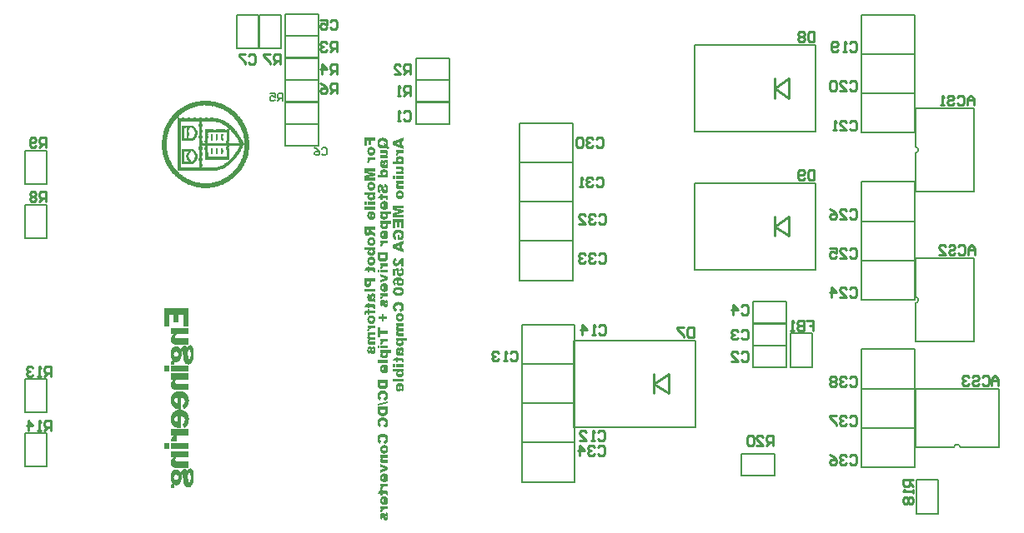
<source format=gbo>
G04 Layer_Color=32896*
%FSLAX44Y44*%
%MOMM*%
G71*
G01*
G75*
%ADD41C,0.2540*%
%ADD42C,0.2000*%
%ADD43C,0.2200*%
G36*
X638066Y563091D02*
X635657D01*
Y568765D01*
X633558D01*
Y563655D01*
X631382D01*
Y568765D01*
X629691D01*
Y563247D01*
X627418D01*
Y572068D01*
X638066D01*
Y563091D01*
D02*
G37*
G36*
X605690Y580327D02*
X606098Y580249D01*
X606487Y580171D01*
X606797Y580055D01*
X607070Y579958D01*
X607264Y579860D01*
X607342Y579841D01*
X607400Y579802D01*
X607419Y579783D01*
X607439D01*
X607769Y579549D01*
X608041Y579316D01*
X608274Y579064D01*
X608469Y578830D01*
X608605Y578636D01*
X608721Y578461D01*
X608779Y578364D01*
X608799Y578325D01*
X608935Y577976D01*
X609052Y577587D01*
X609129Y577179D01*
X609168Y576790D01*
X609207Y576441D01*
Y576305D01*
X609226Y576168D01*
Y576071D01*
Y575974D01*
Y575935D01*
Y575916D01*
Y575586D01*
X609207Y575294D01*
X609188Y575003D01*
X609149Y574750D01*
X609110Y574497D01*
X609071Y574284D01*
X609013Y574089D01*
X608974Y573895D01*
X608935Y573740D01*
X608877Y573604D01*
X608838Y573487D01*
X608799Y573390D01*
X608760Y573312D01*
X608741Y573254D01*
X608721Y573234D01*
Y573215D01*
X608507Y572865D01*
X608255Y572554D01*
X607963Y572282D01*
X607691Y572049D01*
X607439Y571855D01*
X607244Y571699D01*
X607167Y571660D01*
X607108Y571622D01*
X607070Y571583D01*
X607050D01*
X606778Y574497D01*
X606914Y574594D01*
X607011Y574711D01*
X607108Y574789D01*
X607167Y574867D01*
X607264Y574983D01*
X607283Y575003D01*
Y575022D01*
X607361Y575177D01*
X607400Y575313D01*
X607478Y575566D01*
Y575683D01*
X607497Y575760D01*
Y575819D01*
Y575838D01*
X607478Y576091D01*
X607419Y576305D01*
X607342Y576499D01*
X607244Y576654D01*
X607147Y576790D01*
X607070Y576887D01*
X607011Y576946D01*
X606992Y576965D01*
X606836Y577062D01*
X606681Y577140D01*
X606331Y577257D01*
X606176Y577295D01*
X606040Y577315D01*
X605962Y577334D01*
X605923D01*
Y571408D01*
X605593D01*
X605049Y571427D01*
X604563Y571486D01*
X604155Y571563D01*
X603786Y571660D01*
X603514Y571758D01*
X603397Y571796D01*
X603300Y571835D01*
X603222Y571874D01*
X603164Y571894D01*
X603144Y571913D01*
X603125D01*
X602795Y572127D01*
X602503Y572360D01*
X602251Y572593D01*
X602037Y572846D01*
X601881Y573060D01*
X601765Y573234D01*
X601687Y573351D01*
X601668Y573370D01*
Y573390D01*
X601493Y573778D01*
X601376Y574206D01*
X601279Y574633D01*
X601221Y575041D01*
X601182Y575411D01*
Y575586D01*
X601163Y575722D01*
Y575838D01*
Y575916D01*
Y575974D01*
Y575994D01*
X601182Y576363D01*
X601201Y576712D01*
X601260Y577043D01*
X601337Y577354D01*
X601415Y577645D01*
X601512Y577898D01*
X601629Y578150D01*
X601726Y578364D01*
X601823Y578559D01*
X601940Y578714D01*
X602037Y578869D01*
X602115Y578986D01*
X602192Y579083D01*
X602231Y579141D01*
X602270Y579180D01*
X602290Y579200D01*
X602503Y579394D01*
X602737Y579569D01*
X602970Y579724D01*
X603222Y579860D01*
X603475Y579977D01*
X603708Y580074D01*
X604174Y580210D01*
X604388Y580249D01*
X604582Y580288D01*
X604777Y580307D01*
X604932Y580327D01*
X605049Y580346D01*
X605224D01*
X605690Y580327D01*
D02*
G37*
G36*
X625113Y577354D02*
X621441D01*
X621596Y577179D01*
X621732Y577023D01*
X621849Y576848D01*
X621946Y576693D01*
X622024Y576557D01*
X622082Y576460D01*
X622101Y576382D01*
X622121Y576363D01*
X622199Y576149D01*
X622257Y575935D01*
X622296Y575722D01*
X622315Y575527D01*
X622335Y575372D01*
X622354Y575236D01*
Y575158D01*
Y575119D01*
X622335Y574867D01*
X622315Y574614D01*
X622199Y574148D01*
X622043Y573759D01*
X621849Y573429D01*
X621655Y573157D01*
X621499Y572943D01*
X621441Y572885D01*
X621382Y572826D01*
X621363Y572807D01*
X621344Y572787D01*
X621149Y572632D01*
X620936Y572477D01*
X620450Y572243D01*
X619964Y572088D01*
X619498Y571971D01*
X619284Y571932D01*
X619070Y571894D01*
X618895Y571874D01*
X618720D01*
X618584Y571855D01*
X618079D01*
X617788Y571894D01*
X617205Y571991D01*
X616719Y572127D01*
X616486Y572205D01*
X616292Y572282D01*
X616097Y572360D01*
X615942Y572438D01*
X615806Y572515D01*
X615689Y572574D01*
X615592Y572632D01*
X615534Y572671D01*
X615495Y572690D01*
X615475Y572710D01*
X615262Y572865D01*
X615087Y573060D01*
X614931Y573234D01*
X614795Y573429D01*
X614679Y573642D01*
X614582Y573837D01*
X614446Y574225D01*
X614348Y574556D01*
X614329Y574711D01*
X614310Y574847D01*
X614290Y574944D01*
Y575022D01*
Y575080D01*
Y575100D01*
X614310Y575391D01*
X614348Y575644D01*
X614407Y575896D01*
X614465Y576110D01*
X614523Y576285D01*
X614582Y576421D01*
X614621Y576499D01*
X614640Y576538D01*
X614757Y576712D01*
X614893Y576907D01*
X615067Y577082D01*
X615223Y577237D01*
X615378Y577373D01*
X615495Y577490D01*
X615573Y577567D01*
X615611Y577587D01*
X614465D01*
Y580346D01*
X625113D01*
Y577354D01*
D02*
G37*
G36*
X633344Y561712D02*
X633908Y561634D01*
X634413Y561537D01*
X634646Y561479D01*
X634840Y561401D01*
X635035Y561343D01*
X635210Y561284D01*
X635346Y561245D01*
X635462Y561187D01*
X635559Y561148D01*
X635637Y561109D01*
X635676Y561090D01*
X635695D01*
X636142Y560818D01*
X636531Y560527D01*
X636861Y560216D01*
X637114Y559924D01*
X637327Y559652D01*
X637483Y559438D01*
X637522Y559361D01*
X637561Y559302D01*
X637600Y559263D01*
Y559244D01*
X637813Y558758D01*
X637969Y558253D01*
X638085Y557728D01*
X638163Y557243D01*
X638182Y557010D01*
X638202Y556796D01*
X638221Y556621D01*
Y556446D01*
X638241Y556310D01*
Y556213D01*
Y556155D01*
Y556135D01*
X638221Y555572D01*
X638182Y555066D01*
X638124Y554600D01*
X638066Y554211D01*
X638027Y554056D01*
X638008Y553900D01*
X637969Y553784D01*
X637949Y553667D01*
X637930Y553590D01*
X637910Y553531D01*
X637891Y553493D01*
Y553473D01*
X637736Y553046D01*
X637522Y552599D01*
X637289Y552152D01*
X637075Y551744D01*
X636861Y551394D01*
X636764Y551239D01*
X636686Y551122D01*
X636628Y551005D01*
X636570Y550928D01*
X636550Y550889D01*
X636531Y550869D01*
X631984D01*
Y555960D01*
X634199D01*
Y553745D01*
X635210D01*
X635346Y553978D01*
X635462Y554211D01*
X635559Y554406D01*
X635618Y554581D01*
X635676Y554717D01*
X635715Y554814D01*
X635754Y554892D01*
Y554911D01*
X635851Y555280D01*
X635870Y555455D01*
X635890Y555630D01*
X635909Y555766D01*
Y555863D01*
Y555941D01*
Y555960D01*
X635870Y556368D01*
X635793Y556737D01*
X635676Y557048D01*
X635540Y557301D01*
X635404Y557515D01*
X635287Y557670D01*
X635210Y557748D01*
X635171Y557787D01*
X635015Y557903D01*
X634860Y558000D01*
X634471Y558156D01*
X634063Y558273D01*
X633655Y558350D01*
X633286Y558389D01*
X633130Y558409D01*
X632975D01*
X632858Y558428D01*
X632411D01*
X632140Y558409D01*
X631887Y558370D01*
X631654Y558331D01*
X631440Y558273D01*
X631246Y558234D01*
X630915Y558098D01*
X630663Y557981D01*
X630468Y557884D01*
X630371Y557806D01*
X630332Y557787D01*
X630080Y557534D01*
X629885Y557243D01*
X629749Y556951D01*
X629672Y556679D01*
X629613Y556427D01*
X629594Y556232D01*
X629575Y556155D01*
Y556096D01*
Y556077D01*
Y556057D01*
X629594Y555785D01*
X629633Y555552D01*
X629672Y555358D01*
X629730Y555183D01*
X629808Y555047D01*
X629847Y554930D01*
X629885Y554872D01*
X629905Y554853D01*
X630041Y554697D01*
X630177Y554542D01*
X630332Y554425D01*
X630468Y554328D01*
X630604Y554270D01*
X630721Y554211D01*
X630799Y554173D01*
X630818D01*
X630255Y551005D01*
X629885Y551122D01*
X629555Y551258D01*
X629264Y551413D01*
X629030Y551549D01*
X628836Y551685D01*
X628681Y551782D01*
X628603Y551860D01*
X628564Y551880D01*
X628331Y552113D01*
X628117Y552346D01*
X627942Y552599D01*
X627806Y552832D01*
X627709Y553026D01*
X627631Y553182D01*
X627593Y553298D01*
X627573Y553318D01*
Y553337D01*
X627515Y553512D01*
X627457Y553706D01*
X627379Y554114D01*
X627321Y554561D01*
X627282Y554989D01*
X627262Y555377D01*
X627243Y555533D01*
Y555688D01*
Y555805D01*
Y555902D01*
Y555960D01*
Y555980D01*
X627262Y556640D01*
X627282Y556932D01*
X627321Y557223D01*
X627359Y557476D01*
X627418Y557709D01*
X627457Y557942D01*
X627495Y558136D01*
X627554Y558311D01*
X627593Y558467D01*
X627651Y558603D01*
X627690Y558719D01*
X627709Y558797D01*
X627748Y558855D01*
X627767Y558894D01*
Y558914D01*
X628040Y559399D01*
X628350Y559827D01*
X628681Y560177D01*
X628992Y560488D01*
X629283Y560721D01*
X629516Y560876D01*
X629613Y560934D01*
X629672Y560973D01*
X629711Y561012D01*
X629730D01*
X630235Y561245D01*
X630740Y561420D01*
X631246Y561556D01*
X631712Y561634D01*
X631926Y561673D01*
X632120Y561692D01*
X632295Y561712D01*
X632450D01*
X632567Y561731D01*
X632742D01*
X633344Y561712D01*
D02*
G37*
G36*
X609052Y561556D02*
X604738D01*
Y561284D01*
X604757Y561109D01*
X604777Y560954D01*
X604816Y560818D01*
X604854Y560701D01*
X604913Y560604D01*
X604952Y560527D01*
X604971Y560488D01*
X604991Y560468D01*
X605088Y560371D01*
X605204Y560255D01*
X605476Y560060D01*
X605593Y559982D01*
X605709Y559924D01*
X605787Y559885D01*
X605807Y559866D01*
X609052Y558098D01*
Y554367D01*
X605981Y555980D01*
X605884Y556038D01*
X605787Y556096D01*
X605554Y556252D01*
X605476Y556329D01*
X605398Y556388D01*
X605340Y556427D01*
X605321Y556446D01*
X605165Y556563D01*
X605049Y556679D01*
X604952Y556757D01*
X604874Y556835D01*
X604816Y556893D01*
X604777Y556932D01*
X604757Y556971D01*
X604680Y557087D01*
X604621Y557223D01*
X604485Y557495D01*
X604446Y557631D01*
X604408Y557728D01*
X604369Y557806D01*
Y557826D01*
X604291Y557573D01*
X604233Y557340D01*
X604155Y557146D01*
X604097Y556971D01*
X604038Y556854D01*
X603980Y556757D01*
X603961Y556699D01*
X603941Y556679D01*
X603786Y556446D01*
X603611Y556232D01*
X603436Y556057D01*
X603280Y555902D01*
X603125Y555785D01*
X603008Y555688D01*
X602931Y555649D01*
X602911Y555630D01*
X602659Y555494D01*
X602387Y555397D01*
X602134Y555338D01*
X601901Y555280D01*
X601687Y555261D01*
X601532Y555241D01*
X601376D01*
X601007Y555261D01*
X600677Y555319D01*
X600385Y555397D01*
X600133Y555494D01*
X599919Y555591D01*
X599763Y555669D01*
X599686Y555727D01*
X599647Y555746D01*
X599394Y555941D01*
X599200Y556155D01*
X599025Y556368D01*
X598889Y556582D01*
X598792Y556757D01*
X598734Y556912D01*
X598695Y557010D01*
X598675Y557048D01*
X598578Y557379D01*
X598520Y557748D01*
X598462Y558136D01*
X598442Y558506D01*
X598423Y558855D01*
X598403Y558991D01*
Y559128D01*
Y559225D01*
Y559302D01*
Y559361D01*
Y559380D01*
Y564860D01*
X609052D01*
Y561556D01*
D02*
G37*
G36*
X625113Y567425D02*
X621441D01*
X621596Y567250D01*
X621732Y567094D01*
X621849Y566919D01*
X621946Y566764D01*
X622024Y566628D01*
X622082Y566531D01*
X622101Y566453D01*
X622121Y566433D01*
X622199Y566220D01*
X622257Y566006D01*
X622296Y565792D01*
X622315Y565598D01*
X622335Y565443D01*
X622354Y565307D01*
Y565229D01*
Y565190D01*
X622335Y564937D01*
X622315Y564685D01*
X622199Y564218D01*
X622043Y563830D01*
X621849Y563499D01*
X621655Y563227D01*
X621499Y563014D01*
X621441Y562955D01*
X621382Y562897D01*
X621363Y562878D01*
X621344Y562858D01*
X621149Y562703D01*
X620936Y562547D01*
X620450Y562314D01*
X619964Y562159D01*
X619498Y562042D01*
X619284Y562003D01*
X619070Y561964D01*
X618895Y561945D01*
X618720D01*
X618584Y561926D01*
X618079D01*
X617788Y561964D01*
X617205Y562062D01*
X616719Y562198D01*
X616486Y562275D01*
X616292Y562353D01*
X616097Y562431D01*
X615942Y562509D01*
X615806Y562586D01*
X615689Y562645D01*
X615592Y562703D01*
X615534Y562742D01*
X615495Y562761D01*
X615475Y562780D01*
X615262Y562936D01*
X615087Y563130D01*
X614931Y563305D01*
X614795Y563499D01*
X614679Y563713D01*
X614582Y563908D01*
X614446Y564296D01*
X614348Y564626D01*
X614329Y564782D01*
X614310Y564918D01*
X614290Y565015D01*
Y565093D01*
Y565151D01*
Y565171D01*
X614310Y565462D01*
X614348Y565715D01*
X614407Y565967D01*
X614465Y566181D01*
X614523Y566356D01*
X614582Y566492D01*
X614621Y566570D01*
X614640Y566608D01*
X614757Y566783D01*
X614893Y566978D01*
X615067Y567152D01*
X615223Y567308D01*
X615378Y567444D01*
X615495Y567561D01*
X615573Y567638D01*
X615611Y567658D01*
X614465D01*
Y570417D01*
X625113D01*
Y567425D01*
D02*
G37*
G36*
X600424Y586817D02*
X598403D01*
Y589770D01*
X600424D01*
Y586817D01*
D02*
G37*
G36*
X609052D02*
X601337D01*
Y589770D01*
X609052D01*
Y586817D01*
D02*
G37*
G36*
Y597037D02*
X607924D01*
X608177Y596824D01*
X608372Y596629D01*
X608546Y596435D01*
X608682Y596279D01*
X608779Y596143D01*
X608838Y596046D01*
X608877Y595988D01*
X608896Y595969D01*
X609013Y595716D01*
X609090Y595483D01*
X609149Y595230D01*
X609188Y595017D01*
X609207Y594822D01*
X609226Y594686D01*
Y594589D01*
Y594550D01*
X609207Y594220D01*
X609149Y593909D01*
X609071Y593618D01*
X608993Y593384D01*
X608915Y593171D01*
X608838Y593035D01*
X608779Y592937D01*
X608760Y592898D01*
X608566Y592626D01*
X608333Y592413D01*
X608099Y592199D01*
X607866Y592044D01*
X607653Y591908D01*
X607478Y591810D01*
X607361Y591752D01*
X607342Y591733D01*
X607322D01*
X606953Y591597D01*
X606564Y591480D01*
X606195Y591402D01*
X605845Y591363D01*
X605535Y591325D01*
X605418D01*
X605301Y591305D01*
X605088D01*
X604738Y591325D01*
X604427Y591344D01*
X604116Y591383D01*
X603844Y591441D01*
X603572Y591519D01*
X603339Y591597D01*
X603125Y591674D01*
X602931Y591772D01*
X602756Y591849D01*
X602620Y591946D01*
X602484Y592024D01*
X602387Y592082D01*
X602290Y592160D01*
X602231Y592199D01*
X602212Y592218D01*
X602192Y592238D01*
X602018Y592413D01*
X601843Y592607D01*
X601707Y592782D01*
X601590Y592996D01*
X601415Y593384D01*
X601299Y593754D01*
X601221Y594064D01*
X601201Y594220D01*
X601182Y594336D01*
X601163Y594434D01*
Y594511D01*
Y594550D01*
Y594570D01*
Y594822D01*
X601201Y595055D01*
X601240Y595269D01*
X601279Y595444D01*
X601318Y595599D01*
X601357Y595716D01*
X601376Y595794D01*
X601396Y595813D01*
X601493Y596007D01*
X601609Y596202D01*
X601726Y596377D01*
X601823Y596513D01*
X601940Y596629D01*
X602018Y596726D01*
X602076Y596785D01*
X602095Y596804D01*
X598403D01*
Y599796D01*
X609052D01*
Y597037D01*
D02*
G37*
G36*
X638066Y583455D02*
X629944D01*
X638066Y581395D01*
Y578947D01*
X629944Y576868D01*
X638066D01*
Y574167D01*
X627418D01*
Y578500D01*
X633908Y580171D01*
X627418Y581823D01*
Y586156D01*
X638066D01*
Y583455D01*
D02*
G37*
G36*
X609052Y581862D02*
X598403D01*
Y584835D01*
X609052D01*
Y581862D01*
D02*
G37*
G36*
X618818Y590644D02*
X619226Y590567D01*
X619614Y590489D01*
X619925Y590373D01*
X620197Y590275D01*
X620392Y590178D01*
X620469Y590159D01*
X620527Y590120D01*
X620547Y590101D01*
X620566D01*
X620897Y589867D01*
X621169Y589634D01*
X621402Y589381D01*
X621596Y589148D01*
X621732Y588954D01*
X621849Y588779D01*
X621907Y588682D01*
X621926Y588643D01*
X622062Y588293D01*
X622179Y587905D01*
X622257Y587497D01*
X622296Y587108D01*
X622335Y586758D01*
Y586622D01*
X622354Y586486D01*
Y586389D01*
Y586292D01*
Y586253D01*
Y586234D01*
Y585903D01*
X622335Y585612D01*
X622315Y585320D01*
X622276Y585068D01*
X622237Y584815D01*
X622199Y584602D01*
X622140Y584407D01*
X622101Y584213D01*
X622062Y584057D01*
X622004Y583921D01*
X621965Y583805D01*
X621926Y583708D01*
X621888Y583630D01*
X621868Y583572D01*
X621849Y583552D01*
Y583533D01*
X621635Y583183D01*
X621382Y582872D01*
X621091Y582600D01*
X620819Y582367D01*
X620566Y582173D01*
X620372Y582017D01*
X620294Y581978D01*
X620236Y581940D01*
X620197Y581901D01*
X620178D01*
X619906Y584815D01*
X620042Y584912D01*
X620139Y585029D01*
X620236Y585107D01*
X620294Y585184D01*
X620392Y585301D01*
X620411Y585320D01*
Y585340D01*
X620489Y585495D01*
X620527Y585631D01*
X620605Y585884D01*
Y586001D01*
X620625Y586078D01*
Y586137D01*
Y586156D01*
X620605Y586409D01*
X620547Y586622D01*
X620469Y586817D01*
X620372Y586972D01*
X620275Y587108D01*
X620197Y587205D01*
X620139Y587263D01*
X620119Y587283D01*
X619964Y587380D01*
X619809Y587458D01*
X619459Y587574D01*
X619303Y587613D01*
X619167Y587633D01*
X619090Y587652D01*
X619051D01*
Y581726D01*
X618720D01*
X618176Y581745D01*
X617691Y581803D01*
X617282Y581881D01*
X616913Y581978D01*
X616641Y582076D01*
X616525Y582114D01*
X616427Y582153D01*
X616350Y582192D01*
X616292Y582211D01*
X616272Y582231D01*
X616253D01*
X615922Y582445D01*
X615631Y582678D01*
X615378Y582911D01*
X615164Y583164D01*
X615009Y583377D01*
X614893Y583552D01*
X614815Y583669D01*
X614795Y583688D01*
Y583708D01*
X614621Y584096D01*
X614504Y584524D01*
X614407Y584951D01*
X614348Y585359D01*
X614310Y585728D01*
Y585903D01*
X614290Y586039D01*
Y586156D01*
Y586234D01*
Y586292D01*
Y586311D01*
X614310Y586681D01*
X614329Y587030D01*
X614387Y587361D01*
X614465Y587672D01*
X614543Y587963D01*
X614640Y588216D01*
X614757Y588468D01*
X614854Y588682D01*
X614951Y588876D01*
X615067Y589032D01*
X615164Y589187D01*
X615242Y589304D01*
X615320Y589401D01*
X615359Y589459D01*
X615398Y589498D01*
X615417Y589518D01*
X615631Y589712D01*
X615864Y589887D01*
X616097Y590042D01*
X616350Y590178D01*
X616602Y590295D01*
X616836Y590392D01*
X617302Y590528D01*
X617516Y590567D01*
X617710Y590606D01*
X617904Y590625D01*
X618060Y590644D01*
X618176Y590664D01*
X618351D01*
X618818Y590644D01*
D02*
G37*
G36*
X622179Y524424D02*
X619264D01*
X618954Y524404D01*
X618681Y524385D01*
X618429Y524346D01*
X618196Y524327D01*
X617982Y524288D01*
X617807Y524249D01*
X617632Y524190D01*
X617496Y524152D01*
X617380Y524113D01*
X617282Y524074D01*
X617205Y524054D01*
X617108Y523996D01*
X617069Y523977D01*
X616913Y523841D01*
X616797Y523685D01*
X616700Y523549D01*
X616641Y523394D01*
X616602Y523258D01*
X616583Y523161D01*
Y523083D01*
Y523064D01*
Y522947D01*
X616622Y522811D01*
X616700Y522539D01*
X616738Y522422D01*
X616777Y522325D01*
X616797Y522267D01*
X616816Y522247D01*
X614698Y521315D01*
X614562Y521606D01*
X614465Y521878D01*
X614387Y522111D01*
X614348Y522325D01*
X614310Y522500D01*
X614290Y522636D01*
Y522714D01*
Y522753D01*
X614310Y522986D01*
X614329Y523180D01*
X614387Y523374D01*
X614446Y523530D01*
X614504Y523647D01*
X614543Y523744D01*
X614582Y523802D01*
X614601Y523821D01*
X614737Y523977D01*
X614912Y524113D01*
X615281Y524385D01*
X615456Y524482D01*
X615592Y524560D01*
X615689Y524618D01*
X615728Y524637D01*
X614465D01*
Y527397D01*
X622179D01*
Y524424D01*
D02*
G37*
G36*
X605573Y534003D02*
X605904Y533964D01*
X606215Y533887D01*
X606506Y533809D01*
X606778Y533692D01*
X607031Y533576D01*
X607264Y533459D01*
X607478Y533323D01*
X607653Y533187D01*
X607827Y533070D01*
X607963Y532954D01*
X608080Y532837D01*
X608177Y532760D01*
X608235Y532682D01*
X608274Y532643D01*
X608294Y532624D01*
X608449Y532410D01*
X608605Y532157D01*
X608838Y531671D01*
X608993Y531166D01*
X609110Y530681D01*
X609149Y530467D01*
X609168Y530253D01*
X609207Y530078D01*
Y529923D01*
X609226Y529787D01*
Y529689D01*
Y529631D01*
Y529612D01*
X609207Y529223D01*
X609168Y528873D01*
X609129Y528524D01*
X609052Y528213D01*
X608974Y527921D01*
X608877Y527649D01*
X608760Y527397D01*
X608663Y527183D01*
X608566Y526989D01*
X608449Y526814D01*
X608352Y526658D01*
X608274Y526542D01*
X608197Y526445D01*
X608138Y526386D01*
X608119Y526347D01*
X608099Y526328D01*
X607886Y526114D01*
X607653Y525939D01*
X607400Y525784D01*
X607167Y525648D01*
X606914Y525531D01*
X606681Y525434D01*
X606215Y525298D01*
X606001Y525240D01*
X605807Y525201D01*
X605632Y525182D01*
X605476Y525162D01*
X605360Y525143D01*
X605185D01*
X604893Y525162D01*
X604621Y525182D01*
X604097Y525298D01*
X603650Y525453D01*
X603261Y525628D01*
X603086Y525726D01*
X602950Y525803D01*
X602814Y525881D01*
X602717Y525959D01*
X602639Y526017D01*
X602562Y526075D01*
X602542Y526095D01*
X602523Y526114D01*
X602290Y526347D01*
X602076Y526600D01*
X601901Y526872D01*
X601726Y527164D01*
X601609Y527455D01*
X601493Y527746D01*
X601396Y528038D01*
X601337Y528310D01*
X601279Y528563D01*
X601240Y528815D01*
X601201Y529048D01*
X601182Y529223D01*
X601163Y529398D01*
Y529515D01*
Y529592D01*
Y529612D01*
X601182Y529981D01*
X601221Y530331D01*
X601260Y530661D01*
X601337Y530972D01*
X601435Y531263D01*
X601532Y531535D01*
X601629Y531769D01*
X601726Y531982D01*
X601843Y532177D01*
X601940Y532351D01*
X602037Y532507D01*
X602134Y532624D01*
X602212Y532721D01*
X602251Y532779D01*
X602290Y532818D01*
X602309Y532837D01*
X602523Y533051D01*
X602756Y533226D01*
X603008Y533381D01*
X603242Y533517D01*
X603494Y533634D01*
X603727Y533731D01*
X604194Y533867D01*
X604408Y533925D01*
X604602Y533964D01*
X604777Y533984D01*
X604932Y534003D01*
X605049Y534023D01*
X605224D01*
X605573Y534003D01*
D02*
G37*
G36*
X638066Y524190D02*
X635657D01*
Y528834D01*
X635404Y528543D01*
X635190Y528329D01*
X635132Y528252D01*
X635074Y528193D01*
X635054Y528154D01*
X635035Y528135D01*
X634918Y527999D01*
X634782Y527824D01*
X634646Y527610D01*
X634510Y527416D01*
X634374Y527222D01*
X634257Y527066D01*
X634180Y526969D01*
X634160Y526930D01*
X633966Y526658D01*
X633772Y526406D01*
X633577Y526172D01*
X633402Y525959D01*
X633228Y525784D01*
X633072Y525609D01*
X632781Y525317D01*
X632547Y525104D01*
X632373Y524968D01*
X632256Y524871D01*
X632217Y524851D01*
X631887Y524657D01*
X631557Y524521D01*
X631226Y524404D01*
X630954Y524346D01*
X630702Y524307D01*
X630507Y524268D01*
X630352D01*
X630022Y524288D01*
X629711Y524346D01*
X629419Y524424D01*
X629186Y524521D01*
X628972Y524618D01*
X628836Y524696D01*
X628739Y524754D01*
X628700Y524773D01*
X628448Y524968D01*
X628214Y525201D01*
X628040Y525434D01*
X627884Y525648D01*
X627767Y525842D01*
X627670Y526017D01*
X627631Y526114D01*
X627612Y526134D01*
Y526153D01*
X627495Y526503D01*
X627398Y526891D01*
X627340Y527299D01*
X627282Y527688D01*
X627262Y528038D01*
Y528193D01*
X627243Y528329D01*
Y528427D01*
Y528504D01*
Y528563D01*
Y528582D01*
X627262Y529107D01*
X627301Y529573D01*
X627359Y529981D01*
X627437Y530311D01*
X627515Y530583D01*
X627573Y530778D01*
X627612Y530894D01*
X627631Y530914D01*
Y530933D01*
X627787Y531244D01*
X627962Y531497D01*
X628137Y531730D01*
X628312Y531905D01*
X628467Y532060D01*
X628584Y532177D01*
X628661Y532235D01*
X628700Y532254D01*
X628992Y532410D01*
X629302Y532546D01*
X629613Y532643D01*
X629924Y532740D01*
X630216Y532799D01*
X630429Y532837D01*
X630527Y532857D01*
X630585Y532876D01*
X630643D01*
X630876Y529903D01*
X630565Y529845D01*
X630313Y529787D01*
X630099Y529709D01*
X629924Y529631D01*
X629788Y529553D01*
X629691Y529495D01*
X629652Y529456D01*
X629633Y529437D01*
X629516Y529281D01*
X629419Y529126D01*
X629361Y528970D01*
X629302Y528834D01*
X629283Y528699D01*
X629264Y528601D01*
Y528524D01*
Y528504D01*
X629283Y528310D01*
X629322Y528135D01*
X629380Y527980D01*
X629439Y527844D01*
X629497Y527727D01*
X629555Y527649D01*
X629594Y527610D01*
X629613Y527591D01*
X629749Y527474D01*
X629885Y527377D01*
X630022Y527319D01*
X630158Y527261D01*
X630274Y527241D01*
X630371Y527222D01*
X630449D01*
X630624Y527241D01*
X630779Y527280D01*
X630954Y527338D01*
X631090Y527397D01*
X631226Y527474D01*
X631323Y527533D01*
X631382Y527571D01*
X631401Y527591D01*
X631498Y527669D01*
X631615Y527766D01*
X631848Y527999D01*
X632081Y528290D01*
X632334Y528563D01*
X632547Y528834D01*
X632722Y529048D01*
X632781Y529145D01*
X632839Y529204D01*
X632858Y529243D01*
X632878Y529262D01*
X633169Y529651D01*
X633441Y530000D01*
X633713Y530331D01*
X633966Y530622D01*
X634219Y530894D01*
X634432Y531127D01*
X634646Y531341D01*
X634840Y531516D01*
X635015Y531671D01*
X635171Y531827D01*
X635307Y531924D01*
X635404Y532021D01*
X635501Y532099D01*
X635559Y532138D01*
X635598Y532157D01*
X635618Y532177D01*
X636045Y532429D01*
X636492Y532643D01*
X636900Y532799D01*
X637269Y532915D01*
X637600Y533012D01*
X637736Y533032D01*
X637852Y533051D01*
X637930Y533070D01*
X638008Y533090D01*
X638066D01*
Y524190D01*
D02*
G37*
G36*
X613552Y517759D02*
X611531D01*
Y520712D01*
X613552D01*
Y517759D01*
D02*
G37*
G36*
X622179D02*
X614465D01*
Y520712D01*
X622179D01*
Y517759D01*
D02*
G37*
G36*
X603494Y523122D02*
X606215D01*
X606661Y523102D01*
X607050Y523083D01*
X607380Y523044D01*
X607653Y523005D01*
X607847Y522966D01*
X607983Y522928D01*
X608080Y522889D01*
X608099D01*
X608294Y522791D01*
X608469Y522655D01*
X608624Y522539D01*
X608741Y522403D01*
X608838Y522286D01*
X608896Y522189D01*
X608935Y522131D01*
X608954Y522111D01*
X609052Y521898D01*
X609110Y521626D01*
X609168Y521373D01*
X609188Y521101D01*
X609207Y520848D01*
X609226Y520654D01*
Y520576D01*
Y520518D01*
Y520499D01*
Y520479D01*
X609207Y520110D01*
X609188Y519760D01*
X609149Y519411D01*
X609110Y519100D01*
X609071Y518828D01*
X609032Y518614D01*
X609013Y518536D01*
X608993Y518478D01*
Y518439D01*
Y518419D01*
X606953Y518653D01*
X607011Y518866D01*
X607050Y519041D01*
X607089Y519197D01*
X607108Y519333D01*
Y519430D01*
X607128Y519508D01*
Y519547D01*
Y519566D01*
X607108Y519683D01*
X607089Y519799D01*
X607011Y519955D01*
X606934Y520032D01*
X606895Y520071D01*
X606817Y520091D01*
X606720Y520110D01*
X606506Y520129D01*
X606409Y520149D01*
X603494D01*
Y518517D01*
X601337D01*
Y520149D01*
X598403D01*
X599938Y523122D01*
X601337D01*
Y524210D01*
X603494D01*
Y523122D01*
D02*
G37*
G36*
X622179Y547566D02*
X619264D01*
X618954Y547547D01*
X618681Y547527D01*
X618429Y547488D01*
X618196Y547469D01*
X617982Y547430D01*
X617807Y547391D01*
X617632Y547333D01*
X617496Y547294D01*
X617380Y547255D01*
X617282Y547216D01*
X617205Y547197D01*
X617108Y547138D01*
X617069Y547119D01*
X616913Y546983D01*
X616797Y546828D01*
X616700Y546692D01*
X616641Y546536D01*
X616602Y546400D01*
X616583Y546303D01*
Y546225D01*
Y546206D01*
Y546089D01*
X616622Y545953D01*
X616700Y545681D01*
X616738Y545565D01*
X616777Y545467D01*
X616797Y545409D01*
X616816Y545390D01*
X614698Y544457D01*
X614562Y544748D01*
X614465Y545021D01*
X614387Y545254D01*
X614348Y545467D01*
X614310Y545642D01*
X614290Y545778D01*
Y545856D01*
Y545895D01*
X614310Y546128D01*
X614329Y546322D01*
X614387Y546517D01*
X614446Y546672D01*
X614504Y546789D01*
X614543Y546886D01*
X614582Y546944D01*
X614601Y546964D01*
X614737Y547119D01*
X614912Y547255D01*
X615281Y547527D01*
X615456Y547624D01*
X615592Y547702D01*
X615689Y547760D01*
X615728Y547780D01*
X614465D01*
Y550539D01*
X622179D01*
Y547566D01*
D02*
G37*
G36*
X605573Y553862D02*
X605904Y553823D01*
X606215Y553745D01*
X606506Y553667D01*
X606778Y553551D01*
X607031Y553434D01*
X607264Y553318D01*
X607478Y553182D01*
X607653Y553046D01*
X607827Y552929D01*
X607963Y552812D01*
X608080Y552696D01*
X608177Y552618D01*
X608235Y552540D01*
X608274Y552501D01*
X608294Y552482D01*
X608449Y552268D01*
X608605Y552016D01*
X608838Y551530D01*
X608993Y551025D01*
X609110Y550539D01*
X609149Y550325D01*
X609168Y550112D01*
X609207Y549937D01*
Y549781D01*
X609226Y549645D01*
Y549548D01*
Y549490D01*
Y549470D01*
X609207Y549082D01*
X609168Y548732D01*
X609129Y548382D01*
X609052Y548071D01*
X608974Y547780D01*
X608877Y547508D01*
X608760Y547255D01*
X608663Y547041D01*
X608566Y546847D01*
X608449Y546672D01*
X608352Y546517D01*
X608274Y546400D01*
X608197Y546303D01*
X608138Y546245D01*
X608119Y546206D01*
X608099Y546186D01*
X607886Y545973D01*
X607653Y545798D01*
X607400Y545642D01*
X607167Y545506D01*
X606914Y545390D01*
X606681Y545293D01*
X606215Y545157D01*
X606001Y545098D01*
X605807Y545059D01*
X605632Y545040D01*
X605476Y545021D01*
X605360Y545001D01*
X605185D01*
X604893Y545021D01*
X604621Y545040D01*
X604097Y545157D01*
X603650Y545312D01*
X603261Y545487D01*
X603086Y545584D01*
X602950Y545662D01*
X602814Y545740D01*
X602717Y545817D01*
X602639Y545876D01*
X602562Y545934D01*
X602542Y545953D01*
X602523Y545973D01*
X602290Y546206D01*
X602076Y546458D01*
X601901Y546730D01*
X601726Y547022D01*
X601609Y547313D01*
X601493Y547605D01*
X601396Y547896D01*
X601337Y548168D01*
X601279Y548421D01*
X601240Y548674D01*
X601201Y548907D01*
X601182Y549082D01*
X601163Y549257D01*
Y549373D01*
Y549451D01*
Y549470D01*
X601182Y549839D01*
X601221Y550189D01*
X601260Y550519D01*
X601337Y550830D01*
X601435Y551122D01*
X601532Y551394D01*
X601629Y551627D01*
X601726Y551841D01*
X601843Y552035D01*
X601940Y552210D01*
X602037Y552365D01*
X602134Y552482D01*
X602212Y552579D01*
X602251Y552637D01*
X602290Y552676D01*
X602309Y552696D01*
X602523Y552910D01*
X602756Y553084D01*
X603008Y553240D01*
X603242Y553376D01*
X603494Y553493D01*
X603727Y553590D01*
X604194Y553726D01*
X604408Y553784D01*
X604602Y553823D01*
X604777Y553842D01*
X604932Y553862D01*
X605049Y553881D01*
X605224D01*
X605573Y553862D01*
D02*
G37*
G36*
X618818Y560857D02*
X619226Y560779D01*
X619614Y560701D01*
X619925Y560585D01*
X620197Y560488D01*
X620392Y560391D01*
X620469Y560371D01*
X620527Y560332D01*
X620547Y560313D01*
X620566D01*
X620897Y560080D01*
X621169Y559846D01*
X621402Y559594D01*
X621596Y559361D01*
X621732Y559166D01*
X621849Y558991D01*
X621907Y558894D01*
X621926Y558855D01*
X622062Y558506D01*
X622179Y558117D01*
X622257Y557709D01*
X622296Y557320D01*
X622335Y556971D01*
Y556835D01*
X622354Y556699D01*
Y556601D01*
Y556504D01*
Y556465D01*
Y556446D01*
Y556116D01*
X622335Y555824D01*
X622315Y555533D01*
X622276Y555280D01*
X622237Y555028D01*
X622199Y554814D01*
X622140Y554619D01*
X622101Y554425D01*
X622062Y554270D01*
X622004Y554134D01*
X621965Y554017D01*
X621926Y553920D01*
X621888Y553842D01*
X621868Y553784D01*
X621849Y553764D01*
Y553745D01*
X621635Y553395D01*
X621382Y553084D01*
X621091Y552812D01*
X620819Y552579D01*
X620566Y552385D01*
X620372Y552229D01*
X620294Y552191D01*
X620236Y552152D01*
X620197Y552113D01*
X620178D01*
X619906Y555028D01*
X620042Y555125D01*
X620139Y555241D01*
X620236Y555319D01*
X620294Y555397D01*
X620392Y555513D01*
X620411Y555533D01*
Y555552D01*
X620489Y555708D01*
X620527Y555844D01*
X620605Y556096D01*
Y556213D01*
X620625Y556291D01*
Y556349D01*
Y556368D01*
X620605Y556621D01*
X620547Y556835D01*
X620469Y557029D01*
X620372Y557184D01*
X620275Y557320D01*
X620197Y557417D01*
X620139Y557476D01*
X620119Y557495D01*
X619964Y557592D01*
X619809Y557670D01*
X619459Y557787D01*
X619303Y557826D01*
X619167Y557845D01*
X619090Y557864D01*
X619051D01*
Y551938D01*
X618720D01*
X618176Y551957D01*
X617691Y552016D01*
X617282Y552093D01*
X616913Y552191D01*
X616641Y552288D01*
X616525Y552327D01*
X616427Y552365D01*
X616350Y552404D01*
X616292Y552424D01*
X616272Y552443D01*
X616253D01*
X615922Y552657D01*
X615631Y552890D01*
X615378Y553123D01*
X615164Y553376D01*
X615009Y553590D01*
X614893Y553764D01*
X614815Y553881D01*
X614795Y553900D01*
Y553920D01*
X614621Y554309D01*
X614504Y554736D01*
X614407Y555163D01*
X614348Y555572D01*
X614310Y555941D01*
Y556116D01*
X614290Y556252D01*
Y556368D01*
Y556446D01*
Y556504D01*
Y556524D01*
X614310Y556893D01*
X614329Y557243D01*
X614387Y557573D01*
X614465Y557884D01*
X614543Y558175D01*
X614640Y558428D01*
X614757Y558680D01*
X614854Y558894D01*
X614951Y559089D01*
X615067Y559244D01*
X615164Y559399D01*
X615242Y559516D01*
X615320Y559613D01*
X615359Y559672D01*
X615398Y559710D01*
X615417Y559730D01*
X615631Y559924D01*
X615864Y560099D01*
X616097Y560255D01*
X616350Y560391D01*
X616602Y560507D01*
X616836Y560604D01*
X617302Y560740D01*
X617516Y560779D01*
X617710Y560818D01*
X617904Y560837D01*
X618060Y560857D01*
X618176Y560876D01*
X618351D01*
X618818Y560857D01*
D02*
G37*
G36*
X622179Y533906D02*
X622160Y533556D01*
X622140Y533226D01*
X622101Y532876D01*
X622043Y532585D01*
X621985Y532313D01*
X621946Y532099D01*
X621926Y532021D01*
Y531963D01*
X621907Y531944D01*
Y531924D01*
X621810Y531633D01*
X621674Y531361D01*
X621538Y531127D01*
X621402Y530894D01*
X621266Y530719D01*
X621149Y530583D01*
X621072Y530506D01*
X621052Y530467D01*
X620799Y530214D01*
X620527Y530000D01*
X620275Y529806D01*
X620022Y529651D01*
X619809Y529534D01*
X619634Y529456D01*
X619517Y529398D01*
X619498Y529379D01*
X619478D01*
X619090Y529243D01*
X618662Y529145D01*
X618215Y529068D01*
X617807Y529029D01*
X617419Y528990D01*
X617263D01*
X617108Y528970D01*
X616836D01*
X616427Y528990D01*
X616058Y529009D01*
X615709Y529048D01*
X615398Y529107D01*
X615145Y529165D01*
X614951Y529204D01*
X614873Y529223D01*
X614815D01*
X614795Y529243D01*
X614776D01*
X614426Y529359D01*
X614096Y529476D01*
X613804Y529612D01*
X613552Y529748D01*
X613338Y529884D01*
X613202Y529981D01*
X613105Y530059D01*
X613066Y530078D01*
X612813Y530311D01*
X612580Y530545D01*
X612386Y530797D01*
X612230Y531030D01*
X612094Y531244D01*
X612017Y531399D01*
X611958Y531516D01*
X611939Y531535D01*
Y531555D01*
X611803Y531905D01*
X611706Y532293D01*
X611628Y532682D01*
X611589Y533070D01*
X611550Y533401D01*
Y533537D01*
X611531Y533673D01*
Y533770D01*
Y533848D01*
Y533887D01*
Y533906D01*
Y538783D01*
X622179D01*
Y533906D01*
D02*
G37*
G36*
X609052Y540804D02*
X607924D01*
X608177Y540590D01*
X608372Y540396D01*
X608546Y540202D01*
X608682Y540046D01*
X608779Y539910D01*
X608838Y539813D01*
X608877Y539755D01*
X608896Y539735D01*
X609013Y539483D01*
X609090Y539249D01*
X609149Y538997D01*
X609188Y538783D01*
X609207Y538589D01*
X609226Y538453D01*
Y538356D01*
Y538317D01*
X609207Y537986D01*
X609149Y537676D01*
X609071Y537384D01*
X608993Y537151D01*
X608915Y536937D01*
X608838Y536801D01*
X608779Y536704D01*
X608760Y536665D01*
X608566Y536393D01*
X608333Y536179D01*
X608099Y535966D01*
X607866Y535810D01*
X607653Y535674D01*
X607478Y535577D01*
X607361Y535519D01*
X607342Y535499D01*
X607322D01*
X606953Y535363D01*
X606564Y535247D01*
X606195Y535169D01*
X605845Y535130D01*
X605535Y535091D01*
X605418D01*
X605301Y535072D01*
X605088D01*
X604738Y535091D01*
X604427Y535111D01*
X604116Y535150D01*
X603844Y535208D01*
X603572Y535286D01*
X603339Y535363D01*
X603125Y535441D01*
X602931Y535538D01*
X602756Y535616D01*
X602620Y535713D01*
X602484Y535791D01*
X602387Y535849D01*
X602290Y535927D01*
X602231Y535966D01*
X602212Y535985D01*
X602192Y536005D01*
X602018Y536179D01*
X601843Y536374D01*
X601707Y536549D01*
X601590Y536762D01*
X601415Y537151D01*
X601299Y537520D01*
X601221Y537831D01*
X601201Y537986D01*
X601182Y538103D01*
X601163Y538200D01*
Y538278D01*
Y538317D01*
Y538336D01*
Y538589D01*
X601201Y538822D01*
X601240Y539036D01*
X601279Y539211D01*
X601318Y539366D01*
X601357Y539483D01*
X601376Y539560D01*
X601396Y539580D01*
X601493Y539774D01*
X601609Y539968D01*
X601726Y540143D01*
X601823Y540279D01*
X601940Y540396D01*
X602018Y540493D01*
X602076Y540551D01*
X602095Y540571D01*
X598403D01*
Y543563D01*
X609052D01*
Y540804D01*
D02*
G37*
G36*
X638066Y546633D02*
X636317Y546109D01*
Y542378D01*
X638066Y541853D01*
Y538395D01*
X627418Y542397D01*
Y546012D01*
X638066Y549995D01*
Y546633D01*
D02*
G37*
G36*
X616622Y596299D02*
X619342D01*
X619789Y596279D01*
X620178Y596260D01*
X620508Y596221D01*
X620780Y596182D01*
X620974Y596143D01*
X621110Y596105D01*
X621208Y596066D01*
X621227D01*
X621421Y595969D01*
X621596Y595833D01*
X621752Y595716D01*
X621868Y595580D01*
X621965Y595463D01*
X622024Y595366D01*
X622062Y595308D01*
X622082Y595289D01*
X622179Y595075D01*
X622237Y594803D01*
X622296Y594550D01*
X622315Y594278D01*
X622335Y594025D01*
X622354Y593831D01*
Y593754D01*
Y593695D01*
Y593676D01*
Y593656D01*
X622335Y593287D01*
X622315Y592937D01*
X622276Y592588D01*
X622237Y592277D01*
X622199Y592005D01*
X622160Y591791D01*
X622140Y591713D01*
X622121Y591655D01*
Y591616D01*
Y591597D01*
X620081Y591830D01*
X620139Y592044D01*
X620178Y592218D01*
X620217Y592374D01*
X620236Y592510D01*
Y592607D01*
X620256Y592685D01*
Y592724D01*
Y592743D01*
X620236Y592860D01*
X620217Y592976D01*
X620139Y593132D01*
X620061Y593209D01*
X620022Y593248D01*
X619945Y593268D01*
X619847Y593287D01*
X619634Y593307D01*
X619537Y593326D01*
X616622D01*
Y591694D01*
X614465D01*
Y593326D01*
X611531D01*
X613066Y596299D01*
X614465D01*
Y597387D01*
X616622D01*
Y596299D01*
D02*
G37*
G36*
X638066Y651638D02*
X636317Y651114D01*
Y647383D01*
X638066Y646858D01*
Y643400D01*
X627418Y647402D01*
Y651017D01*
X638066Y655000D01*
Y651638D01*
D02*
G37*
G36*
X617380Y654981D02*
X617846Y654922D01*
X618293Y654845D01*
X618701Y654747D01*
X619070Y654611D01*
X619420Y654475D01*
X619731Y654320D01*
X620022Y654165D01*
X620275Y654028D01*
X620489Y653873D01*
X620683Y653737D01*
X620838Y653601D01*
X620955Y653504D01*
X621033Y653426D01*
X621091Y653368D01*
X621110Y653348D01*
X621324Y653076D01*
X621519Y652785D01*
X621693Y652474D01*
X621829Y652163D01*
X621946Y651833D01*
X622043Y651522D01*
X622199Y650900D01*
X622257Y650628D01*
X622296Y650356D01*
X622315Y650123D01*
X622335Y649929D01*
X622354Y649754D01*
Y649618D01*
Y649540D01*
Y649520D01*
X622335Y648938D01*
X622276Y648393D01*
X622199Y647927D01*
X622121Y647539D01*
X622082Y647364D01*
X622043Y647208D01*
X622004Y647092D01*
X621965Y646975D01*
X621926Y646897D01*
X621907Y646839D01*
X621888Y646800D01*
Y646781D01*
X621985Y646664D01*
X622082Y646528D01*
X622315Y646217D01*
X622412Y646062D01*
X622490Y645945D01*
X622548Y645867D01*
X622568Y645848D01*
X622879Y645343D01*
X623015Y645110D01*
X623131Y644915D01*
X623228Y644740D01*
X623306Y644604D01*
X623345Y644527D01*
X623364Y644488D01*
X621538Y643555D01*
X621460Y643730D01*
X621382Y643885D01*
X621324Y644022D01*
X621266Y644119D01*
X621227Y644216D01*
X621188Y644274D01*
X621169Y644313D01*
Y644332D01*
X621110Y644410D01*
X621033Y644527D01*
X620858Y644799D01*
X620761Y644915D01*
X620683Y645032D01*
X620644Y645110D01*
X620625Y645129D01*
X620353Y644915D01*
X620061Y644740D01*
X619750Y644585D01*
X619439Y644449D01*
X619128Y644332D01*
X618818Y644255D01*
X618215Y644099D01*
X617924Y644060D01*
X617671Y644022D01*
X617438Y644002D01*
X617244Y643983D01*
X617088Y643963D01*
X616855D01*
X616369Y643983D01*
X615922Y644022D01*
X615495Y644099D01*
X615106Y644196D01*
X614737Y644294D01*
X614407Y644429D01*
X614096Y644546D01*
X613824Y644682D01*
X613591Y644818D01*
X613377Y644954D01*
X613202Y645090D01*
X613047Y645187D01*
X612949Y645285D01*
X612852Y645362D01*
X612813Y645401D01*
X612794Y645421D01*
X612541Y645712D01*
X612328Y646003D01*
X612133Y646334D01*
X611958Y646664D01*
X611822Y646994D01*
X611706Y647344D01*
X611609Y647674D01*
X611531Y648005D01*
X611473Y648296D01*
X611434Y648588D01*
X611395Y648840D01*
X611376Y649074D01*
X611356Y649248D01*
Y649385D01*
Y649462D01*
Y649501D01*
X611376Y649967D01*
X611414Y650414D01*
X611492Y650842D01*
X611589Y651230D01*
X611686Y651600D01*
X611822Y651930D01*
X611939Y652241D01*
X612075Y652513D01*
X612211Y652746D01*
X612347Y652960D01*
X612483Y653135D01*
X612580Y653290D01*
X612677Y653407D01*
X612755Y653484D01*
X612794Y653543D01*
X612813Y653562D01*
X613105Y653815D01*
X613416Y654028D01*
X613727Y654223D01*
X614057Y654398D01*
X614407Y654534D01*
X614737Y654650D01*
X615087Y654747D01*
X615398Y654825D01*
X615709Y654883D01*
X615981Y654922D01*
X616233Y654961D01*
X616466Y654981D01*
X616641D01*
X616777Y655000D01*
X616894D01*
X617380Y654981D01*
D02*
G37*
G36*
X609052Y651697D02*
X604699D01*
Y647558D01*
X602542D01*
Y651697D01*
X600696D01*
Y646858D01*
X598403D01*
Y655000D01*
X609052D01*
Y651697D01*
D02*
G37*
G36*
X619906Y642370D02*
X620372Y642292D01*
X620761Y642195D01*
X621072Y642059D01*
X621324Y641942D01*
X621499Y641826D01*
X621596Y641748D01*
X621635Y641729D01*
X621868Y641437D01*
X622043Y641126D01*
X622179Y640815D01*
X622257Y640505D01*
X622315Y640232D01*
X622335Y639999D01*
X622354Y639922D01*
Y639863D01*
Y639824D01*
Y639805D01*
X622335Y639475D01*
X622296Y639183D01*
X622257Y638911D01*
X622199Y638697D01*
X622140Y638522D01*
X622082Y638386D01*
X622062Y638289D01*
X622043Y638270D01*
X621907Y638037D01*
X621732Y637804D01*
X621538Y637590D01*
X621363Y637396D01*
X621208Y637240D01*
X621052Y637104D01*
X620974Y637026D01*
X620936Y637007D01*
X622179D01*
Y634248D01*
X614465D01*
Y637201D01*
X618176D01*
X618545Y637221D01*
X618856Y637259D01*
X619109Y637318D01*
X619323Y637376D01*
X619459Y637434D01*
X619575Y637493D01*
X619634Y637532D01*
X619653Y637551D01*
X619789Y637687D01*
X619886Y637823D01*
X619945Y637979D01*
X619983Y638115D01*
X620022Y638231D01*
X620042Y638328D01*
Y638406D01*
Y638425D01*
X620022Y638600D01*
X620003Y638756D01*
X619945Y638872D01*
X619886Y638989D01*
X619847Y639067D01*
X619789Y639125D01*
X619770Y639164D01*
X619750Y639183D01*
X619614Y639261D01*
X619459Y639319D01*
X619109Y639397D01*
X618973Y639416D01*
X618837Y639436D01*
X614465D01*
Y642409D01*
X619381D01*
X619906Y642370D01*
D02*
G37*
G36*
X638066Y639533D02*
X635151D01*
X634840Y639514D01*
X634568Y639494D01*
X634316Y639455D01*
X634083Y639436D01*
X633869Y639397D01*
X633694Y639358D01*
X633519Y639300D01*
X633383Y639261D01*
X633266Y639222D01*
X633169Y639183D01*
X633092Y639164D01*
X632994Y639105D01*
X632956Y639086D01*
X632800Y638950D01*
X632683Y638795D01*
X632586Y638658D01*
X632528Y638503D01*
X632489Y638367D01*
X632470Y638270D01*
Y638192D01*
Y638173D01*
Y638056D01*
X632509Y637920D01*
X632586Y637648D01*
X632625Y637532D01*
X632664Y637434D01*
X632683Y637376D01*
X632703Y637357D01*
X630585Y636424D01*
X630449Y636715D01*
X630352Y636987D01*
X630274Y637221D01*
X630235Y637434D01*
X630196Y637609D01*
X630177Y637745D01*
Y637823D01*
Y637862D01*
X630196Y638095D01*
X630216Y638289D01*
X630274Y638484D01*
X630332Y638639D01*
X630391Y638756D01*
X630429Y638853D01*
X630468Y638911D01*
X630488Y638931D01*
X630624Y639086D01*
X630799Y639222D01*
X631168Y639494D01*
X631343Y639591D01*
X631479Y639669D01*
X631576Y639727D01*
X631615Y639747D01*
X630352D01*
Y642506D01*
X638066D01*
Y639533D01*
D02*
G37*
G36*
X605573Y645634D02*
X605904Y645595D01*
X606215Y645518D01*
X606506Y645440D01*
X606778Y645323D01*
X607031Y645207D01*
X607264Y645090D01*
X607478Y644954D01*
X607653Y644818D01*
X607827Y644702D01*
X607963Y644585D01*
X608080Y644468D01*
X608177Y644391D01*
X608235Y644313D01*
X608274Y644274D01*
X608294Y644255D01*
X608449Y644041D01*
X608605Y643788D01*
X608838Y643303D01*
X608993Y642797D01*
X609110Y642312D01*
X609149Y642098D01*
X609168Y641884D01*
X609207Y641709D01*
Y641554D01*
X609226Y641418D01*
Y641321D01*
Y641262D01*
Y641243D01*
X609207Y640854D01*
X609168Y640505D01*
X609129Y640155D01*
X609052Y639844D01*
X608974Y639552D01*
X608877Y639280D01*
X608760Y639028D01*
X608663Y638814D01*
X608566Y638620D01*
X608449Y638445D01*
X608352Y638289D01*
X608274Y638173D01*
X608197Y638076D01*
X608138Y638017D01*
X608119Y637979D01*
X608099Y637959D01*
X607886Y637745D01*
X607653Y637570D01*
X607400Y637415D01*
X607167Y637279D01*
X606914Y637162D01*
X606681Y637065D01*
X606215Y636929D01*
X606001Y636871D01*
X605807Y636832D01*
X605632Y636813D01*
X605476Y636793D01*
X605360Y636774D01*
X605185D01*
X604893Y636793D01*
X604621Y636813D01*
X604097Y636929D01*
X603650Y637085D01*
X603261Y637259D01*
X603086Y637357D01*
X602950Y637434D01*
X602814Y637512D01*
X602717Y637590D01*
X602639Y637648D01*
X602562Y637706D01*
X602542Y637726D01*
X602523Y637745D01*
X602290Y637979D01*
X602076Y638231D01*
X601901Y638503D01*
X601726Y638795D01*
X601609Y639086D01*
X601493Y639378D01*
X601396Y639669D01*
X601337Y639941D01*
X601279Y640194D01*
X601240Y640446D01*
X601201Y640679D01*
X601182Y640854D01*
X601163Y641029D01*
Y641146D01*
Y641223D01*
Y641243D01*
X601182Y641612D01*
X601221Y641962D01*
X601260Y642292D01*
X601337Y642603D01*
X601435Y642895D01*
X601532Y643167D01*
X601629Y643400D01*
X601726Y643613D01*
X601843Y643808D01*
X601940Y643983D01*
X602037Y644138D01*
X602134Y644255D01*
X602212Y644352D01*
X602251Y644410D01*
X602290Y644449D01*
X602309Y644468D01*
X602523Y644682D01*
X602756Y644857D01*
X603008Y645013D01*
X603242Y645148D01*
X603494Y645265D01*
X603727Y645362D01*
X604194Y645498D01*
X604408Y645556D01*
X604602Y645595D01*
X604777Y645615D01*
X604932Y645634D01*
X605049Y645654D01*
X605224D01*
X605573Y645634D01*
D02*
G37*
G36*
X419465Y338427D02*
X401996D01*
Y344716D01*
X419465D01*
Y338427D01*
D02*
G37*
G36*
Y352263D02*
X408425D01*
Y352123D01*
X408285D01*
Y351983D01*
X408145D01*
Y351843D01*
X408006D01*
Y351564D01*
X407866D01*
Y351424D01*
X407726D01*
Y351144D01*
X407586D01*
Y350865D01*
X407447D01*
Y350446D01*
X407307D01*
Y348349D01*
X407447D01*
Y347790D01*
X407586D01*
Y347371D01*
X407726D01*
Y346952D01*
X407866D01*
Y346672D01*
X408006D01*
Y346253D01*
X408145D01*
Y346113D01*
X401577D01*
Y347092D01*
X401717D01*
Y347790D01*
X401856D01*
Y348349D01*
X401996D01*
Y348769D01*
X402136D01*
Y349188D01*
X402276D01*
Y349468D01*
X402416D01*
Y349747D01*
X402555D01*
Y350027D01*
X402695D01*
Y350306D01*
X402835D01*
Y350446D01*
X402975D01*
Y350725D01*
X403114D01*
Y350865D01*
X403254D01*
Y351144D01*
X403394D01*
Y351284D01*
X403534D01*
Y351424D01*
X403673D01*
Y351564D01*
X403813D01*
Y351703D01*
X403953D01*
Y351843D01*
X404092D01*
Y351983D01*
X404372D01*
Y352123D01*
X404512D01*
Y352263D01*
X401996D01*
Y358551D01*
X419465D01*
Y352263D01*
D02*
G37*
G36*
X411220Y378257D02*
X412757D01*
Y378117D01*
X413456D01*
Y377977D01*
X413875D01*
Y377837D01*
X414434D01*
Y377698D01*
X414714D01*
Y377558D01*
X415133D01*
Y377418D01*
X415413D01*
Y377278D01*
X415692D01*
Y377139D01*
X415832D01*
Y376999D01*
X416111D01*
Y376859D01*
X416391D01*
Y376719D01*
X416530D01*
Y376580D01*
X416670D01*
Y376440D01*
X416950D01*
Y376300D01*
X417090D01*
Y376160D01*
X417229D01*
Y376021D01*
X417369D01*
Y375881D01*
X417509D01*
Y375741D01*
X417649D01*
Y375601D01*
X417788D01*
Y375462D01*
X417928D01*
Y375322D01*
X418068D01*
Y375042D01*
X418208D01*
Y374903D01*
X418347D01*
Y374623D01*
X418487D01*
Y374483D01*
X418627D01*
Y374204D01*
X418767D01*
Y373924D01*
X418906D01*
Y373784D01*
X419046D01*
Y373365D01*
X419186D01*
Y373086D01*
X419326D01*
Y372667D01*
X419465D01*
Y372247D01*
X419605D01*
Y371688D01*
X419745D01*
Y370989D01*
X419885D01*
Y369871D01*
X420024D01*
Y368055D01*
X419885D01*
Y366797D01*
X419745D01*
Y365958D01*
X419605D01*
Y365399D01*
X419465D01*
Y364980D01*
X419326D01*
Y364561D01*
X419186D01*
Y364281D01*
X419046D01*
Y364002D01*
X418906D01*
Y363722D01*
X418767D01*
Y363443D01*
X418627D01*
Y363163D01*
X418487D01*
Y362884D01*
X418347D01*
Y362744D01*
X418208D01*
Y362464D01*
X418068D01*
Y362325D01*
X417928D01*
Y362185D01*
X417788D01*
Y361906D01*
X417649D01*
Y361766D01*
X417509D01*
Y361626D01*
X417369D01*
Y361486D01*
X417229D01*
Y361347D01*
X417090D01*
Y361207D01*
X416950D01*
Y361067D01*
X416810D01*
Y360927D01*
X416670D01*
Y360788D01*
X416530D01*
Y360648D01*
X416391D01*
Y360508D01*
X416251D01*
Y360368D01*
X415972D01*
Y360229D01*
X415832D01*
Y360089D01*
X415692D01*
Y359949D01*
X415413D01*
Y359809D01*
X415133D01*
Y359949D01*
X414993D01*
Y360229D01*
X414854D01*
Y360508D01*
X414714D01*
Y360788D01*
X414574D01*
Y361207D01*
X414434D01*
Y361486D01*
X414295D01*
Y361766D01*
X414155D01*
Y362045D01*
X414015D01*
Y362325D01*
X413875D01*
Y362744D01*
X413736D01*
Y363024D01*
X413596D01*
Y363303D01*
X413456D01*
Y363583D01*
X413316D01*
Y364002D01*
X413596D01*
Y364142D01*
X413736D01*
Y364281D01*
X414015D01*
Y364421D01*
X414155D01*
Y364561D01*
X414295D01*
Y364701D01*
X414434D01*
Y364840D01*
X414574D01*
Y364980D01*
X414714D01*
Y365120D01*
X414854D01*
Y365260D01*
X414993D01*
Y365399D01*
X415133D01*
Y365679D01*
X415273D01*
Y365958D01*
X415413D01*
Y366238D01*
X415552D01*
Y366517D01*
X415692D01*
Y367076D01*
X415832D01*
Y368753D01*
X415692D01*
Y369173D01*
X415552D01*
Y369592D01*
X415413D01*
Y369871D01*
X415273D01*
Y370151D01*
X415133D01*
Y370291D01*
X414993D01*
Y370430D01*
X414854D01*
Y370570D01*
X414714D01*
Y370710D01*
X414574D01*
Y370850D01*
X414434D01*
Y370989D01*
X414295D01*
Y371129D01*
X414015D01*
Y371269D01*
X413875D01*
Y371409D01*
X413596D01*
Y371549D01*
X413176D01*
Y371688D01*
X412478D01*
Y371828D01*
X411919D01*
Y359809D01*
X409263D01*
Y359949D01*
X408425D01*
Y360089D01*
X407866D01*
Y360229D01*
X407447D01*
Y360368D01*
X407027D01*
Y360508D01*
X406608D01*
Y360648D01*
X406329D01*
Y360788D01*
X406049D01*
Y360927D01*
X405770D01*
Y361067D01*
X405490D01*
Y361207D01*
X405350D01*
Y361347D01*
X405071D01*
Y361486D01*
X404931D01*
Y361626D01*
X404651D01*
Y361766D01*
X404512D01*
Y361906D01*
X404372D01*
Y362045D01*
X404232D01*
Y362185D01*
X404092D01*
Y362325D01*
X403953D01*
Y362464D01*
X403813D01*
Y362604D01*
X403673D01*
Y362744D01*
X403534D01*
Y362884D01*
X403394D01*
Y363024D01*
X403254D01*
Y363303D01*
X403114D01*
Y363443D01*
X402975D01*
Y363722D01*
X402835D01*
Y363862D01*
X402695D01*
Y364142D01*
X402555D01*
Y364421D01*
X402416D01*
Y364701D01*
X402276D01*
Y365120D01*
X402136D01*
Y365539D01*
X401996D01*
Y365958D01*
X401856D01*
Y366517D01*
X401717D01*
Y367356D01*
X401577D01*
Y370570D01*
X401717D01*
Y371409D01*
X401856D01*
Y371968D01*
X401996D01*
Y372387D01*
X402136D01*
Y372806D01*
X402276D01*
Y373226D01*
X402416D01*
Y373505D01*
X402555D01*
Y373784D01*
X402695D01*
Y374064D01*
X402835D01*
Y374204D01*
X402975D01*
Y374483D01*
X403114D01*
Y374763D01*
X403254D01*
Y374903D01*
X403394D01*
Y375042D01*
X403534D01*
Y375182D01*
X403673D01*
Y375462D01*
X403813D01*
Y375601D01*
X403953D01*
Y375741D01*
X404092D01*
Y375881D01*
X404232D01*
Y376021D01*
X404372D01*
Y376160D01*
X404512D01*
Y376300D01*
X404791D01*
Y376440D01*
X404931D01*
Y376580D01*
X405071D01*
Y376719D01*
X405350D01*
Y376859D01*
X405490D01*
Y376999D01*
X405770D01*
Y377139D01*
X406049D01*
Y377278D01*
X406329D01*
Y377418D01*
X406608D01*
Y377558D01*
X406888D01*
Y377698D01*
X407307D01*
Y377837D01*
X407726D01*
Y377977D01*
X408145D01*
Y378117D01*
X408844D01*
Y378257D01*
X410382D01*
Y378396D01*
X411220D01*
Y378257D01*
D02*
G37*
G36*
X421981Y318722D02*
X422540D01*
Y318582D01*
X422680D01*
Y318442D01*
X422959D01*
Y318303D01*
X423099D01*
Y318163D01*
X423239D01*
Y318023D01*
X423378D01*
Y317883D01*
X423518D01*
Y317604D01*
X423658D01*
Y317464D01*
X423798D01*
Y317185D01*
X423937D01*
Y316905D01*
X424077D01*
Y316625D01*
X424217D01*
Y316206D01*
X424357D01*
Y315647D01*
X424496D01*
Y315088D01*
X424636D01*
Y314389D01*
X424776D01*
Y313271D01*
X424916D01*
Y311175D01*
X425056D01*
Y308799D01*
X424916D01*
Y306982D01*
X424776D01*
Y306004D01*
X424636D01*
Y305306D01*
X424496D01*
Y304607D01*
X424357D01*
Y304188D01*
X424217D01*
Y303768D01*
X424077D01*
Y303349D01*
X423937D01*
Y303069D01*
X423798D01*
Y302650D01*
X423658D01*
Y302371D01*
X423518D01*
Y302091D01*
X423378D01*
Y301951D01*
X423239D01*
Y301672D01*
X423099D01*
Y301532D01*
X422959D01*
Y301253D01*
X422820D01*
Y301113D01*
X422680D01*
Y300973D01*
X422540D01*
Y300833D01*
X422400D01*
Y300694D01*
X422260D01*
Y300554D01*
X422121D01*
Y300414D01*
X421981D01*
Y300274D01*
X421841D01*
Y300135D01*
X421701D01*
Y299995D01*
X421422D01*
Y299855D01*
X421142D01*
Y299715D01*
X420863D01*
Y299576D01*
X420583D01*
Y299436D01*
X420024D01*
Y299296D01*
X418487D01*
Y299436D01*
X417928D01*
Y299576D01*
X417509D01*
Y299715D01*
X417229D01*
Y299855D01*
X416950D01*
Y299995D01*
X416810D01*
Y300135D01*
X416670D01*
Y300274D01*
X416391D01*
Y300414D01*
X416251D01*
Y300554D01*
X416111D01*
Y300833D01*
X415972D01*
Y300973D01*
X415832D01*
Y301113D01*
X415692D01*
Y301392D01*
X415552D01*
Y301672D01*
X415413D01*
Y301951D01*
X415273D01*
Y302231D01*
X415133D01*
Y302510D01*
X414993D01*
Y302930D01*
X414854D01*
Y303489D01*
X414714D01*
Y304048D01*
X414574D01*
Y304746D01*
X414434D01*
Y305585D01*
X414295D01*
Y306982D01*
X414155D01*
Y308939D01*
X414015D01*
Y310896D01*
X413875D01*
Y311734D01*
X413736D01*
Y312014D01*
X413596D01*
Y312153D01*
X413316D01*
Y312293D01*
X413037D01*
Y312153D01*
X412757D01*
Y311874D01*
X412617D01*
Y311455D01*
X412478D01*
Y307542D01*
X412338D01*
Y306563D01*
X412198D01*
Y306004D01*
X412058D01*
Y305445D01*
X411919D01*
Y305166D01*
X411779D01*
Y304746D01*
X411639D01*
Y304467D01*
X411499D01*
Y304188D01*
X411360D01*
Y303908D01*
X411220D01*
Y303768D01*
X411080D01*
Y303629D01*
X410940D01*
Y303349D01*
X410801D01*
Y303209D01*
X410661D01*
Y303069D01*
X410521D01*
Y302930D01*
X410382D01*
Y302790D01*
X410242D01*
Y302650D01*
X410102D01*
Y302510D01*
X409822D01*
Y302371D01*
X409683D01*
Y302231D01*
X409403D01*
Y302091D01*
X409124D01*
Y301951D01*
X408844D01*
Y301812D01*
X408285D01*
Y301672D01*
X407586D01*
Y301532D01*
X406329D01*
Y301672D01*
X405770D01*
Y301812D01*
X405490D01*
Y301951D01*
X405071D01*
Y301812D01*
X404931D01*
Y301392D01*
X404791D01*
Y300694D01*
X404931D01*
Y300135D01*
X405071D01*
Y299855D01*
X405211D01*
Y299436D01*
X405350D01*
Y299156D01*
X401577D01*
Y300414D01*
X401717D01*
Y301113D01*
X401856D01*
Y301532D01*
X401996D01*
Y301951D01*
X402136D01*
Y302231D01*
X402276D01*
Y302510D01*
X402416D01*
Y302650D01*
X402555D01*
Y302930D01*
X402695D01*
Y303069D01*
X402835D01*
Y303209D01*
X402975D01*
Y303349D01*
X403114D01*
Y303489D01*
X403254D01*
Y303629D01*
X403114D01*
Y303768D01*
X402975D01*
Y304048D01*
X402835D01*
Y304327D01*
X402695D01*
Y304467D01*
X402555D01*
Y304746D01*
X402416D01*
Y305166D01*
X402276D01*
Y305445D01*
X402136D01*
Y305865D01*
X401996D01*
Y306423D01*
X401856D01*
Y307122D01*
X401717D01*
Y308101D01*
X401577D01*
Y311734D01*
X401717D01*
Y312573D01*
X401856D01*
Y313132D01*
X401996D01*
Y313551D01*
X402136D01*
Y313970D01*
X402276D01*
Y314250D01*
X402416D01*
Y314669D01*
X402555D01*
Y314809D01*
X402695D01*
Y315088D01*
X402835D01*
Y315368D01*
X402975D01*
Y315508D01*
X403114D01*
Y315787D01*
X403254D01*
Y315927D01*
X403394D01*
Y316066D01*
X403534D01*
Y316206D01*
X403673D01*
Y316346D01*
X403813D01*
Y316486D01*
X403953D01*
Y316625D01*
X404092D01*
Y316765D01*
X404232D01*
Y316905D01*
X404512D01*
Y317045D01*
X404651D01*
Y317185D01*
X404931D01*
Y317324D01*
X405211D01*
Y317464D01*
X405490D01*
Y317604D01*
X406049D01*
Y317743D01*
X408285D01*
Y317604D01*
X408704D01*
Y317464D01*
X408984D01*
Y317324D01*
X409263D01*
Y317185D01*
X409543D01*
Y317045D01*
X409822D01*
Y316905D01*
X409962D01*
Y316765D01*
X410102D01*
Y316625D01*
X410242D01*
Y316486D01*
X410521D01*
Y316346D01*
X410661D01*
Y316066D01*
X410801D01*
Y315927D01*
X410940D01*
Y315787D01*
X411080D01*
Y315647D01*
X411220D01*
Y315368D01*
X411360D01*
Y315088D01*
X411499D01*
Y314809D01*
X411639D01*
Y314529D01*
X411779D01*
Y314389D01*
X411919D01*
Y314809D01*
X412058D01*
Y315088D01*
X412198D01*
Y315368D01*
X412338D01*
Y315647D01*
X412478D01*
Y315927D01*
X412617D01*
Y316206D01*
X412757D01*
Y316346D01*
X412897D01*
Y316625D01*
X413037D01*
Y316765D01*
X413176D01*
Y316905D01*
X413316D01*
Y317045D01*
X413456D01*
Y317185D01*
X413596D01*
Y317324D01*
X413736D01*
Y317464D01*
X413875D01*
Y317604D01*
X414155D01*
Y317743D01*
X414295D01*
Y317883D01*
X414714D01*
Y318023D01*
X415133D01*
Y318163D01*
X416251D01*
Y318023D01*
X416670D01*
Y317883D01*
X416950D01*
Y317743D01*
X417229D01*
Y317604D01*
X417369D01*
Y317464D01*
X417509D01*
Y317324D01*
X417649D01*
Y317185D01*
X417788D01*
Y317045D01*
X417928D01*
Y316905D01*
X418068D01*
Y316625D01*
X418208D01*
Y316486D01*
X418347D01*
Y316066D01*
X418487D01*
Y315927D01*
X418627D01*
Y316206D01*
X418767D01*
Y316625D01*
X418906D01*
Y316905D01*
X419046D01*
Y317185D01*
X419186D01*
Y317464D01*
X419326D01*
Y317604D01*
X419465D01*
Y317883D01*
X419605D01*
Y318023D01*
X419745D01*
Y318163D01*
X419885D01*
Y318303D01*
X420164D01*
Y318442D01*
X420304D01*
Y318582D01*
X420583D01*
Y318722D01*
X421142D01*
Y318862D01*
X421981D01*
Y318722D01*
D02*
G37*
G36*
X419465Y330182D02*
X407586D01*
Y330042D01*
X407447D01*
Y329902D01*
X407307D01*
Y329762D01*
X407167D01*
Y329622D01*
X407027D01*
Y329483D01*
X406888D01*
Y329343D01*
X406748D01*
Y329203D01*
X406608D01*
Y328924D01*
X406468D01*
Y328784D01*
X406329D01*
Y328504D01*
X406189D01*
Y328225D01*
X406049D01*
Y326967D01*
X406189D01*
Y326688D01*
X406329D01*
Y326408D01*
X406468D01*
Y326269D01*
X406748D01*
Y326129D01*
X407027D01*
Y325989D01*
X407307D01*
Y325849D01*
X419465D01*
Y319560D01*
X405490D01*
Y319700D01*
X404931D01*
Y319840D01*
X404512D01*
Y319980D01*
X404232D01*
Y320119D01*
X403953D01*
Y320259D01*
X403673D01*
Y320399D01*
X403534D01*
Y320539D01*
X403254D01*
Y320678D01*
X403114D01*
Y320818D01*
X402975D01*
Y320958D01*
X402835D01*
Y321098D01*
X402695D01*
Y321377D01*
X402555D01*
Y321517D01*
X402416D01*
Y321657D01*
X402276D01*
Y321936D01*
X402136D01*
Y322216D01*
X401996D01*
Y322495D01*
X401856D01*
Y322914D01*
X401717D01*
Y323613D01*
X401577D01*
Y325709D01*
X401717D01*
Y326269D01*
X401856D01*
Y326688D01*
X401996D01*
Y326967D01*
X402136D01*
Y327247D01*
X402276D01*
Y327526D01*
X402416D01*
Y327806D01*
X402555D01*
Y328085D01*
X402695D01*
Y328225D01*
X402835D01*
Y328504D01*
X402975D01*
Y328644D01*
X403114D01*
Y328784D01*
X403254D01*
Y329064D01*
X403394D01*
Y329203D01*
X403534D01*
Y329343D01*
X403673D01*
Y329483D01*
X403813D01*
Y329622D01*
X403953D01*
Y329762D01*
X404092D01*
Y329902D01*
X404232D01*
Y330182D01*
X401996D01*
Y336470D01*
X419465D01*
Y330182D01*
D02*
G37*
G36*
X399760Y338427D02*
X394729D01*
Y344716D01*
X399760D01*
Y338427D01*
D02*
G37*
G36*
X638066Y608171D02*
X634374D01*
X634005Y608152D01*
X633694Y608113D01*
X633441Y608074D01*
X633228Y607996D01*
X633092Y607938D01*
X632975Y607899D01*
X632917Y607860D01*
X632897Y607841D01*
X632761Y607705D01*
X632664Y607569D01*
X632586Y607413D01*
X632547Y607277D01*
X632509Y607161D01*
X632489Y607064D01*
Y606986D01*
Y606967D01*
X632509Y606792D01*
X632528Y606636D01*
X632586Y606520D01*
X632645Y606403D01*
X632703Y606325D01*
X632742Y606267D01*
X632781Y606228D01*
X632800Y606209D01*
X632936Y606112D01*
X633092Y606053D01*
X633422Y605976D01*
X633577Y605956D01*
X633713Y605937D01*
X638066D01*
Y602964D01*
X633169D01*
X632645Y603003D01*
X632178Y603080D01*
X631790Y603177D01*
X631479Y603314D01*
X631226Y603450D01*
X631051Y603547D01*
X630954Y603624D01*
X630915Y603663D01*
X630663Y603955D01*
X630488Y604266D01*
X630352Y604577D01*
X630274Y604888D01*
X630216Y605159D01*
X630196Y605393D01*
X630177Y605470D01*
Y605529D01*
Y605568D01*
Y605587D01*
X630196Y605917D01*
X630235Y606209D01*
X630274Y606481D01*
X630332Y606714D01*
X630410Y606889D01*
X630449Y607025D01*
X630488Y607103D01*
X630507Y607141D01*
X630643Y607375D01*
X630818Y607588D01*
X630993Y607802D01*
X631187Y607996D01*
X631343Y608152D01*
X631479Y608269D01*
X631576Y608366D01*
X631615Y608385D01*
X630352D01*
Y611125D01*
X638066D01*
Y608171D01*
D02*
G37*
G36*
X609052Y620938D02*
X600929D01*
X609052Y618878D01*
Y616429D01*
X600929Y614350D01*
X609052D01*
Y611649D01*
X598403D01*
Y615983D01*
X604893Y617654D01*
X598403Y619305D01*
Y623638D01*
X609052D01*
Y620938D01*
D02*
G37*
G36*
X629439Y613010D02*
X627418D01*
Y615963D01*
X629439D01*
Y613010D01*
D02*
G37*
G36*
X634588Y601545D02*
X634918Y601507D01*
X635229Y601429D01*
X635520Y601351D01*
X635793Y601234D01*
X636045Y601118D01*
X636278Y601001D01*
X636492Y600865D01*
X636667Y600729D01*
X636842Y600613D01*
X636978Y600496D01*
X637094Y600379D01*
X637192Y600302D01*
X637250Y600224D01*
X637289Y600185D01*
X637308Y600166D01*
X637463Y599952D01*
X637619Y599699D01*
X637852Y599214D01*
X638008Y598708D01*
X638124Y598223D01*
X638163Y598009D01*
X638182Y597795D01*
X638221Y597620D01*
Y597465D01*
X638241Y597329D01*
Y597232D01*
Y597173D01*
Y597154D01*
X638221Y596765D01*
X638182Y596415D01*
X638144Y596066D01*
X638066Y595755D01*
X637988Y595463D01*
X637891Y595191D01*
X637774Y594939D01*
X637677Y594725D01*
X637580Y594531D01*
X637463Y594356D01*
X637366Y594200D01*
X637289Y594084D01*
X637211Y593987D01*
X637153Y593928D01*
X637133Y593890D01*
X637114Y593870D01*
X636900Y593656D01*
X636667Y593481D01*
X636414Y593326D01*
X636181Y593190D01*
X635928Y593073D01*
X635695Y592976D01*
X635229Y592840D01*
X635015Y592782D01*
X634821Y592743D01*
X634646Y592724D01*
X634491Y592704D01*
X634374Y592685D01*
X634199D01*
X633908Y592704D01*
X633636Y592724D01*
X633111Y592840D01*
X632664Y592996D01*
X632276Y593171D01*
X632101Y593268D01*
X631965Y593345D01*
X631829Y593423D01*
X631731Y593501D01*
X631654Y593559D01*
X631576Y593618D01*
X631557Y593637D01*
X631537Y593656D01*
X631304Y593890D01*
X631090Y594142D01*
X630915Y594414D01*
X630740Y594706D01*
X630624Y594997D01*
X630507Y595289D01*
X630410Y595580D01*
X630352Y595852D01*
X630294Y596105D01*
X630255Y596357D01*
X630216Y596590D01*
X630196Y596765D01*
X630177Y596940D01*
Y597057D01*
Y597135D01*
Y597154D01*
X630196Y597523D01*
X630235Y597873D01*
X630274Y598203D01*
X630352Y598514D01*
X630449Y598806D01*
X630546Y599078D01*
X630643Y599311D01*
X630740Y599524D01*
X630857Y599719D01*
X630954Y599894D01*
X631051Y600049D01*
X631148Y600166D01*
X631226Y600263D01*
X631265Y600321D01*
X631304Y600360D01*
X631323Y600379D01*
X631537Y600593D01*
X631770Y600768D01*
X632023Y600924D01*
X632256Y601060D01*
X632509Y601176D01*
X632742Y601273D01*
X633208Y601409D01*
X633422Y601468D01*
X633616Y601507D01*
X633791Y601526D01*
X633946Y601545D01*
X634063Y601565D01*
X634238D01*
X634588Y601545D01*
D02*
G37*
G36*
X605573Y610095D02*
X605904Y610056D01*
X606215Y609978D01*
X606506Y609901D01*
X606778Y609784D01*
X607031Y609668D01*
X607264Y609551D01*
X607478Y609415D01*
X607653Y609279D01*
X607827Y609162D01*
X607963Y609046D01*
X608080Y608929D01*
X608177Y608851D01*
X608235Y608774D01*
X608274Y608735D01*
X608294Y608715D01*
X608449Y608502D01*
X608605Y608249D01*
X608838Y607763D01*
X608993Y607258D01*
X609110Y606772D01*
X609149Y606558D01*
X609168Y606345D01*
X609207Y606170D01*
Y606015D01*
X609226Y605878D01*
Y605781D01*
Y605723D01*
Y605704D01*
X609207Y605315D01*
X609168Y604965D01*
X609129Y604615D01*
X609052Y604305D01*
X608974Y604013D01*
X608877Y603741D01*
X608760Y603488D01*
X608663Y603275D01*
X608566Y603080D01*
X608449Y602906D01*
X608352Y602750D01*
X608274Y602634D01*
X608197Y602536D01*
X608138Y602478D01*
X608119Y602439D01*
X608099Y602420D01*
X607886Y602206D01*
X607653Y602031D01*
X607400Y601876D01*
X607167Y601740D01*
X606914Y601623D01*
X606681Y601526D01*
X606215Y601390D01*
X606001Y601332D01*
X605807Y601293D01*
X605632Y601273D01*
X605476Y601254D01*
X605360Y601234D01*
X605185D01*
X604893Y601254D01*
X604621Y601273D01*
X604097Y601390D01*
X603650Y601545D01*
X603261Y601720D01*
X603086Y601817D01*
X602950Y601895D01*
X602814Y601973D01*
X602717Y602051D01*
X602639Y602109D01*
X602562Y602167D01*
X602542Y602187D01*
X602523Y602206D01*
X602290Y602439D01*
X602076Y602692D01*
X601901Y602964D01*
X601726Y603255D01*
X601609Y603547D01*
X601493Y603838D01*
X601396Y604130D01*
X601337Y604402D01*
X601279Y604654D01*
X601240Y604907D01*
X601201Y605140D01*
X601182Y605315D01*
X601163Y605490D01*
Y605606D01*
Y605684D01*
Y605704D01*
X601182Y606073D01*
X601221Y606423D01*
X601260Y606753D01*
X601337Y607064D01*
X601435Y607355D01*
X601532Y607627D01*
X601629Y607860D01*
X601726Y608074D01*
X601843Y608269D01*
X601940Y608443D01*
X602037Y608599D01*
X602134Y608715D01*
X602212Y608812D01*
X602251Y608871D01*
X602290Y608910D01*
X602309Y608929D01*
X602523Y609143D01*
X602756Y609318D01*
X603008Y609473D01*
X603242Y609609D01*
X603494Y609726D01*
X603727Y609823D01*
X604194Y609959D01*
X604408Y610017D01*
X604602Y610056D01*
X604777Y610075D01*
X604932Y610095D01*
X605049Y610114D01*
X605224D01*
X605573Y610095D01*
D02*
G37*
G36*
X618954Y607996D02*
X619245Y607938D01*
X619750Y607802D01*
X620217Y607608D01*
X620605Y607394D01*
X620761Y607297D01*
X620916Y607200D01*
X621033Y607103D01*
X621130Y607025D01*
X621208Y606967D01*
X621266Y606908D01*
X621305Y606889D01*
X621324Y606869D01*
X621499Y606656D01*
X621655Y606403D01*
X621810Y606131D01*
X621926Y605840D01*
X622101Y605218D01*
X622218Y604596D01*
X622276Y604285D01*
X622296Y604013D01*
X622315Y603760D01*
X622335Y603547D01*
X622354Y603352D01*
Y603216D01*
Y603139D01*
Y603100D01*
X622335Y602536D01*
X622296Y602051D01*
X622218Y601604D01*
X622140Y601234D01*
X622101Y601079D01*
X622062Y600943D01*
X622024Y600807D01*
X621985Y600710D01*
X621965Y600632D01*
X621946Y600574D01*
X621926Y600554D01*
Y600535D01*
X621732Y600166D01*
X621538Y599855D01*
X621324Y599583D01*
X621110Y599350D01*
X620916Y599175D01*
X620761Y599039D01*
X620663Y598961D01*
X620625Y598942D01*
X620294Y598747D01*
X619964Y598611D01*
X619634Y598495D01*
X619342Y598436D01*
X619090Y598397D01*
X618895Y598359D01*
X618720D01*
X618410Y598378D01*
X618099Y598417D01*
X617846Y598495D01*
X617613Y598572D01*
X617419Y598650D01*
X617263Y598728D01*
X617185Y598767D01*
X617146Y598786D01*
X616894Y598961D01*
X616661Y599175D01*
X616466Y599408D01*
X616292Y599622D01*
X616156Y599835D01*
X616058Y599991D01*
X616000Y600107D01*
X615981Y600127D01*
Y600146D01*
X615883Y600341D01*
X615806Y600554D01*
X615631Y601021D01*
X615456Y601545D01*
X615320Y602051D01*
X615262Y602284D01*
X615203Y602517D01*
X615145Y602731D01*
X615106Y602906D01*
X615067Y603041D01*
X615048Y603158D01*
X615028Y603236D01*
Y603255D01*
X614970Y603547D01*
X614893Y603780D01*
X614834Y603974D01*
X614776Y604110D01*
X614718Y604227D01*
X614679Y604285D01*
X614640Y604324D01*
Y604343D01*
X614562Y604421D01*
X614484Y604479D01*
X614329Y604538D01*
X614212Y604577D01*
X614174D01*
X614057Y604557D01*
X613940Y604538D01*
X613746Y604440D01*
X613629Y604343D01*
X613610Y604324D01*
X613591Y604305D01*
X613513Y604188D01*
X613435Y604052D01*
X613377Y603760D01*
X613357Y603624D01*
X613338Y603527D01*
Y603450D01*
Y603430D01*
X613357Y603177D01*
X613396Y602964D01*
X613435Y602770D01*
X613493Y602614D01*
X613571Y602497D01*
X613610Y602420D01*
X613649Y602361D01*
X613668Y602342D01*
X613804Y602206D01*
X613979Y602089D01*
X614154Y602012D01*
X614310Y601934D01*
X614465Y601876D01*
X614601Y601837D01*
X614679Y601817D01*
X614718D01*
X614543Y598708D01*
X614251Y598767D01*
X613960Y598825D01*
X613707Y598903D01*
X613474Y599000D01*
X613260Y599097D01*
X613047Y599214D01*
X612872Y599311D01*
X612716Y599427D01*
X612464Y599641D01*
X612269Y599816D01*
X612172Y599952D01*
X612133Y599971D01*
Y599991D01*
X611997Y600205D01*
X611881Y600438D01*
X611686Y600924D01*
X611550Y601448D01*
X611453Y601953D01*
X611414Y602187D01*
X611395Y602400D01*
X611376Y602595D01*
Y602770D01*
X611356Y602906D01*
Y603003D01*
Y603080D01*
Y603100D01*
X611376Y603683D01*
X611414Y604207D01*
X611492Y604654D01*
X611531Y604868D01*
X611570Y605043D01*
X611609Y605198D01*
X611647Y605334D01*
X611686Y605451D01*
X611725Y605548D01*
X611745Y605626D01*
X611764Y605684D01*
X611783Y605704D01*
Y605723D01*
X611958Y606053D01*
X612133Y606345D01*
X612328Y606597D01*
X612503Y606792D01*
X612677Y606947D01*
X612813Y607064D01*
X612891Y607141D01*
X612930Y607161D01*
X613202Y607316D01*
X613474Y607433D01*
X613746Y607511D01*
X613979Y607569D01*
X614174Y607608D01*
X614348Y607627D01*
X614484D01*
X614718Y607608D01*
X614931Y607588D01*
X615320Y607491D01*
X615670Y607336D01*
X615961Y607161D01*
X616214Y607005D01*
X616389Y606850D01*
X616486Y606753D01*
X616505Y606714D01*
X616525D01*
X616680Y606520D01*
X616816Y606306D01*
X617069Y605840D01*
X617282Y605334D01*
X617477Y604810D01*
X617555Y604577D01*
X617613Y604363D01*
X617671Y604149D01*
X617729Y603974D01*
X617749Y603838D01*
X617788Y603722D01*
X617807Y603644D01*
Y603624D01*
X617865Y603391D01*
X617924Y603177D01*
X617963Y602983D01*
X618021Y602808D01*
X618138Y602517D01*
X618235Y602284D01*
X618312Y602128D01*
X618371Y602012D01*
X618410Y601953D01*
X618429Y601934D01*
X618545Y601817D01*
X618681Y601720D01*
X618798Y601662D01*
X618915Y601604D01*
X619012Y601584D01*
X619090Y601565D01*
X619167D01*
X619323Y601584D01*
X619478Y601623D01*
X619614Y601681D01*
X619731Y601759D01*
X619809Y601837D01*
X619886Y601895D01*
X619925Y601934D01*
X619945Y601953D01*
X620042Y602109D01*
X620119Y602284D01*
X620178Y602459D01*
X620217Y602634D01*
X620236Y602808D01*
X620256Y602925D01*
Y603003D01*
Y603041D01*
X620236Y603372D01*
X620158Y603663D01*
X620061Y603916D01*
X619925Y604130D01*
X619809Y604285D01*
X619711Y604402D01*
X619634Y604479D01*
X619614Y604499D01*
X619459Y604596D01*
X619264Y604693D01*
X618876Y604810D01*
X618720Y604868D01*
X618584Y604888D01*
X618487Y604907D01*
X618448D01*
X618662Y608035D01*
X618954Y607996D01*
D02*
G37*
G36*
X620489Y632790D02*
X620780Y632713D01*
X621052Y632616D01*
X621285Y632480D01*
X621480Y632343D01*
X621616Y632246D01*
X621693Y632169D01*
X621732Y632130D01*
X621946Y631838D01*
X622082Y631488D01*
X622199Y631139D01*
X622276Y630808D01*
X622315Y630498D01*
X622335Y630362D01*
Y630245D01*
X622354Y630148D01*
Y630070D01*
Y630031D01*
Y630012D01*
X622335Y629643D01*
X622296Y629293D01*
X622257Y628982D01*
X622199Y628710D01*
X622140Y628496D01*
X622082Y628321D01*
X622062Y628224D01*
X622043Y628185D01*
X621946Y627971D01*
X621810Y627777D01*
X621693Y627583D01*
X621557Y627408D01*
X621441Y627253D01*
X621344Y627136D01*
X621266Y627058D01*
X621246Y627039D01*
X621460Y627000D01*
X621616Y626961D01*
X621693Y626942D01*
X621732D01*
X621868Y626883D01*
X622004Y626806D01*
X622121Y626728D01*
X622160Y626708D01*
X622179D01*
Y623930D01*
X621868Y624085D01*
X621732Y624124D01*
X621616Y624163D01*
X621519Y624202D01*
X621460Y624221D01*
X621421Y624241D01*
X621402D01*
X621266Y624260D01*
X621130Y624280D01*
X620858Y624299D01*
X616933D01*
X616738Y624338D01*
X616544Y624377D01*
X616369Y624416D01*
X616214Y624454D01*
X616097Y624493D01*
X616020Y624513D01*
X616000Y624532D01*
X615786Y624610D01*
X615592Y624707D01*
X615437Y624804D01*
X615300Y624901D01*
X615203Y624979D01*
X615126Y625057D01*
X615087Y625096D01*
X615067Y625115D01*
X614912Y625329D01*
X614776Y625562D01*
X614659Y625776D01*
X614582Y625989D01*
X614523Y626184D01*
X614484Y626339D01*
X614446Y626436D01*
Y626475D01*
X614387Y626786D01*
X614348Y627136D01*
X614329Y627505D01*
X614310Y627836D01*
X614290Y628146D01*
Y628282D01*
Y628399D01*
Y628477D01*
Y628554D01*
Y628593D01*
Y628613D01*
Y628924D01*
X614310Y629215D01*
X614329Y629468D01*
X614348Y629701D01*
X614387Y629895D01*
X614407Y630051D01*
X614426Y630128D01*
Y630167D01*
X614465Y630420D01*
X614523Y630634D01*
X614582Y630828D01*
X614640Y630983D01*
X614698Y631100D01*
X614737Y631197D01*
X614757Y631255D01*
X614776Y631275D01*
X614893Y631469D01*
X615028Y631644D01*
X615145Y631799D01*
X615262Y631916D01*
X615359Y632013D01*
X615437Y632091D01*
X615495Y632130D01*
X615514Y632149D01*
X615689Y632246D01*
X615883Y632343D01*
X616078Y632421D01*
X616253Y632480D01*
X616427Y632538D01*
X616564Y632557D01*
X616641Y632596D01*
X616680D01*
X616972Y629759D01*
X616797Y629701D01*
X616661Y629623D01*
X616544Y629545D01*
X616447Y629468D01*
X616369Y629409D01*
X616330Y629351D01*
X616292Y629332D01*
Y629312D01*
X616214Y629157D01*
X616156Y628982D01*
X616078Y628632D01*
Y628477D01*
X616058Y628341D01*
Y628263D01*
Y628224D01*
Y628030D01*
X616097Y627855D01*
X616136Y627719D01*
X616175Y627622D01*
X616214Y627525D01*
X616253Y627466D01*
X616272Y627447D01*
X616292Y627427D01*
X616389Y627350D01*
X616505Y627291D01*
X616738Y627214D01*
X616855D01*
X616952Y627194D01*
X617030D01*
X617185Y627602D01*
X617244Y627777D01*
X617302Y627933D01*
X617341Y628069D01*
X617380Y628166D01*
X617399Y628243D01*
Y628263D01*
X617419Y628360D01*
X617457Y628496D01*
X617535Y628807D01*
X617613Y629157D01*
X617691Y629526D01*
X617749Y629856D01*
X617788Y630012D01*
X617807Y630148D01*
X617827Y630264D01*
X617846Y630342D01*
X617865Y630400D01*
Y630420D01*
X617924Y630672D01*
X617982Y630906D01*
X618118Y631294D01*
X618254Y631624D01*
X618390Y631897D01*
X618507Y632091D01*
X618604Y632227D01*
X618681Y632305D01*
X618701Y632324D01*
X618915Y632499D01*
X619167Y632616D01*
X619400Y632713D01*
X619634Y632771D01*
X619828Y632810D01*
X619983Y632829D01*
X620139D01*
X620489Y632790D01*
D02*
G37*
G36*
X634763Y636269D02*
X635326Y636171D01*
X635812Y636055D01*
X636045Y635977D01*
X636239Y635899D01*
X636414Y635822D01*
X636589Y635744D01*
X636725Y635686D01*
X636842Y635627D01*
X636939Y635569D01*
X636997Y635530D01*
X637036Y635491D01*
X637056D01*
X637269Y635316D01*
X637444Y635141D01*
X637600Y634967D01*
X637736Y634753D01*
X637852Y634559D01*
X637949Y634364D01*
X638085Y633976D01*
X638182Y633626D01*
X638202Y633470D01*
X638221Y633334D01*
X638241Y633237D01*
Y633160D01*
Y633101D01*
Y633082D01*
X638221Y632790D01*
X638182Y632538D01*
X638144Y632285D01*
X638066Y632071D01*
X638008Y631916D01*
X637969Y631780D01*
X637930Y631683D01*
X637910Y631663D01*
X637794Y631469D01*
X637658Y631294D01*
X637483Y631119D01*
X637327Y630944D01*
X637172Y630808D01*
X637056Y630692D01*
X636978Y630614D01*
X636939Y630595D01*
X638066D01*
Y627816D01*
X627418D01*
Y630808D01*
X631110D01*
X630954Y630983D01*
X630799Y631158D01*
X630682Y631333D01*
X630585Y631488D01*
X630507Y631624D01*
X630449Y631722D01*
X630429Y631799D01*
X630410Y631819D01*
X630332Y632033D01*
X630274Y632246D01*
X630235Y632460D01*
X630196Y632654D01*
Y632810D01*
X630177Y632946D01*
Y633023D01*
Y633062D01*
X630196Y633315D01*
X630216Y633568D01*
X630332Y634034D01*
X630507Y634423D01*
X630682Y634753D01*
X630876Y635025D01*
X631051Y635219D01*
X631110Y635297D01*
X631168Y635355D01*
X631187Y635375D01*
X631207Y635394D01*
X631401Y635550D01*
X631615Y635686D01*
X632081Y635919D01*
X632586Y636074D01*
X633053Y636191D01*
X633266Y636230D01*
X633480Y636249D01*
X633655Y636288D01*
X633830D01*
X633946Y636307D01*
X634141D01*
X634763Y636269D01*
D02*
G37*
G36*
X609052Y632343D02*
X606137D01*
X605826Y632324D01*
X605554Y632305D01*
X605301Y632266D01*
X605068Y632246D01*
X604854Y632207D01*
X604680Y632169D01*
X604505Y632110D01*
X604369Y632071D01*
X604252Y632033D01*
X604155Y631994D01*
X604077Y631974D01*
X603980Y631916D01*
X603941Y631897D01*
X603786Y631760D01*
X603669Y631605D01*
X603572Y631469D01*
X603514Y631314D01*
X603475Y631178D01*
X603455Y631080D01*
Y631003D01*
Y630983D01*
Y630867D01*
X603494Y630731D01*
X603572Y630459D01*
X603611Y630342D01*
X603650Y630245D01*
X603669Y630187D01*
X603689Y630167D01*
X601571Y629235D01*
X601435Y629526D01*
X601337Y629798D01*
X601260Y630031D01*
X601221Y630245D01*
X601182Y630420D01*
X601163Y630556D01*
Y630634D01*
Y630672D01*
X601182Y630906D01*
X601201Y631100D01*
X601260Y631294D01*
X601318Y631450D01*
X601376Y631566D01*
X601415Y631663D01*
X601454Y631722D01*
X601473Y631741D01*
X601609Y631897D01*
X601784Y632033D01*
X602154Y632305D01*
X602328Y632402D01*
X602464Y632480D01*
X602562Y632538D01*
X602600Y632557D01*
X601337D01*
Y635316D01*
X609052D01*
Y632343D01*
D02*
G37*
G36*
X638066Y613010D02*
X630352D01*
Y615963D01*
X638066D01*
Y613010D01*
D02*
G37*
G36*
X618876Y622861D02*
X619439Y622764D01*
X619925Y622647D01*
X620158Y622570D01*
X620353Y622492D01*
X620527Y622414D01*
X620702Y622337D01*
X620838Y622278D01*
X620955Y622220D01*
X621052Y622162D01*
X621110Y622123D01*
X621149Y622084D01*
X621169D01*
X621382Y621909D01*
X621557Y621734D01*
X621713Y621559D01*
X621849Y621345D01*
X621965Y621151D01*
X622062Y620957D01*
X622199Y620568D01*
X622296Y620219D01*
X622315Y620063D01*
X622335Y619927D01*
X622354Y619830D01*
Y619752D01*
Y619694D01*
Y619674D01*
X622335Y619383D01*
X622296Y619130D01*
X622257Y618878D01*
X622179Y618664D01*
X622121Y618509D01*
X622082Y618373D01*
X622043Y618275D01*
X622024Y618256D01*
X621907Y618062D01*
X621771Y617887D01*
X621596Y617712D01*
X621441Y617537D01*
X621285Y617401D01*
X621169Y617284D01*
X621091Y617207D01*
X621052Y617187D01*
X622179D01*
Y614409D01*
X611531D01*
Y617401D01*
X615223D01*
X615067Y617576D01*
X614912Y617751D01*
X614795Y617926D01*
X614698Y618081D01*
X614621Y618217D01*
X614562Y618314D01*
X614543Y618392D01*
X614523Y618411D01*
X614446Y618625D01*
X614387Y618839D01*
X614348Y619053D01*
X614310Y619247D01*
Y619402D01*
X614290Y619538D01*
Y619616D01*
Y619655D01*
X614310Y619908D01*
X614329Y620160D01*
X614446Y620627D01*
X614621Y621015D01*
X614795Y621345D01*
X614990Y621618D01*
X615164Y621812D01*
X615223Y621890D01*
X615281Y621948D01*
X615300Y621967D01*
X615320Y621987D01*
X615514Y622142D01*
X615728Y622278D01*
X616194Y622511D01*
X616700Y622667D01*
X617166Y622783D01*
X617380Y622822D01*
X617593Y622842D01*
X617768Y622881D01*
X617943D01*
X618060Y622900D01*
X618254D01*
X618876Y622861D01*
D02*
G37*
G36*
X635793Y625989D02*
X636259Y625912D01*
X636647Y625815D01*
X636958Y625679D01*
X637211Y625562D01*
X637386Y625446D01*
X637483Y625368D01*
X637522Y625348D01*
X637755Y625057D01*
X637930Y624746D01*
X638066Y624435D01*
X638144Y624124D01*
X638202Y623852D01*
X638221Y623619D01*
X638241Y623541D01*
Y623483D01*
Y623444D01*
Y623425D01*
X638221Y623094D01*
X638182Y622803D01*
X638144Y622531D01*
X638085Y622317D01*
X638027Y622142D01*
X637969Y622006D01*
X637949Y621909D01*
X637930Y621890D01*
X637794Y621656D01*
X637619Y621423D01*
X637425Y621209D01*
X637250Y621015D01*
X637094Y620860D01*
X636939Y620724D01*
X636861Y620646D01*
X636822Y620627D01*
X638066D01*
Y617867D01*
X630352D01*
Y620821D01*
X634063D01*
X634432Y620840D01*
X634743Y620879D01*
X634996Y620938D01*
X635210Y620996D01*
X635346Y621054D01*
X635462Y621112D01*
X635520Y621151D01*
X635540Y621171D01*
X635676Y621307D01*
X635773Y621443D01*
X635831Y621598D01*
X635870Y621734D01*
X635909Y621851D01*
X635928Y621948D01*
Y622026D01*
Y622045D01*
X635909Y622220D01*
X635890Y622375D01*
X635831Y622492D01*
X635773Y622608D01*
X635734Y622686D01*
X635676Y622745D01*
X635657Y622783D01*
X635637Y622803D01*
X635501Y622881D01*
X635346Y622939D01*
X634996Y623017D01*
X634860Y623036D01*
X634724Y623055D01*
X630352D01*
Y626028D01*
X635268D01*
X635793Y625989D01*
D02*
G37*
G36*
X638066Y407099D02*
X627418D01*
Y410072D01*
X638066D01*
Y407099D01*
D02*
G37*
G36*
Y417320D02*
X636939D01*
X637192Y417106D01*
X637386Y416912D01*
X637561Y416718D01*
X637697Y416562D01*
X637794Y416426D01*
X637852Y416329D01*
X637891Y416271D01*
X637910Y416251D01*
X638027Y415999D01*
X638105Y415765D01*
X638163Y415513D01*
X638202Y415299D01*
X638221Y415105D01*
X638241Y414969D01*
Y414872D01*
Y414833D01*
X638221Y414502D01*
X638163Y414192D01*
X638085Y413900D01*
X638008Y413667D01*
X637930Y413453D01*
X637852Y413317D01*
X637794Y413220D01*
X637774Y413181D01*
X637580Y412909D01*
X637347Y412695D01*
X637114Y412482D01*
X636881Y412326D01*
X636667Y412190D01*
X636492Y412093D01*
X636375Y412035D01*
X636356Y412015D01*
X636337D01*
X635967Y411879D01*
X635579Y411763D01*
X635210Y411685D01*
X634860Y411646D01*
X634549Y411607D01*
X634432D01*
X634316Y411588D01*
X634102D01*
X633752Y411607D01*
X633441Y411627D01*
X633130Y411666D01*
X632858Y411724D01*
X632586Y411802D01*
X632353Y411879D01*
X632140Y411957D01*
X631945Y412054D01*
X631770Y412132D01*
X631634Y412229D01*
X631498Y412307D01*
X631401Y412365D01*
X631304Y412443D01*
X631246Y412482D01*
X631226Y412501D01*
X631207Y412521D01*
X631032Y412695D01*
X630857Y412890D01*
X630721Y413065D01*
X630604Y413278D01*
X630429Y413667D01*
X630313Y414036D01*
X630235Y414347D01*
X630216Y414502D01*
X630196Y414619D01*
X630177Y414716D01*
Y414794D01*
Y414833D01*
Y414852D01*
Y415105D01*
X630216Y415338D01*
X630255Y415552D01*
X630294Y415727D01*
X630332Y415882D01*
X630371Y415999D01*
X630391Y416076D01*
X630410Y416096D01*
X630507Y416290D01*
X630624Y416484D01*
X630740Y416659D01*
X630838Y416795D01*
X630954Y416912D01*
X631032Y417009D01*
X631090Y417067D01*
X631110Y417087D01*
X627418D01*
Y420079D01*
X638066D01*
Y417320D01*
D02*
G37*
G36*
X618818Y424568D02*
X619226Y424490D01*
X619614Y424412D01*
X619925Y424296D01*
X620197Y424199D01*
X620392Y424101D01*
X620469Y424082D01*
X620527Y424043D01*
X620547Y424024D01*
X620566D01*
X620897Y423791D01*
X621169Y423557D01*
X621402Y423305D01*
X621596Y423072D01*
X621732Y422877D01*
X621849Y422702D01*
X621907Y422605D01*
X621926Y422566D01*
X622062Y422217D01*
X622179Y421828D01*
X622257Y421420D01*
X622296Y421031D01*
X622335Y420682D01*
Y420546D01*
X622354Y420410D01*
Y420312D01*
Y420215D01*
Y420176D01*
Y420157D01*
Y419827D01*
X622335Y419535D01*
X622315Y419244D01*
X622276Y418991D01*
X622237Y418739D01*
X622199Y418525D01*
X622140Y418330D01*
X622101Y418136D01*
X622062Y417981D01*
X622004Y417845D01*
X621965Y417728D01*
X621926Y417631D01*
X621888Y417553D01*
X621868Y417495D01*
X621849Y417476D01*
Y417456D01*
X621635Y417106D01*
X621382Y416795D01*
X621091Y416523D01*
X620819Y416290D01*
X620566Y416096D01*
X620372Y415940D01*
X620294Y415902D01*
X620236Y415863D01*
X620197Y415824D01*
X620178D01*
X619906Y418739D01*
X620042Y418836D01*
X620139Y418952D01*
X620236Y419030D01*
X620294Y419108D01*
X620392Y419224D01*
X620411Y419244D01*
Y419263D01*
X620489Y419419D01*
X620527Y419555D01*
X620605Y419807D01*
Y419924D01*
X620625Y420001D01*
Y420060D01*
Y420079D01*
X620605Y420332D01*
X620547Y420546D01*
X620469Y420740D01*
X620372Y420895D01*
X620275Y421031D01*
X620197Y421129D01*
X620139Y421187D01*
X620119Y421206D01*
X619964Y421303D01*
X619809Y421381D01*
X619459Y421498D01*
X619303Y421536D01*
X619167Y421556D01*
X619090Y421575D01*
X619051D01*
Y415649D01*
X618720D01*
X618176Y415668D01*
X617691Y415727D01*
X617282Y415804D01*
X616913Y415902D01*
X616641Y415999D01*
X616525Y416038D01*
X616427Y416076D01*
X616350Y416115D01*
X616292Y416135D01*
X616272Y416154D01*
X616253D01*
X615922Y416368D01*
X615631Y416601D01*
X615378Y416834D01*
X615164Y417087D01*
X615009Y417301D01*
X614893Y417476D01*
X614815Y417592D01*
X614795Y417612D01*
Y417631D01*
X614621Y418019D01*
X614504Y418447D01*
X614407Y418875D01*
X614348Y419282D01*
X614310Y419652D01*
Y419827D01*
X614290Y419963D01*
Y420079D01*
Y420157D01*
Y420215D01*
Y420235D01*
X614310Y420604D01*
X614329Y420954D01*
X614387Y421284D01*
X614465Y421595D01*
X614543Y421886D01*
X614640Y422139D01*
X614757Y422392D01*
X614854Y422605D01*
X614951Y422800D01*
X615067Y422955D01*
X615164Y423111D01*
X615242Y423227D01*
X615320Y423324D01*
X615359Y423382D01*
X615398Y423421D01*
X615417Y423441D01*
X615631Y423635D01*
X615864Y423810D01*
X616097Y423965D01*
X616350Y424101D01*
X616602Y424218D01*
X616836Y424315D01*
X617302Y424451D01*
X617516Y424490D01*
X617710Y424529D01*
X617904Y424548D01*
X618060Y424568D01*
X618176Y424587D01*
X618351D01*
X618818Y424568D01*
D02*
G37*
G36*
X617535Y397908D02*
X617865Y397870D01*
X618176Y397831D01*
X618468Y397753D01*
X618740Y397695D01*
X618992Y397617D01*
X619206Y397539D01*
X619420Y397481D01*
X619595Y397403D01*
X619750Y397326D01*
X619867Y397267D01*
X619964Y397228D01*
X620042Y397189D01*
X620081Y397151D01*
X620100D01*
X620547Y396840D01*
X620916Y396529D01*
X621208Y396199D01*
X621460Y395907D01*
X621635Y395654D01*
X621771Y395441D01*
X621810Y395363D01*
X621849Y395305D01*
X621868Y395285D01*
Y395266D01*
X622024Y394819D01*
X622140Y394353D01*
X622237Y393867D01*
X622296Y393420D01*
X622315Y393206D01*
X622335Y393012D01*
Y392856D01*
X622354Y392701D01*
Y392584D01*
Y392487D01*
Y392429D01*
Y392410D01*
X622335Y391904D01*
X622296Y391438D01*
X622218Y391030D01*
X622140Y390700D01*
X622082Y390428D01*
X622004Y390214D01*
X621985Y390155D01*
X621965Y390097D01*
X621946Y390078D01*
Y390058D01*
X621771Y389728D01*
X621577Y389417D01*
X621382Y389165D01*
X621188Y388931D01*
X620994Y388756D01*
X620858Y388620D01*
X620761Y388523D01*
X620722Y388504D01*
X620392Y388271D01*
X620061Y388096D01*
X619731Y387921D01*
X619400Y387804D01*
X619128Y387688D01*
X618895Y387630D01*
X618818Y387610D01*
X618759Y387591D01*
X618720Y387571D01*
X618701D01*
X617807Y390447D01*
X618176Y390544D01*
X618487Y390661D01*
X618759Y390777D01*
X618973Y390894D01*
X619148Y390991D01*
X619264Y391088D01*
X619342Y391147D01*
X619362Y391166D01*
X619537Y391360D01*
X619673Y391593D01*
X619750Y391827D01*
X619828Y392060D01*
X619867Y392273D01*
X619886Y392448D01*
Y392565D01*
Y392584D01*
Y392604D01*
X619867Y392953D01*
X619789Y393245D01*
X619692Y393517D01*
X619556Y393731D01*
X619439Y393886D01*
X619342Y394022D01*
X619264Y394100D01*
X619245Y394119D01*
X619109Y394217D01*
X618954Y394294D01*
X618584Y394430D01*
X618176Y394508D01*
X617788Y394586D01*
X617419Y394625D01*
X617244D01*
X617108Y394644D01*
X616816D01*
X616311Y394625D01*
X615883Y394566D01*
X615534Y394508D01*
X615242Y394411D01*
X615028Y394333D01*
X614854Y394275D01*
X614776Y394217D01*
X614737Y394197D01*
X614582Y394081D01*
X614426Y393964D01*
X614212Y393692D01*
X614038Y393400D01*
X613940Y393128D01*
X613863Y392876D01*
X613843Y392662D01*
X613824Y392604D01*
Y392546D01*
Y392507D01*
Y392487D01*
Y392312D01*
X613863Y392137D01*
X613882Y391982D01*
X613921Y391846D01*
X613960Y391749D01*
X613999Y391652D01*
X614018Y391613D01*
X614038Y391593D01*
X614212Y391321D01*
X614407Y391108D01*
X614484Y391030D01*
X614562Y390952D01*
X614601Y390933D01*
X614621Y390913D01*
X614718Y390855D01*
X614815Y390797D01*
X615048Y390680D01*
X615145Y390641D01*
X615242Y390602D01*
X615300Y390583D01*
X615320D01*
X614679Y387668D01*
X614368Y387785D01*
X614076Y387901D01*
X613824Y388037D01*
X613571Y388173D01*
X613338Y388310D01*
X613144Y388465D01*
X612949Y388601D01*
X612794Y388737D01*
X612639Y388873D01*
X612522Y388990D01*
X612405Y389106D01*
X612328Y389203D01*
X612250Y389281D01*
X612211Y389339D01*
X612172Y389378D01*
Y389398D01*
X612036Y389631D01*
X611900Y389864D01*
X611706Y390369D01*
X611550Y390894D01*
X611453Y391418D01*
X611414Y391652D01*
X611395Y391865D01*
X611376Y392060D01*
Y392235D01*
X611356Y392371D01*
Y392468D01*
Y392546D01*
Y392565D01*
X611376Y393031D01*
X611414Y393478D01*
X611492Y393886D01*
X611570Y394275D01*
X611686Y394625D01*
X611803Y394955D01*
X611939Y395266D01*
X612056Y395518D01*
X612192Y395771D01*
X612328Y395965D01*
X612444Y396140D01*
X612561Y396296D01*
X612639Y396393D01*
X612716Y396490D01*
X612755Y396529D01*
X612775Y396548D01*
X613047Y396801D01*
X613357Y397015D01*
X613668Y397189D01*
X613999Y397364D01*
X614348Y397500D01*
X614679Y397598D01*
X615009Y397695D01*
X615339Y397772D01*
X615650Y397831D01*
X615922Y397870D01*
X616175Y397908D01*
X616408Y397928D01*
X616583D01*
X616719Y397947D01*
X616836D01*
X617535Y397908D01*
D02*
G37*
G36*
X634704Y405564D02*
X635112Y405486D01*
X635501Y405409D01*
X635812Y405292D01*
X636084Y405195D01*
X636278Y405098D01*
X636356Y405079D01*
X636414Y405040D01*
X636434Y405020D01*
X636453D01*
X636783Y404787D01*
X637056Y404554D01*
X637289Y404301D01*
X637483Y404068D01*
X637619Y403874D01*
X637736Y403699D01*
X637794Y403602D01*
X637813Y403563D01*
X637949Y403213D01*
X638066Y402825D01*
X638144Y402416D01*
X638182Y402028D01*
X638221Y401678D01*
Y401542D01*
X638241Y401406D01*
Y401309D01*
Y401212D01*
Y401173D01*
Y401153D01*
Y400823D01*
X638221Y400532D01*
X638202Y400240D01*
X638163Y399988D01*
X638124Y399735D01*
X638085Y399521D01*
X638027Y399327D01*
X637988Y399133D01*
X637949Y398977D01*
X637891Y398841D01*
X637852Y398725D01*
X637813Y398627D01*
X637774Y398550D01*
X637755Y398491D01*
X637736Y398472D01*
Y398452D01*
X637522Y398103D01*
X637269Y397792D01*
X636978Y397520D01*
X636706Y397287D01*
X636453Y397092D01*
X636259Y396937D01*
X636181Y396898D01*
X636123Y396859D01*
X636084Y396820D01*
X636064D01*
X635793Y399735D01*
X635928Y399832D01*
X636026Y399949D01*
X636123Y400026D01*
X636181Y400104D01*
X636278Y400221D01*
X636298Y400240D01*
Y400260D01*
X636375Y400415D01*
X636414Y400551D01*
X636492Y400804D01*
Y400920D01*
X636511Y400998D01*
Y401056D01*
Y401076D01*
X636492Y401328D01*
X636434Y401542D01*
X636356Y401736D01*
X636259Y401892D01*
X636162Y402028D01*
X636084Y402125D01*
X636026Y402183D01*
X636006Y402203D01*
X635851Y402300D01*
X635695Y402378D01*
X635346Y402494D01*
X635190Y402533D01*
X635054Y402552D01*
X634976Y402572D01*
X634938D01*
Y396645D01*
X634607D01*
X634063Y396665D01*
X633577Y396723D01*
X633169Y396801D01*
X632800Y396898D01*
X632528Y396995D01*
X632411Y397034D01*
X632314Y397073D01*
X632237Y397112D01*
X632178Y397131D01*
X632159Y397151D01*
X632140D01*
X631809Y397364D01*
X631518Y397598D01*
X631265Y397831D01*
X631051Y398083D01*
X630896Y398297D01*
X630779Y398472D01*
X630702Y398588D01*
X630682Y398608D01*
Y398627D01*
X630507Y399016D01*
X630391Y399444D01*
X630294Y399871D01*
X630235Y400279D01*
X630196Y400648D01*
Y400823D01*
X630177Y400959D01*
Y401076D01*
Y401153D01*
Y401212D01*
Y401231D01*
X630196Y401600D01*
X630216Y401950D01*
X630274Y402280D01*
X630352Y402591D01*
X630429Y402883D01*
X630527Y403135D01*
X630643Y403388D01*
X630740Y403602D01*
X630838Y403796D01*
X630954Y403951D01*
X631051Y404107D01*
X631129Y404224D01*
X631207Y404321D01*
X631246Y404379D01*
X631284Y404418D01*
X631304Y404437D01*
X631518Y404632D01*
X631751Y404807D01*
X631984Y404962D01*
X632237Y405098D01*
X632489Y405215D01*
X632722Y405312D01*
X633189Y405448D01*
X633402Y405486D01*
X633597Y405525D01*
X633791Y405545D01*
X633946Y405564D01*
X634063Y405584D01*
X634238D01*
X634704Y405564D01*
D02*
G37*
G36*
X622179Y404224D02*
X622160Y403874D01*
X622140Y403543D01*
X622101Y403194D01*
X622043Y402902D01*
X621985Y402630D01*
X621946Y402416D01*
X621926Y402339D01*
Y402280D01*
X621907Y402261D01*
Y402242D01*
X621810Y401950D01*
X621674Y401678D01*
X621538Y401445D01*
X621402Y401212D01*
X621266Y401037D01*
X621149Y400901D01*
X621072Y400823D01*
X621052Y400784D01*
X620799Y400532D01*
X620527Y400318D01*
X620275Y400124D01*
X620022Y399968D01*
X619809Y399851D01*
X619634Y399774D01*
X619517Y399715D01*
X619498Y399696D01*
X619478D01*
X619090Y399560D01*
X618662Y399463D01*
X618215Y399385D01*
X617807Y399346D01*
X617419Y399308D01*
X617263D01*
X617108Y399288D01*
X616836D01*
X616427Y399308D01*
X616058Y399327D01*
X615709Y399366D01*
X615398Y399424D01*
X615145Y399482D01*
X614951Y399521D01*
X614873Y399541D01*
X614815D01*
X614795Y399560D01*
X614776D01*
X614426Y399677D01*
X614096Y399793D01*
X613804Y399929D01*
X613552Y400065D01*
X613338Y400201D01*
X613202Y400299D01*
X613105Y400376D01*
X613066Y400396D01*
X612813Y400629D01*
X612580Y400862D01*
X612386Y401115D01*
X612230Y401348D01*
X612094Y401562D01*
X612017Y401717D01*
X611958Y401833D01*
X611939Y401853D01*
Y401872D01*
X611803Y402222D01*
X611706Y402611D01*
X611628Y402999D01*
X611589Y403388D01*
X611550Y403718D01*
Y403854D01*
X611531Y403990D01*
Y404087D01*
Y404165D01*
Y404204D01*
Y404224D01*
Y409101D01*
X622179D01*
Y404224D01*
D02*
G37*
G36*
X632509Y431058D02*
X635229D01*
X635676Y431038D01*
X636064Y431019D01*
X636395Y430980D01*
X636667Y430941D01*
X636861Y430902D01*
X636997Y430863D01*
X637094Y430825D01*
X637114D01*
X637308Y430727D01*
X637483Y430591D01*
X637638Y430475D01*
X637755Y430339D01*
X637852Y430222D01*
X637910Y430125D01*
X637949Y430067D01*
X637969Y430047D01*
X638066Y429834D01*
X638124Y429562D01*
X638182Y429309D01*
X638202Y429037D01*
X638221Y428784D01*
X638241Y428590D01*
Y428512D01*
Y428454D01*
Y428435D01*
Y428415D01*
X638221Y428046D01*
X638202Y427696D01*
X638163Y427346D01*
X638124Y427035D01*
X638085Y426763D01*
X638046Y426550D01*
X638027Y426472D01*
X638008Y426414D01*
Y426375D01*
Y426355D01*
X635967Y426589D01*
X636026Y426802D01*
X636064Y426977D01*
X636103Y427133D01*
X636123Y427269D01*
Y427366D01*
X636142Y427444D01*
Y427482D01*
Y427502D01*
X636123Y427618D01*
X636103Y427735D01*
X636026Y427891D01*
X635948Y427968D01*
X635909Y428007D01*
X635831Y428027D01*
X635734Y428046D01*
X635520Y428065D01*
X635423Y428085D01*
X632509D01*
Y426453D01*
X630352D01*
Y428085D01*
X627418D01*
X628953Y431058D01*
X630352D01*
Y432146D01*
X632509D01*
Y431058D01*
D02*
G37*
G36*
X625113Y436090D02*
X621441D01*
X621596Y435915D01*
X621732Y435760D01*
X621849Y435585D01*
X621946Y435430D01*
X622024Y435294D01*
X622082Y435196D01*
X622101Y435119D01*
X622121Y435099D01*
X622199Y434886D01*
X622257Y434672D01*
X622296Y434458D01*
X622315Y434264D01*
X622335Y434108D01*
X622354Y433972D01*
Y433895D01*
Y433856D01*
X622335Y433603D01*
X622315Y433351D01*
X622199Y432884D01*
X622043Y432496D01*
X621849Y432165D01*
X621655Y431893D01*
X621499Y431679D01*
X621441Y431621D01*
X621382Y431563D01*
X621363Y431544D01*
X621344Y431524D01*
X621149Y431369D01*
X620936Y431213D01*
X620450Y430980D01*
X619964Y430825D01*
X619498Y430708D01*
X619284Y430669D01*
X619070Y430630D01*
X618895Y430611D01*
X618720D01*
X618584Y430591D01*
X618079D01*
X617788Y430630D01*
X617205Y430727D01*
X616719Y430863D01*
X616486Y430941D01*
X616292Y431019D01*
X616097Y431097D01*
X615942Y431174D01*
X615806Y431252D01*
X615689Y431310D01*
X615592Y431369D01*
X615534Y431408D01*
X615495Y431427D01*
X615475Y431446D01*
X615262Y431602D01*
X615087Y431796D01*
X614931Y431971D01*
X614795Y432165D01*
X614679Y432379D01*
X614582Y432573D01*
X614446Y432962D01*
X614348Y433292D01*
X614329Y433448D01*
X614310Y433584D01*
X614290Y433681D01*
Y433759D01*
Y433817D01*
Y433836D01*
X614310Y434128D01*
X614348Y434380D01*
X614407Y434633D01*
X614465Y434847D01*
X614523Y435022D01*
X614582Y435158D01*
X614621Y435235D01*
X614640Y435274D01*
X614757Y435449D01*
X614893Y435644D01*
X615067Y435818D01*
X615223Y435974D01*
X615378Y436110D01*
X615495Y436226D01*
X615573Y436304D01*
X615611Y436324D01*
X614465D01*
Y439083D01*
X625113D01*
Y436090D01*
D02*
G37*
G36*
X636375Y441920D02*
X636667Y441842D01*
X636939Y441745D01*
X637172Y441609D01*
X637366Y441473D01*
X637502Y441376D01*
X637580Y441298D01*
X637619Y441259D01*
X637833Y440967D01*
X637969Y440618D01*
X638085Y440268D01*
X638163Y439938D01*
X638202Y439627D01*
X638221Y439491D01*
Y439374D01*
X638241Y439277D01*
Y439199D01*
Y439160D01*
Y439141D01*
X638221Y438772D01*
X638182Y438422D01*
X638144Y438111D01*
X638085Y437839D01*
X638027Y437625D01*
X637969Y437450D01*
X637949Y437353D01*
X637930Y437314D01*
X637833Y437101D01*
X637697Y436907D01*
X637580Y436712D01*
X637444Y436537D01*
X637327Y436382D01*
X637230Y436265D01*
X637153Y436188D01*
X637133Y436168D01*
X637347Y436129D01*
X637502Y436090D01*
X637580Y436071D01*
X637619D01*
X637755Y436013D01*
X637891Y435935D01*
X638008Y435857D01*
X638046Y435838D01*
X638066D01*
Y433059D01*
X637755Y433215D01*
X637619Y433253D01*
X637502Y433292D01*
X637405Y433331D01*
X637347Y433351D01*
X637308Y433370D01*
X637289D01*
X637153Y433390D01*
X637017Y433409D01*
X636745Y433428D01*
X632820D01*
X632625Y433467D01*
X632431Y433506D01*
X632256Y433545D01*
X632101Y433584D01*
X631984Y433623D01*
X631906Y433642D01*
X631887Y433661D01*
X631673Y433739D01*
X631479Y433836D01*
X631323Y433933D01*
X631187Y434031D01*
X631090Y434108D01*
X631012Y434186D01*
X630974Y434225D01*
X630954Y434244D01*
X630799Y434458D01*
X630663Y434691D01*
X630546Y434905D01*
X630468Y435119D01*
X630410Y435313D01*
X630371Y435469D01*
X630332Y435566D01*
Y435605D01*
X630274Y435915D01*
X630235Y436265D01*
X630216Y436634D01*
X630196Y436965D01*
X630177Y437276D01*
Y437412D01*
Y437528D01*
Y437606D01*
Y437684D01*
Y437723D01*
Y437742D01*
Y438053D01*
X630196Y438344D01*
X630216Y438597D01*
X630235Y438830D01*
X630274Y439024D01*
X630294Y439180D01*
X630313Y439258D01*
Y439296D01*
X630352Y439549D01*
X630410Y439763D01*
X630468Y439957D01*
X630527Y440113D01*
X630585Y440229D01*
X630624Y440326D01*
X630643Y440385D01*
X630663Y440404D01*
X630779Y440598D01*
X630915Y440773D01*
X631032Y440929D01*
X631148Y441045D01*
X631246Y441142D01*
X631323Y441220D01*
X631382Y441259D01*
X631401Y441278D01*
X631576Y441376D01*
X631770Y441473D01*
X631965Y441550D01*
X632140Y441609D01*
X632314Y441667D01*
X632450Y441687D01*
X632528Y441725D01*
X632567D01*
X632858Y438888D01*
X632683Y438830D01*
X632547Y438752D01*
X632431Y438675D01*
X632334Y438597D01*
X632256Y438539D01*
X632217Y438480D01*
X632178Y438461D01*
Y438442D01*
X632101Y438286D01*
X632042Y438111D01*
X631965Y437761D01*
Y437606D01*
X631945Y437470D01*
Y437392D01*
Y437353D01*
Y437159D01*
X631984Y436984D01*
X632023Y436848D01*
X632062Y436751D01*
X632101Y436654D01*
X632140Y436596D01*
X632159Y436576D01*
X632178Y436557D01*
X632276Y436479D01*
X632392Y436421D01*
X632625Y436343D01*
X632742D01*
X632839Y436324D01*
X632917D01*
X633072Y436732D01*
X633130Y436907D01*
X633189Y437062D01*
X633228Y437198D01*
X633266Y437295D01*
X633286Y437373D01*
Y437392D01*
X633305Y437489D01*
X633344Y437625D01*
X633422Y437936D01*
X633500Y438286D01*
X633577Y438655D01*
X633636Y438986D01*
X633675Y439141D01*
X633694Y439277D01*
X633713Y439394D01*
X633733Y439471D01*
X633752Y439530D01*
Y439549D01*
X633811Y439802D01*
X633869Y440035D01*
X634005Y440424D01*
X634141Y440754D01*
X634277Y441026D01*
X634393Y441220D01*
X634491Y441356D01*
X634568Y441434D01*
X634588Y441453D01*
X634801Y441628D01*
X635054Y441745D01*
X635287Y441842D01*
X635520Y441900D01*
X635715Y441939D01*
X635870Y441959D01*
X636026D01*
X636375Y441920D01*
D02*
G37*
G36*
X629439Y421983D02*
X627418D01*
Y424937D01*
X629439D01*
Y421983D01*
D02*
G37*
G36*
X638066D02*
X630352D01*
Y424937D01*
X638066D01*
Y421983D01*
D02*
G37*
G36*
X622179Y426103D02*
X611531D01*
Y429076D01*
X622179D01*
Y426103D01*
D02*
G37*
G36*
Y300443D02*
X619264D01*
X618954Y300423D01*
X618681Y300404D01*
X618429Y300365D01*
X618196Y300345D01*
X617982Y300306D01*
X617807Y300268D01*
X617632Y300209D01*
X617496Y300170D01*
X617380Y300132D01*
X617282Y300093D01*
X617205Y300073D01*
X617108Y300015D01*
X617069Y299996D01*
X616913Y299860D01*
X616797Y299704D01*
X616700Y299568D01*
X616641Y299413D01*
X616602Y299277D01*
X616583Y299179D01*
Y299102D01*
Y299082D01*
Y298966D01*
X616622Y298830D01*
X616700Y298558D01*
X616738Y298441D01*
X616777Y298344D01*
X616797Y298286D01*
X616816Y298266D01*
X614698Y297334D01*
X616622D01*
Y296245D01*
X619342D01*
X619789Y296226D01*
X620178Y296207D01*
X620508Y296168D01*
X620780Y296129D01*
X620974Y296090D01*
X621110Y296051D01*
X621208Y296012D01*
X621227D01*
X621421Y295915D01*
X621596Y295779D01*
X621752Y295662D01*
X621868Y295527D01*
X621965Y295410D01*
X622024Y295313D01*
X622062Y295254D01*
X622082Y295235D01*
X622179Y295021D01*
X622237Y294749D01*
X622296Y294497D01*
X622315Y294225D01*
X622335Y293972D01*
X622354Y293778D01*
Y293700D01*
Y293642D01*
Y293622D01*
Y293603D01*
X622335Y293234D01*
X622315Y292884D01*
X622276Y292534D01*
X622237Y292223D01*
X622199Y291951D01*
X622160Y291737D01*
X622140Y291660D01*
X622121Y291601D01*
Y291563D01*
Y291543D01*
X620081Y291776D01*
X620139Y291990D01*
X620178Y292165D01*
X620217Y292320D01*
X620236Y292456D01*
Y292554D01*
X620256Y292631D01*
Y292670D01*
Y292690D01*
X620236Y292806D01*
X620217Y292923D01*
X620139Y293078D01*
X620061Y293156D01*
X620022Y293195D01*
X619945Y293214D01*
X619847Y293234D01*
X619634Y293253D01*
X619537Y293272D01*
X616622D01*
Y291640D01*
X614465D01*
Y293272D01*
X611531D01*
X613066Y296245D01*
X614465D01*
Y297334D01*
X614698D01*
X614562Y297625D01*
X614465Y297897D01*
X614387Y298130D01*
X614348Y298344D01*
X614310Y298519D01*
X614290Y298655D01*
Y298733D01*
Y298771D01*
X614310Y299005D01*
X614329Y299199D01*
X614387Y299393D01*
X614446Y299549D01*
X614504Y299665D01*
X614543Y299762D01*
X614582Y299821D01*
X614601Y299840D01*
X614737Y299996D01*
X614912Y300132D01*
X615281Y300404D01*
X615456Y300501D01*
X615592Y300579D01*
X615689Y300637D01*
X615728Y300656D01*
X614465D01*
Y303416D01*
X622179D01*
Y300443D01*
D02*
G37*
G36*
X618818Y313733D02*
X619226Y313656D01*
X619614Y313578D01*
X619925Y313461D01*
X620197Y313364D01*
X620392Y313267D01*
X620469Y313248D01*
X620527Y313209D01*
X620547Y313189D01*
X620566D01*
X620897Y312956D01*
X621169Y312723D01*
X621402Y312470D01*
X621596Y312237D01*
X621732Y312043D01*
X621849Y311868D01*
X621907Y311771D01*
X621926Y311732D01*
X622062Y311382D01*
X622179Y310994D01*
X622257Y310585D01*
X622296Y310197D01*
X622335Y309847D01*
Y309711D01*
X622354Y309575D01*
Y309478D01*
Y309381D01*
Y309342D01*
Y309322D01*
Y308992D01*
X622335Y308701D01*
X622315Y308409D01*
X622276Y308157D01*
X622237Y307904D01*
X622199Y307690D01*
X622140Y307496D01*
X622101Y307302D01*
X622062Y307146D01*
X622004Y307010D01*
X621965Y306894D01*
X621926Y306796D01*
X621888Y306719D01*
X621868Y306660D01*
X621849Y306641D01*
Y306622D01*
X621635Y306272D01*
X621382Y305961D01*
X621091Y305689D01*
X620819Y305456D01*
X620566Y305261D01*
X620372Y305106D01*
X620294Y305067D01*
X620236Y305028D01*
X620197Y304989D01*
X620178D01*
X619906Y307904D01*
X620042Y308001D01*
X620139Y308118D01*
X620236Y308195D01*
X620294Y308273D01*
X620392Y308390D01*
X620411Y308409D01*
Y308429D01*
X620489Y308584D01*
X620527Y308720D01*
X620605Y308973D01*
Y309089D01*
X620625Y309167D01*
Y309225D01*
Y309245D01*
X620605Y309497D01*
X620547Y309711D01*
X620469Y309905D01*
X620372Y310061D01*
X620275Y310197D01*
X620197Y310294D01*
X620139Y310352D01*
X620119Y310372D01*
X619964Y310469D01*
X619809Y310547D01*
X619459Y310663D01*
X619303Y310702D01*
X619167Y310722D01*
X619090Y310741D01*
X619051D01*
Y304814D01*
X618720D01*
X618176Y304834D01*
X617691Y304892D01*
X617282Y304970D01*
X616913Y305067D01*
X616641Y305164D01*
X616525Y305203D01*
X616427Y305242D01*
X616350Y305281D01*
X616292Y305300D01*
X616272Y305320D01*
X616253D01*
X615922Y305534D01*
X615631Y305767D01*
X615378Y306000D01*
X615164Y306252D01*
X615009Y306466D01*
X614893Y306641D01*
X614815Y306758D01*
X614795Y306777D01*
Y306796D01*
X614621Y307185D01*
X614504Y307613D01*
X614407Y308040D01*
X614348Y308448D01*
X614310Y308817D01*
Y308992D01*
X614290Y309128D01*
Y309245D01*
Y309322D01*
Y309381D01*
Y309400D01*
X614310Y309769D01*
X614329Y310119D01*
X614387Y310450D01*
X614465Y310760D01*
X614543Y311052D01*
X614640Y311304D01*
X614757Y311557D01*
X614854Y311771D01*
X614951Y311965D01*
X615067Y312121D01*
X615164Y312276D01*
X615242Y312393D01*
X615320Y312490D01*
X615359Y312548D01*
X615398Y312587D01*
X615417Y312606D01*
X615631Y312801D01*
X615864Y312976D01*
X616097Y313131D01*
X616350Y313267D01*
X616602Y313384D01*
X616836Y313481D01*
X617302Y313617D01*
X617516Y313656D01*
X617710Y313694D01*
X617904Y313714D01*
X618060Y313733D01*
X618176Y313753D01*
X618351D01*
X618818Y313733D01*
D02*
G37*
G36*
X622179Y320146D02*
Y317522D01*
X614465Y314239D01*
Y317231D01*
X619362Y318785D01*
X614465Y320282D01*
Y323352D01*
X622179Y320146D01*
D02*
G37*
G36*
X620411Y274114D02*
X620761Y273939D01*
X621072Y273764D01*
X621305Y273570D01*
X621499Y273375D01*
X621635Y273220D01*
X621732Y273123D01*
X621752Y273084D01*
X621849Y272909D01*
X621946Y272695D01*
X622101Y272229D01*
X622199Y271743D01*
X622276Y271238D01*
X622296Y271005D01*
X622315Y270791D01*
X622335Y270597D01*
Y270422D01*
X622354Y270266D01*
Y270169D01*
Y270091D01*
Y270072D01*
X622335Y269547D01*
X622296Y269081D01*
X622237Y268673D01*
X622160Y268342D01*
X622101Y268071D01*
X622043Y267876D01*
X622004Y267760D01*
X621985Y267721D01*
X621829Y267410D01*
X621674Y267157D01*
X621499Y266924D01*
X621344Y266749D01*
X621208Y266613D01*
X621091Y266516D01*
X621013Y266458D01*
X620994Y266438D01*
X620761Y266302D01*
X620527Y266205D01*
X620294Y266127D01*
X620100Y266089D01*
X619925Y266050D01*
X619809Y266030D01*
X619692D01*
X619459Y266050D01*
X619226Y266089D01*
X619012Y266147D01*
X618837Y266225D01*
X618701Y266302D01*
X618584Y266361D01*
X618507Y266399D01*
X618487Y266419D01*
X618293Y266574D01*
X618118Y266749D01*
X617963Y266943D01*
X617846Y267118D01*
X617749Y267274D01*
X617691Y267410D01*
X617652Y267488D01*
X617632Y267526D01*
X617516Y267818D01*
X617419Y268168D01*
X617341Y268537D01*
X617282Y268887D01*
X617224Y269217D01*
X617205Y269353D01*
X617185Y269489D01*
Y269586D01*
X617166Y269664D01*
Y269703D01*
Y269722D01*
X617127Y270053D01*
X617069Y270324D01*
X617030Y270558D01*
X616991Y270713D01*
X616952Y270849D01*
X616913Y270927D01*
X616894Y270966D01*
Y270985D01*
X616836Y271082D01*
X616777Y271141D01*
X616622Y271218D01*
X616505Y271257D01*
X616466D01*
X616369Y271238D01*
X616292Y271218D01*
X616156Y271141D01*
X616078Y271082D01*
X616039Y271043D01*
X615981Y270946D01*
X615922Y270830D01*
X615864Y270577D01*
X615845Y270480D01*
Y270383D01*
Y270324D01*
Y270305D01*
Y270130D01*
X615883Y269955D01*
X615922Y269819D01*
X615961Y269683D01*
X616000Y269586D01*
X616039Y269508D01*
X616058Y269470D01*
X616078Y269450D01*
X616233Y269295D01*
X616408Y269178D01*
X616486Y269139D01*
X616564Y269100D01*
X616602Y269081D01*
X616622D01*
X616350Y266283D01*
X616078Y266399D01*
X615845Y266516D01*
X615650Y266652D01*
X615475Y266769D01*
X615339Y266866D01*
X615242Y266943D01*
X615184Y267002D01*
X615164Y267021D01*
X615009Y267196D01*
X614873Y267390D01*
X614757Y267565D01*
X614659Y267740D01*
X614601Y267896D01*
X614543Y268012D01*
X614504Y268090D01*
Y268129D01*
X614426Y268401D01*
X614387Y268712D01*
X614348Y269042D01*
X614310Y269372D01*
Y269683D01*
X614290Y269800D01*
Y269916D01*
Y270014D01*
Y270091D01*
Y270130D01*
Y270150D01*
X614310Y270616D01*
X614329Y271043D01*
X614387Y271393D01*
X614426Y271685D01*
X614484Y271937D01*
X614543Y272112D01*
X614562Y272209D01*
X614582Y272248D01*
X614698Y272520D01*
X614815Y272773D01*
X614951Y272967D01*
X615087Y273142D01*
X615203Y273297D01*
X615300Y273395D01*
X615378Y273453D01*
X615398Y273472D01*
X615611Y273608D01*
X615825Y273725D01*
X616058Y273803D01*
X616253Y273841D01*
X616447Y273880D01*
X616583Y273900D01*
X616719D01*
X616972Y273880D01*
X617205Y273841D01*
X617399Y273764D01*
X617593Y273686D01*
X617729Y273628D01*
X617846Y273550D01*
X617924Y273511D01*
X617943Y273492D01*
X618138Y273336D01*
X618293Y273161D01*
X618429Y273006D01*
X618526Y272850D01*
X618623Y272715D01*
X618681Y272598D01*
X618701Y272520D01*
X618720Y272501D01*
X618759Y272384D01*
X618818Y272229D01*
X618895Y271918D01*
X618973Y271549D01*
X619051Y271199D01*
X619128Y270869D01*
X619148Y270713D01*
X619187Y270597D01*
X619206Y270499D01*
Y270402D01*
X619226Y270363D01*
Y270344D01*
X619284Y269994D01*
X619342Y269703D01*
X619400Y269489D01*
X619439Y269333D01*
X619478Y269217D01*
X619517Y269139D01*
X619537Y269100D01*
Y269081D01*
X619614Y268964D01*
X619692Y268887D01*
X619770Y268828D01*
X619847Y268790D01*
X619964Y268751D01*
X620022D01*
X620119Y268770D01*
X620217Y268790D01*
X620372Y268887D01*
X620450Y268984D01*
X620489Y269003D01*
Y269023D01*
X620566Y269159D01*
X620625Y269295D01*
X620702Y269586D01*
X620722Y269722D01*
X620741Y269839D01*
Y269916D01*
Y269936D01*
X620722Y270130D01*
X620702Y270305D01*
X620663Y270460D01*
X620625Y270577D01*
X620586Y270674D01*
X620566Y270752D01*
X620527Y270791D01*
Y270810D01*
X620430Y270927D01*
X620314Y271024D01*
X620042Y271160D01*
X619925Y271218D01*
X619847Y271257D01*
X619770Y271296D01*
X619750D01*
X620022Y274230D01*
X620411Y274114D01*
D02*
G37*
G36*
X622179Y277300D02*
X619264D01*
X618954Y277281D01*
X618681Y277261D01*
X618429Y277222D01*
X618196Y277203D01*
X617982Y277164D01*
X617807Y277125D01*
X617632Y277067D01*
X617496Y277028D01*
X617380Y276989D01*
X617282Y276950D01*
X617205Y276931D01*
X617108Y276873D01*
X617069Y276853D01*
X616913Y276717D01*
X616797Y276562D01*
X616700Y276426D01*
X616641Y276270D01*
X616602Y276134D01*
X616583Y276037D01*
Y275959D01*
Y275940D01*
Y275823D01*
X616622Y275688D01*
X616700Y275415D01*
X616738Y275299D01*
X616777Y275202D01*
X616797Y275143D01*
X616816Y275124D01*
X614698Y274191D01*
X614562Y274483D01*
X614465Y274755D01*
X614387Y274988D01*
X614348Y275202D01*
X614310Y275377D01*
X614290Y275513D01*
Y275590D01*
Y275629D01*
X614310Y275862D01*
X614329Y276057D01*
X614387Y276251D01*
X614446Y276406D01*
X614504Y276523D01*
X614543Y276620D01*
X614582Y276678D01*
X614601Y276698D01*
X614737Y276853D01*
X614912Y276989D01*
X615281Y277261D01*
X615456Y277358D01*
X615592Y277436D01*
X615689Y277495D01*
X615728Y277514D01*
X614465D01*
Y280273D01*
X622179D01*
Y277300D01*
D02*
G37*
G36*
X618818Y290591D02*
X619226Y290513D01*
X619614Y290436D01*
X619925Y290319D01*
X620197Y290222D01*
X620392Y290125D01*
X620469Y290105D01*
X620527Y290066D01*
X620547Y290047D01*
X620566D01*
X620897Y289814D01*
X621169Y289581D01*
X621402Y289328D01*
X621596Y289095D01*
X621732Y288901D01*
X621849Y288726D01*
X621907Y288629D01*
X621926Y288590D01*
X622062Y288240D01*
X622179Y287851D01*
X622257Y287443D01*
X622296Y287055D01*
X622335Y286705D01*
Y286569D01*
X622354Y286433D01*
Y286336D01*
Y286238D01*
Y286200D01*
Y286180D01*
Y285850D01*
X622335Y285558D01*
X622315Y285267D01*
X622276Y285014D01*
X622237Y284762D01*
X622199Y284548D01*
X622140Y284354D01*
X622101Y284159D01*
X622062Y284004D01*
X622004Y283868D01*
X621965Y283751D01*
X621926Y283654D01*
X621888Y283576D01*
X621868Y283518D01*
X621849Y283499D01*
Y283479D01*
X621635Y283130D01*
X621382Y282819D01*
X621091Y282547D01*
X620819Y282313D01*
X620566Y282119D01*
X620372Y281964D01*
X620294Y281925D01*
X620236Y281886D01*
X620197Y281847D01*
X620178D01*
X619906Y284762D01*
X620042Y284859D01*
X620139Y284975D01*
X620236Y285053D01*
X620294Y285131D01*
X620392Y285247D01*
X620411Y285267D01*
Y285286D01*
X620489Y285442D01*
X620527Y285578D01*
X620605Y285830D01*
Y285947D01*
X620625Y286025D01*
Y286083D01*
Y286103D01*
X620605Y286355D01*
X620547Y286569D01*
X620469Y286763D01*
X620372Y286919D01*
X620275Y287055D01*
X620197Y287152D01*
X620139Y287210D01*
X620119Y287229D01*
X619964Y287327D01*
X619809Y287404D01*
X619459Y287521D01*
X619303Y287560D01*
X619167Y287579D01*
X619090Y287599D01*
X619051D01*
Y281672D01*
X618720D01*
X618176Y281692D01*
X617691Y281750D01*
X617282Y281828D01*
X616913Y281925D01*
X616641Y282022D01*
X616525Y282061D01*
X616427Y282100D01*
X616350Y282139D01*
X616292Y282158D01*
X616272Y282177D01*
X616253D01*
X615922Y282391D01*
X615631Y282624D01*
X615378Y282857D01*
X615164Y283110D01*
X615009Y283324D01*
X614893Y283499D01*
X614815Y283615D01*
X614795Y283635D01*
Y283654D01*
X614621Y284043D01*
X614504Y284470D01*
X614407Y284898D01*
X614348Y285306D01*
X614310Y285675D01*
Y285850D01*
X614290Y285986D01*
Y286103D01*
Y286180D01*
Y286238D01*
Y286258D01*
X614310Y286627D01*
X614329Y286977D01*
X614387Y287307D01*
X614465Y287618D01*
X614543Y287910D01*
X614640Y288162D01*
X614757Y288415D01*
X614854Y288629D01*
X614951Y288823D01*
X615067Y288978D01*
X615164Y289134D01*
X615242Y289250D01*
X615320Y289347D01*
X615359Y289406D01*
X615398Y289445D01*
X615417Y289464D01*
X615631Y289658D01*
X615864Y289833D01*
X616097Y289989D01*
X616350Y290125D01*
X616602Y290241D01*
X616836Y290338D01*
X617302Y290474D01*
X617516Y290513D01*
X617710Y290552D01*
X617904Y290572D01*
X618060Y290591D01*
X618176Y290611D01*
X618351D01*
X618818Y290591D01*
D02*
G37*
G36*
X617535Y370608D02*
X617865Y370569D01*
X618176Y370530D01*
X618468Y370452D01*
X618740Y370394D01*
X618992Y370316D01*
X619206Y370239D01*
X619420Y370180D01*
X619595Y370103D01*
X619750Y370025D01*
X619867Y369967D01*
X619964Y369928D01*
X620042Y369889D01*
X620081Y369850D01*
X620100D01*
X620547Y369539D01*
X620916Y369228D01*
X621208Y368898D01*
X621460Y368606D01*
X621635Y368354D01*
X621771Y368140D01*
X621810Y368062D01*
X621849Y368004D01*
X621868Y367985D01*
Y367965D01*
X622024Y367518D01*
X622140Y367052D01*
X622237Y366566D01*
X622296Y366119D01*
X622315Y365906D01*
X622335Y365711D01*
Y365556D01*
X622354Y365400D01*
Y365284D01*
Y365187D01*
Y365128D01*
Y365109D01*
X622335Y364604D01*
X622296Y364137D01*
X622218Y363729D01*
X622140Y363399D01*
X622082Y363127D01*
X622004Y362913D01*
X621985Y362855D01*
X621965Y362797D01*
X621946Y362777D01*
Y362758D01*
X621771Y362427D01*
X621577Y362117D01*
X621382Y361864D01*
X621188Y361631D01*
X620994Y361456D01*
X620858Y361320D01*
X620761Y361223D01*
X620722Y361203D01*
X620392Y360970D01*
X620061Y360795D01*
X619731Y360620D01*
X619400Y360504D01*
X619128Y360387D01*
X618895Y360329D01*
X618818Y360309D01*
X618759Y360290D01*
X618720Y360271D01*
X618701D01*
X617807Y363146D01*
X618176Y363243D01*
X618487Y363360D01*
X618759Y363477D01*
X618973Y363593D01*
X619148Y363690D01*
X619264Y363788D01*
X619342Y363846D01*
X619362Y363865D01*
X619537Y364060D01*
X619673Y364293D01*
X619750Y364526D01*
X619828Y364759D01*
X619867Y364973D01*
X619886Y365148D01*
Y365264D01*
Y365284D01*
Y365303D01*
X619867Y365653D01*
X619789Y365945D01*
X619692Y366217D01*
X619556Y366430D01*
X619439Y366586D01*
X619342Y366722D01*
X619264Y366799D01*
X619245Y366819D01*
X619109Y366916D01*
X618954Y366994D01*
X618584Y367130D01*
X618176Y367207D01*
X617788Y367285D01*
X617419Y367324D01*
X617244D01*
X617108Y367343D01*
X616816D01*
X616311Y367324D01*
X615883Y367266D01*
X615534Y367207D01*
X615242Y367110D01*
X615028Y367033D01*
X614854Y366974D01*
X614776Y366916D01*
X614737Y366897D01*
X614582Y366780D01*
X614426Y366663D01*
X614212Y366391D01*
X614038Y366100D01*
X613940Y365828D01*
X613863Y365575D01*
X613843Y365362D01*
X613824Y365303D01*
Y365245D01*
Y365206D01*
Y365187D01*
Y365012D01*
X613863Y364837D01*
X613882Y364681D01*
X613921Y364545D01*
X613960Y364448D01*
X613999Y364351D01*
X614018Y364312D01*
X614038Y364293D01*
X614212Y364021D01*
X614407Y363807D01*
X614484Y363729D01*
X614562Y363652D01*
X614601Y363632D01*
X614621Y363613D01*
X614718Y363554D01*
X614815Y363496D01*
X615048Y363380D01*
X615145Y363341D01*
X615242Y363302D01*
X615300Y363282D01*
X615320D01*
X614679Y360368D01*
X614368Y360484D01*
X614076Y360601D01*
X613824Y360737D01*
X613571Y360873D01*
X613338Y361009D01*
X613144Y361164D01*
X612949Y361300D01*
X612794Y361437D01*
X612639Y361572D01*
X612522Y361689D01*
X612405Y361806D01*
X612328Y361903D01*
X612250Y361981D01*
X612211Y362039D01*
X612172Y362078D01*
Y362097D01*
X612036Y362330D01*
X611900Y362564D01*
X611706Y363069D01*
X611550Y363593D01*
X611453Y364118D01*
X611414Y364351D01*
X611395Y364565D01*
X611376Y364759D01*
Y364934D01*
X611356Y365070D01*
Y365167D01*
Y365245D01*
Y365264D01*
X611376Y365731D01*
X611414Y366178D01*
X611492Y366586D01*
X611570Y366974D01*
X611686Y367324D01*
X611803Y367654D01*
X611939Y367965D01*
X612056Y368218D01*
X612192Y368470D01*
X612328Y368665D01*
X612444Y368840D01*
X612561Y368995D01*
X612639Y369092D01*
X612716Y369189D01*
X612755Y369228D01*
X612775Y369248D01*
X613047Y369500D01*
X613357Y369714D01*
X613668Y369889D01*
X613999Y370064D01*
X614348Y370200D01*
X614679Y370297D01*
X615009Y370394D01*
X615339Y370472D01*
X615650Y370530D01*
X615922Y370569D01*
X616175Y370608D01*
X616408Y370627D01*
X616583D01*
X616719Y370647D01*
X616836D01*
X617535Y370608D01*
D02*
G37*
G36*
X622179Y376923D02*
X622160Y376573D01*
X622140Y376243D01*
X622101Y375893D01*
X622043Y375602D01*
X621985Y375330D01*
X621946Y375116D01*
X621926Y375038D01*
Y374980D01*
X621907Y374960D01*
Y374941D01*
X621810Y374650D01*
X621674Y374378D01*
X621538Y374144D01*
X621402Y373911D01*
X621266Y373736D01*
X621149Y373600D01*
X621072Y373522D01*
X621052Y373484D01*
X620799Y373231D01*
X620527Y373017D01*
X620275Y372823D01*
X620022Y372668D01*
X619809Y372551D01*
X619634Y372473D01*
X619517Y372415D01*
X619498Y372396D01*
X619478D01*
X619090Y372259D01*
X618662Y372162D01*
X618215Y372085D01*
X617807Y372046D01*
X617419Y372007D01*
X617263D01*
X617108Y371987D01*
X616836D01*
X616427Y372007D01*
X616058Y372026D01*
X615709Y372065D01*
X615398Y372123D01*
X615145Y372182D01*
X614951Y372221D01*
X614873Y372240D01*
X614815D01*
X614795Y372259D01*
X614776D01*
X614426Y372376D01*
X614096Y372493D01*
X613804Y372629D01*
X613552Y372765D01*
X613338Y372901D01*
X613202Y372998D01*
X613105Y373076D01*
X613066Y373095D01*
X612813Y373328D01*
X612580Y373561D01*
X612386Y373814D01*
X612230Y374047D01*
X612094Y374261D01*
X612017Y374416D01*
X611958Y374533D01*
X611939Y374552D01*
Y374572D01*
X611803Y374922D01*
X611706Y375310D01*
X611628Y375699D01*
X611589Y376087D01*
X611550Y376418D01*
Y376554D01*
X611531Y376690D01*
Y376787D01*
Y376865D01*
Y376903D01*
Y376923D01*
Y381800D01*
X622179D01*
Y376923D01*
D02*
G37*
G36*
X622354Y385589D02*
X611356Y382888D01*
Y384384D01*
X622354Y387066D01*
Y385589D01*
D02*
G37*
G36*
X622179Y329453D02*
X618487D01*
X618118Y329434D01*
X617807Y329395D01*
X617555Y329356D01*
X617341Y329278D01*
X617205Y329220D01*
X617088Y329181D01*
X617030Y329142D01*
X617010Y329123D01*
X616875Y328987D01*
X616777Y328851D01*
X616700Y328695D01*
X616661Y328559D01*
X616622Y328443D01*
X616602Y328345D01*
Y328268D01*
Y328248D01*
X616622Y328073D01*
X616641Y327918D01*
X616700Y327801D01*
X616758Y327685D01*
X616816Y327607D01*
X616855Y327549D01*
X616894Y327510D01*
X616913Y327491D01*
X617049Y327393D01*
X617205Y327335D01*
X617535Y327257D01*
X617691Y327238D01*
X617827Y327219D01*
X622179D01*
Y324245D01*
X617282D01*
X616758Y324284D01*
X616292Y324362D01*
X615903Y324459D01*
X615592Y324595D01*
X615339Y324731D01*
X615164Y324828D01*
X615067Y324906D01*
X615028Y324945D01*
X614776Y325237D01*
X614601Y325547D01*
X614465Y325858D01*
X614387Y326169D01*
X614329Y326441D01*
X614310Y326674D01*
X614290Y326752D01*
Y326810D01*
Y326849D01*
Y326869D01*
X614310Y327199D01*
X614348Y327491D01*
X614387Y327762D01*
X614446Y327996D01*
X614523Y328171D01*
X614562Y328307D01*
X614601Y328384D01*
X614621Y328423D01*
X614757Y328656D01*
X614931Y328870D01*
X615106Y329084D01*
X615300Y329278D01*
X615456Y329434D01*
X615592Y329550D01*
X615689Y329647D01*
X615728Y329667D01*
X614465D01*
Y332407D01*
X622179D01*
Y329453D01*
D02*
G37*
G36*
X618701Y342686D02*
X619031Y342647D01*
X619342Y342569D01*
X619634Y342491D01*
X619906Y342375D01*
X620158Y342258D01*
X620392Y342141D01*
X620605Y342006D01*
X620780Y341869D01*
X620955Y341753D01*
X621091Y341636D01*
X621208Y341520D01*
X621305Y341442D01*
X621363Y341364D01*
X621402Y341325D01*
X621421Y341306D01*
X621577Y341092D01*
X621732Y340840D01*
X621965Y340354D01*
X622121Y339849D01*
X622237Y339363D01*
X622276Y339149D01*
X622296Y338935D01*
X622335Y338760D01*
Y338605D01*
X622354Y338469D01*
Y338372D01*
Y338314D01*
Y338294D01*
X622335Y337906D01*
X622296Y337556D01*
X622257Y337206D01*
X622179Y336895D01*
X622101Y336604D01*
X622004Y336332D01*
X621888Y336079D01*
X621791Y335865D01*
X621693Y335671D01*
X621577Y335496D01*
X621480Y335341D01*
X621402Y335224D01*
X621324Y335127D01*
X621266Y335069D01*
X621246Y335030D01*
X621227Y335010D01*
X621013Y334797D01*
X620780Y334622D01*
X620527Y334466D01*
X620294Y334330D01*
X620042Y334214D01*
X619809Y334117D01*
X619342Y333980D01*
X619128Y333922D01*
X618934Y333883D01*
X618759Y333864D01*
X618604Y333844D01*
X618487Y333825D01*
X618312D01*
X618021Y333844D01*
X617749Y333864D01*
X617224Y333980D01*
X616777Y334136D01*
X616389Y334311D01*
X616214Y334408D01*
X616078Y334486D01*
X615942Y334563D01*
X615845Y334641D01*
X615767Y334699D01*
X615689Y334758D01*
X615670Y334777D01*
X615650Y334797D01*
X615417Y335030D01*
X615203Y335282D01*
X615028Y335554D01*
X614854Y335846D01*
X614737Y336137D01*
X614621Y336429D01*
X614523Y336720D01*
X614465Y336992D01*
X614407Y337245D01*
X614368Y337497D01*
X614329Y337731D01*
X614310Y337906D01*
X614290Y338080D01*
Y338197D01*
Y338275D01*
Y338294D01*
X614310Y338663D01*
X614348Y339013D01*
X614387Y339343D01*
X614465Y339654D01*
X614562Y339946D01*
X614659Y340218D01*
X614757Y340451D01*
X614854Y340665D01*
X614970Y340859D01*
X615067Y341034D01*
X615164Y341189D01*
X615262Y341306D01*
X615339Y341403D01*
X615378Y341461D01*
X615417Y341500D01*
X615437Y341520D01*
X615650Y341733D01*
X615883Y341908D01*
X616136Y342064D01*
X616369Y342200D01*
X616622Y342316D01*
X616855Y342413D01*
X617321Y342550D01*
X617535Y342608D01*
X617729Y342647D01*
X617904Y342666D01*
X618060Y342686D01*
X618176Y342705D01*
X618351D01*
X618701Y342686D01*
D02*
G37*
G36*
X617535Y354072D02*
X617865Y354033D01*
X618176Y353994D01*
X618468Y353917D01*
X618740Y353858D01*
X618992Y353781D01*
X619206Y353703D01*
X619420Y353645D01*
X619595Y353567D01*
X619750Y353489D01*
X619867Y353431D01*
X619964Y353392D01*
X620042Y353353D01*
X620081Y353314D01*
X620100D01*
X620547Y353003D01*
X620916Y352692D01*
X621208Y352362D01*
X621460Y352071D01*
X621635Y351818D01*
X621771Y351604D01*
X621810Y351527D01*
X621849Y351468D01*
X621868Y351449D01*
Y351429D01*
X622024Y350983D01*
X622140Y350516D01*
X622237Y350031D01*
X622296Y349584D01*
X622315Y349370D01*
X622335Y349175D01*
Y349020D01*
X622354Y348865D01*
Y348748D01*
Y348651D01*
Y348593D01*
Y348573D01*
X622335Y348068D01*
X622296Y347602D01*
X622218Y347193D01*
X622140Y346863D01*
X622082Y346591D01*
X622004Y346377D01*
X621985Y346319D01*
X621965Y346261D01*
X621946Y346241D01*
Y346222D01*
X621771Y345892D01*
X621577Y345581D01*
X621382Y345328D01*
X621188Y345095D01*
X620994Y344920D01*
X620858Y344784D01*
X620761Y344687D01*
X620722Y344668D01*
X620392Y344434D01*
X620061Y344259D01*
X619731Y344085D01*
X619400Y343968D01*
X619128Y343851D01*
X618895Y343793D01*
X618818Y343774D01*
X618759Y343754D01*
X618720Y343735D01*
X618701D01*
X617807Y346611D01*
X618176Y346708D01*
X618487Y346824D01*
X618759Y346941D01*
X618973Y347057D01*
X619148Y347155D01*
X619264Y347252D01*
X619342Y347310D01*
X619362Y347330D01*
X619537Y347524D01*
X619673Y347757D01*
X619750Y347990D01*
X619828Y348223D01*
X619867Y348437D01*
X619886Y348612D01*
Y348729D01*
Y348748D01*
Y348768D01*
X619867Y349117D01*
X619789Y349409D01*
X619692Y349681D01*
X619556Y349894D01*
X619439Y350050D01*
X619342Y350186D01*
X619264Y350264D01*
X619245Y350283D01*
X619109Y350380D01*
X618954Y350458D01*
X618584Y350594D01*
X618176Y350672D01*
X617788Y350749D01*
X617419Y350788D01*
X617244D01*
X617108Y350808D01*
X616816D01*
X616311Y350788D01*
X615883Y350730D01*
X615534Y350672D01*
X615242Y350574D01*
X615028Y350497D01*
X614854Y350438D01*
X614776Y350380D01*
X614737Y350361D01*
X614582Y350244D01*
X614426Y350128D01*
X614212Y349856D01*
X614038Y349564D01*
X613940Y349292D01*
X613863Y349039D01*
X613843Y348826D01*
X613824Y348768D01*
Y348709D01*
Y348670D01*
Y348651D01*
Y348476D01*
X613863Y348301D01*
X613882Y348146D01*
X613921Y348010D01*
X613960Y347912D01*
X613999Y347815D01*
X614018Y347776D01*
X614038Y347757D01*
X614212Y347485D01*
X614407Y347271D01*
X614484Y347193D01*
X614562Y347116D01*
X614601Y347096D01*
X614621Y347077D01*
X614718Y347019D01*
X614815Y346960D01*
X615048Y346844D01*
X615145Y346805D01*
X615242Y346766D01*
X615300Y346747D01*
X615320D01*
X614679Y343832D01*
X614368Y343949D01*
X614076Y344065D01*
X613824Y344201D01*
X613571Y344337D01*
X613338Y344473D01*
X613144Y344629D01*
X612949Y344765D01*
X612794Y344901D01*
X612639Y345037D01*
X612522Y345153D01*
X612405Y345270D01*
X612328Y345367D01*
X612250Y345445D01*
X612211Y345503D01*
X612172Y345542D01*
Y345561D01*
X612036Y345794D01*
X611900Y346028D01*
X611706Y346533D01*
X611550Y347057D01*
X611453Y347582D01*
X611414Y347815D01*
X611395Y348029D01*
X611376Y348223D01*
Y348398D01*
X611356Y348534D01*
Y348631D01*
Y348709D01*
Y348729D01*
X611376Y349195D01*
X611414Y349642D01*
X611492Y350050D01*
X611570Y350438D01*
X611686Y350788D01*
X611803Y351119D01*
X611939Y351429D01*
X612056Y351682D01*
X612192Y351935D01*
X612328Y352129D01*
X612444Y352304D01*
X612561Y352459D01*
X612639Y352556D01*
X612716Y352654D01*
X612755Y352692D01*
X612775Y352712D01*
X613047Y352965D01*
X613357Y353178D01*
X613668Y353353D01*
X613999Y353528D01*
X614348Y353664D01*
X614679Y353761D01*
X615009Y353858D01*
X615339Y353936D01*
X615650Y353994D01*
X615922Y354033D01*
X616175Y354072D01*
X616408Y354091D01*
X616583D01*
X616719Y354111D01*
X616836D01*
X617535Y354072D01*
D02*
G37*
G36*
X607283Y443124D02*
X607633Y442949D01*
X607944Y442775D01*
X608177Y442580D01*
X608372Y442386D01*
X608507Y442231D01*
X608605Y442133D01*
X608624Y442094D01*
X608721Y441920D01*
X608818Y441706D01*
X608974Y441240D01*
X609071Y440754D01*
X609149Y440249D01*
X609168Y440015D01*
X609188Y439802D01*
X609207Y439607D01*
Y439432D01*
X609226Y439277D01*
Y439180D01*
Y439102D01*
Y439083D01*
X609207Y438558D01*
X609168Y438092D01*
X609110Y437684D01*
X609032Y437353D01*
X608974Y437081D01*
X608915Y436887D01*
X608877Y436770D01*
X608857Y436732D01*
X608702Y436421D01*
X608546Y436168D01*
X608372Y435935D01*
X608216Y435760D01*
X608080Y435624D01*
X607963Y435527D01*
X607886Y435469D01*
X607866Y435449D01*
X607633Y435313D01*
X607400Y435216D01*
X607167Y435138D01*
X606972Y435099D01*
X606797Y435061D01*
X606681Y435041D01*
X606564D01*
X606331Y435061D01*
X606098Y435099D01*
X605884Y435158D01*
X605709Y435235D01*
X605573Y435313D01*
X605457Y435371D01*
X605379Y435410D01*
X605360Y435430D01*
X605165Y435585D01*
X604991Y435760D01*
X604835Y435954D01*
X604718Y436129D01*
X604621Y436285D01*
X604563Y436421D01*
X604524Y436498D01*
X604505Y436537D01*
X604388Y436829D01*
X604291Y437178D01*
X604213Y437548D01*
X604155Y437897D01*
X604097Y438228D01*
X604077Y438364D01*
X604058Y438500D01*
Y438597D01*
X604038Y438675D01*
Y438713D01*
Y438733D01*
X603999Y439063D01*
X603941Y439335D01*
X603902Y439568D01*
X603863Y439724D01*
X603825Y439860D01*
X603786Y439938D01*
X603766Y439977D01*
Y439996D01*
X603708Y440093D01*
X603650Y440151D01*
X603494Y440229D01*
X603378Y440268D01*
X603339D01*
X603242Y440249D01*
X603164Y440229D01*
X603028Y440151D01*
X602950Y440093D01*
X602911Y440054D01*
X602853Y439957D01*
X602795Y439841D01*
X602737Y439588D01*
X602717Y439491D01*
Y439394D01*
Y439335D01*
Y439316D01*
Y439141D01*
X602756Y438966D01*
X602795Y438830D01*
X602834Y438694D01*
X602873Y438597D01*
X602911Y438519D01*
X602931Y438480D01*
X602950Y438461D01*
X603106Y438306D01*
X603280Y438189D01*
X603358Y438150D01*
X603436Y438111D01*
X603475Y438092D01*
X603494D01*
X603222Y435294D01*
X602950Y435410D01*
X602717Y435527D01*
X602523Y435663D01*
X602348Y435779D01*
X602212Y435877D01*
X602115Y435954D01*
X602056Y436013D01*
X602037Y436032D01*
X601881Y436207D01*
X601745Y436401D01*
X601629Y436576D01*
X601532Y436751D01*
X601473Y436907D01*
X601415Y437023D01*
X601376Y437101D01*
Y437140D01*
X601299Y437412D01*
X601260Y437723D01*
X601221Y438053D01*
X601182Y438383D01*
Y438694D01*
X601163Y438811D01*
Y438927D01*
Y439024D01*
Y439102D01*
Y439141D01*
Y439160D01*
X601182Y439627D01*
X601201Y440054D01*
X601260Y440404D01*
X601299Y440695D01*
X601357Y440948D01*
X601415Y441123D01*
X601435Y441220D01*
X601454Y441259D01*
X601571Y441531D01*
X601687Y441784D01*
X601823Y441978D01*
X601959Y442153D01*
X602076Y442308D01*
X602173Y442405D01*
X602251Y442464D01*
X602270Y442483D01*
X602484Y442619D01*
X602698Y442736D01*
X602931Y442813D01*
X603125Y442852D01*
X603319Y442891D01*
X603455Y442911D01*
X603591D01*
X603844Y442891D01*
X604077Y442852D01*
X604272Y442775D01*
X604466Y442697D01*
X604602Y442639D01*
X604718Y442561D01*
X604796Y442522D01*
X604816Y442503D01*
X605010Y442347D01*
X605165Y442172D01*
X605301Y442017D01*
X605398Y441861D01*
X605496Y441725D01*
X605554Y441609D01*
X605573Y441531D01*
X605593Y441512D01*
X605632Y441395D01*
X605690Y441240D01*
X605768Y440929D01*
X605845Y440560D01*
X605923Y440210D01*
X606001Y439879D01*
X606020Y439724D01*
X606059Y439607D01*
X606079Y439510D01*
Y439413D01*
X606098Y439374D01*
Y439355D01*
X606156Y439005D01*
X606215Y438713D01*
X606273Y438500D01*
X606312Y438344D01*
X606351Y438228D01*
X606390Y438150D01*
X606409Y438111D01*
Y438092D01*
X606487Y437975D01*
X606564Y437897D01*
X606642Y437839D01*
X606720Y437800D01*
X606836Y437761D01*
X606895D01*
X606992Y437781D01*
X607089Y437800D01*
X607244Y437897D01*
X607322Y437995D01*
X607361Y438014D01*
Y438033D01*
X607439Y438170D01*
X607497Y438306D01*
X607575Y438597D01*
X607594Y438733D01*
X607614Y438850D01*
Y438927D01*
Y438947D01*
X607594Y439141D01*
X607575Y439316D01*
X607536Y439471D01*
X607497Y439588D01*
X607458Y439685D01*
X607439Y439763D01*
X607400Y439802D01*
Y439821D01*
X607303Y439938D01*
X607186Y440035D01*
X606914Y440171D01*
X606797Y440229D01*
X606720Y440268D01*
X606642Y440307D01*
X606623D01*
X606895Y443241D01*
X607283Y443124D01*
D02*
G37*
G36*
X622179Y493839D02*
X619264D01*
X618954Y493820D01*
X618681Y493800D01*
X618429Y493762D01*
X618196Y493742D01*
X617982Y493703D01*
X617807Y493664D01*
X617632Y493606D01*
X617496Y493567D01*
X617380Y493528D01*
X617282Y493489D01*
X617205Y493470D01*
X617108Y493412D01*
X617069Y493392D01*
X616913Y493256D01*
X616797Y493101D01*
X616700Y492965D01*
X616641Y492809D01*
X616602Y492673D01*
X616583Y492576D01*
Y492499D01*
Y492479D01*
Y492363D01*
X616622Y492226D01*
X616700Y491954D01*
X616738Y491838D01*
X616777Y491741D01*
X616797Y491683D01*
X616816Y491663D01*
X614698Y490730D01*
X614562Y491022D01*
X614465Y491294D01*
X614387Y491527D01*
X614348Y491741D01*
X614310Y491916D01*
X614290Y492052D01*
Y492129D01*
Y492168D01*
X614310Y492401D01*
X614329Y492596D01*
X614387Y492790D01*
X614446Y492946D01*
X614504Y493062D01*
X614543Y493159D01*
X614582Y493218D01*
X614601Y493237D01*
X614737Y493392D01*
X614912Y493528D01*
X615281Y493800D01*
X615456Y493898D01*
X615592Y493975D01*
X615689Y494034D01*
X615728Y494053D01*
X614465D01*
Y496812D01*
X622179D01*
Y493839D01*
D02*
G37*
G36*
X607361Y496793D02*
X607653Y496715D01*
X607924Y496618D01*
X608158Y496482D01*
X608352Y496346D01*
X608488Y496249D01*
X608566Y496171D01*
X608605Y496132D01*
X608818Y495841D01*
X608954Y495491D01*
X609071Y495141D01*
X609149Y494811D01*
X609188Y494500D01*
X609207Y494364D01*
Y494247D01*
X609226Y494150D01*
Y494072D01*
Y494034D01*
Y494014D01*
X609207Y493645D01*
X609168Y493295D01*
X609129Y492984D01*
X609071Y492712D01*
X609013Y492499D01*
X608954Y492324D01*
X608935Y492226D01*
X608915Y492188D01*
X608818Y491974D01*
X608682Y491780D01*
X608566Y491585D01*
X608430Y491410D01*
X608313Y491255D01*
X608216Y491138D01*
X608138Y491061D01*
X608119Y491041D01*
X608333Y491002D01*
X608488Y490964D01*
X608566Y490944D01*
X608605D01*
X608741Y490886D01*
X608877Y490808D01*
X608993Y490730D01*
X609032Y490711D01*
X609052D01*
Y487932D01*
X608741Y488088D01*
X608605Y488127D01*
X608488Y488165D01*
X608391Y488204D01*
X608333Y488224D01*
X608294Y488243D01*
X608274D01*
X608138Y488263D01*
X608002Y488282D01*
X607730Y488302D01*
X603805D01*
X603611Y488340D01*
X603416Y488379D01*
X603242Y488418D01*
X603086Y488457D01*
X602970Y488496D01*
X602892Y488515D01*
X602873Y488535D01*
X602659Y488612D01*
X602464Y488709D01*
X602309Y488807D01*
X602173Y488904D01*
X602076Y488982D01*
X601998Y489059D01*
X601959Y489098D01*
X601940Y489118D01*
X601784Y489331D01*
X601648Y489565D01*
X601532Y489778D01*
X601454Y489992D01*
X601396Y490186D01*
X601357Y490342D01*
X601318Y490439D01*
Y490478D01*
X601260Y490789D01*
X601221Y491138D01*
X601201Y491508D01*
X601182Y491838D01*
X601163Y492149D01*
Y492285D01*
Y492401D01*
Y492479D01*
Y492557D01*
Y492596D01*
Y492615D01*
Y492926D01*
X601182Y493218D01*
X601201Y493470D01*
X601221Y493703D01*
X601260Y493898D01*
X601279Y494053D01*
X601299Y494131D01*
Y494170D01*
X601337Y494422D01*
X601396Y494636D01*
X601454Y494830D01*
X601512Y494986D01*
X601571Y495102D01*
X601609Y495200D01*
X601629Y495258D01*
X601648Y495277D01*
X601765Y495471D01*
X601901Y495646D01*
X602018Y495802D01*
X602134Y495918D01*
X602231Y496016D01*
X602309Y496093D01*
X602367Y496132D01*
X602387Y496152D01*
X602562Y496249D01*
X602756Y496346D01*
X602950Y496424D01*
X603125Y496482D01*
X603300Y496540D01*
X603436Y496560D01*
X603514Y496599D01*
X603553D01*
X603844Y493762D01*
X603669Y493703D01*
X603533Y493626D01*
X603416Y493548D01*
X603319Y493470D01*
X603242Y493412D01*
X603203Y493354D01*
X603164Y493334D01*
Y493315D01*
X603086Y493159D01*
X603028Y492984D01*
X602950Y492635D01*
Y492479D01*
X602931Y492343D01*
Y492265D01*
Y492226D01*
Y492032D01*
X602970Y491857D01*
X603008Y491721D01*
X603047Y491624D01*
X603086Y491527D01*
X603125Y491469D01*
X603144Y491449D01*
X603164Y491430D01*
X603261Y491352D01*
X603378Y491294D01*
X603611Y491216D01*
X603727D01*
X603825Y491197D01*
X603902D01*
X604058Y491605D01*
X604116Y491780D01*
X604174Y491935D01*
X604213Y492071D01*
X604252Y492168D01*
X604272Y492246D01*
Y492265D01*
X604291Y492363D01*
X604330Y492499D01*
X604408Y492809D01*
X604485Y493159D01*
X604563Y493528D01*
X604621Y493859D01*
X604660Y494014D01*
X604680Y494150D01*
X604699Y494267D01*
X604718Y494344D01*
X604738Y494403D01*
Y494422D01*
X604796Y494675D01*
X604854Y494908D01*
X604991Y495297D01*
X605126Y495627D01*
X605262Y495899D01*
X605379Y496093D01*
X605476Y496229D01*
X605554Y496307D01*
X605573Y496326D01*
X605787Y496501D01*
X606040Y496618D01*
X606273Y496715D01*
X606506Y496773D01*
X606700Y496812D01*
X606856Y496832D01*
X607011D01*
X607361Y496793D01*
D02*
G37*
G36*
X633150Y503069D02*
X633577Y503050D01*
X633966Y503011D01*
X634296Y502972D01*
X634588Y502933D01*
X634801Y502914D01*
X634879Y502894D01*
X634938Y502875D01*
X634976D01*
X635326Y502797D01*
X635657Y502700D01*
X635928Y502603D01*
X636142Y502505D01*
X636337Y502428D01*
X636453Y502350D01*
X636550Y502311D01*
X636570Y502292D01*
X636861Y502078D01*
X637114Y501845D01*
X637327Y501631D01*
X637502Y501398D01*
X637638Y501223D01*
X637736Y501068D01*
X637794Y500970D01*
X637813Y500932D01*
X637949Y500601D01*
X638066Y500232D01*
X638144Y499863D01*
X638182Y499513D01*
X638221Y499202D01*
Y499086D01*
X638241Y498969D01*
Y498872D01*
Y498794D01*
Y498755D01*
Y498736D01*
X638221Y498308D01*
X638182Y497900D01*
X638124Y497531D01*
X638027Y497201D01*
X637930Y496890D01*
X637813Y496618D01*
X637697Y496365D01*
X637561Y496152D01*
X637444Y495957D01*
X637327Y495802D01*
X637211Y495666D01*
X637114Y495549D01*
X637017Y495452D01*
X636958Y495394D01*
X636920Y495374D01*
X636900Y495355D01*
X636628Y495180D01*
X636337Y495025D01*
X636006Y494889D01*
X635676Y494772D01*
X634976Y494597D01*
X634277Y494481D01*
X633946Y494442D01*
X633655Y494422D01*
X633383Y494403D01*
X633130Y494383D01*
X632936Y494364D01*
X632664D01*
X632198Y494383D01*
X631731Y494403D01*
X631323Y494461D01*
X630954Y494519D01*
X630643Y494578D01*
X630507Y494597D01*
X630410Y494617D01*
X630313Y494636D01*
X630255Y494655D01*
X630216Y494675D01*
X630196D01*
X629963Y494733D01*
X629769Y494811D01*
X629575Y494869D01*
X629419Y494927D01*
X629283Y494986D01*
X629186Y495044D01*
X629128Y495063D01*
X629108Y495083D01*
X628759Y495297D01*
X628603Y495413D01*
X628486Y495530D01*
X628370Y495627D01*
X628292Y495705D01*
X628234Y495763D01*
X628214Y495782D01*
X628059Y495957D01*
X627923Y496132D01*
X627806Y496326D01*
X627709Y496501D01*
X627631Y496657D01*
X627554Y496793D01*
X627534Y496870D01*
X627515Y496909D01*
X627418Y497181D01*
X627359Y497473D01*
X627301Y497764D01*
X627282Y498036D01*
X627262Y498289D01*
X627243Y498483D01*
Y498561D01*
Y498619D01*
Y498639D01*
Y498658D01*
X627262Y499066D01*
X627301Y499455D01*
X627359Y499805D01*
X627437Y500135D01*
X627534Y500426D01*
X627631Y500698D01*
X627748Y500951D01*
X627845Y501165D01*
X627962Y501359D01*
X628078Y501534D01*
X628176Y501670D01*
X628273Y501787D01*
X628350Y501884D01*
X628409Y501942D01*
X628448Y501981D01*
X628467Y502000D01*
X628720Y502195D01*
X628992Y502350D01*
X629302Y502505D01*
X629633Y502622D01*
X630332Y502816D01*
X631032Y502952D01*
X631362Y502991D01*
X631673Y503030D01*
X631965Y503050D01*
X632217Y503069D01*
X632411Y503088D01*
X632703D01*
X633150Y503069D01*
D02*
G37*
G36*
X633422Y488068D02*
X633752Y488029D01*
X634063Y487991D01*
X634355Y487913D01*
X634627Y487854D01*
X634879Y487777D01*
X635093Y487699D01*
X635307Y487641D01*
X635482Y487563D01*
X635637Y487485D01*
X635754Y487427D01*
X635851Y487388D01*
X635928Y487349D01*
X635967Y487310D01*
X635987D01*
X636434Y487000D01*
X636803Y486689D01*
X637094Y486358D01*
X637347Y486067D01*
X637522Y485814D01*
X637658Y485601D01*
X637697Y485523D01*
X637736Y485465D01*
X637755Y485445D01*
Y485426D01*
X637910Y484979D01*
X638027Y484512D01*
X638124Y484027D01*
X638182Y483580D01*
X638202Y483366D01*
X638221Y483172D01*
Y483016D01*
X638241Y482861D01*
Y482744D01*
Y482647D01*
Y482589D01*
Y482569D01*
X638221Y482064D01*
X638182Y481598D01*
X638105Y481190D01*
X638027Y480859D01*
X637969Y480587D01*
X637891Y480374D01*
X637872Y480315D01*
X637852Y480257D01*
X637833Y480238D01*
Y480218D01*
X637658Y479888D01*
X637463Y479577D01*
X637269Y479324D01*
X637075Y479091D01*
X636881Y478916D01*
X636745Y478780D01*
X636647Y478683D01*
X636609Y478664D01*
X636278Y478430D01*
X635948Y478256D01*
X635618Y478081D01*
X635287Y477964D01*
X635015Y477848D01*
X634782Y477789D01*
X634704Y477770D01*
X634646Y477750D01*
X634607Y477731D01*
X634588D01*
X633694Y480607D01*
X634063Y480704D01*
X634374Y480821D01*
X634646Y480937D01*
X634860Y481054D01*
X635035Y481151D01*
X635151Y481248D01*
X635229Y481306D01*
X635248Y481326D01*
X635423Y481520D01*
X635559Y481753D01*
X635637Y481986D01*
X635715Y482220D01*
X635754Y482433D01*
X635773Y482608D01*
Y482725D01*
Y482744D01*
Y482764D01*
X635754Y483113D01*
X635676Y483405D01*
X635579Y483677D01*
X635443Y483891D01*
X635326Y484046D01*
X635229Y484182D01*
X635151Y484260D01*
X635132Y484279D01*
X634996Y484376D01*
X634840Y484454D01*
X634471Y484590D01*
X634063Y484668D01*
X633675Y484746D01*
X633305Y484785D01*
X633130D01*
X632994Y484804D01*
X632703D01*
X632198Y484785D01*
X631770Y484726D01*
X631421Y484668D01*
X631129Y484571D01*
X630915Y484493D01*
X630740Y484435D01*
X630663Y484376D01*
X630624Y484357D01*
X630468Y484240D01*
X630313Y484124D01*
X630099Y483852D01*
X629924Y483560D01*
X629827Y483288D01*
X629749Y483036D01*
X629730Y482822D01*
X629711Y482764D01*
Y482705D01*
Y482667D01*
Y482647D01*
Y482472D01*
X629749Y482297D01*
X629769Y482142D01*
X629808Y482006D01*
X629847Y481909D01*
X629885Y481811D01*
X629905Y481773D01*
X629924Y481753D01*
X630099Y481481D01*
X630294Y481267D01*
X630371Y481190D01*
X630449Y481112D01*
X630488Y481093D01*
X630507Y481073D01*
X630604Y481015D01*
X630702Y480956D01*
X630935Y480840D01*
X631032Y480801D01*
X631129Y480762D01*
X631187Y480743D01*
X631207D01*
X630565Y477828D01*
X630255Y477945D01*
X629963Y478061D01*
X629711Y478197D01*
X629458Y478333D01*
X629225Y478469D01*
X629030Y478625D01*
X628836Y478761D01*
X628681Y478897D01*
X628525Y479033D01*
X628409Y479150D01*
X628292Y479266D01*
X628214Y479363D01*
X628137Y479441D01*
X628098Y479499D01*
X628059Y479538D01*
Y479557D01*
X627923Y479791D01*
X627787Y480024D01*
X627593Y480529D01*
X627437Y481054D01*
X627340Y481578D01*
X627301Y481811D01*
X627282Y482025D01*
X627262Y482220D01*
Y482394D01*
X627243Y482531D01*
Y482628D01*
Y482705D01*
Y482725D01*
X627262Y483191D01*
X627301Y483638D01*
X627379Y484046D01*
X627457Y484435D01*
X627573Y484785D01*
X627690Y485115D01*
X627826Y485426D01*
X627942Y485678D01*
X628078Y485931D01*
X628214Y486125D01*
X628331Y486300D01*
X628448Y486455D01*
X628525Y486553D01*
X628603Y486650D01*
X628642Y486689D01*
X628661Y486708D01*
X628933Y486961D01*
X629244Y487174D01*
X629555Y487349D01*
X629885Y487524D01*
X630235Y487660D01*
X630565Y487757D01*
X630896Y487854D01*
X631226Y487932D01*
X631537Y487991D01*
X631809Y488029D01*
X632062Y488068D01*
X632295Y488088D01*
X632470D01*
X632606Y488107D01*
X632722D01*
X633422Y488068D01*
D02*
G37*
G36*
X603494Y485931D02*
X606215D01*
X606661Y485911D01*
X607050Y485892D01*
X607380Y485853D01*
X607653Y485814D01*
X607847Y485775D01*
X607983Y485737D01*
X608080Y485698D01*
X608099D01*
X608294Y485601D01*
X608469Y485465D01*
X608624Y485348D01*
X608741Y485212D01*
X608838Y485095D01*
X608896Y484998D01*
X608935Y484940D01*
X608954Y484921D01*
X609052Y484707D01*
X609110Y484435D01*
X609168Y484182D01*
X609188Y483910D01*
X609207Y483657D01*
X609226Y483463D01*
Y483385D01*
Y483327D01*
Y483308D01*
Y483288D01*
X609207Y482919D01*
X609188Y482569D01*
X609149Y482220D01*
X609110Y481909D01*
X609071Y481637D01*
X609032Y481423D01*
X609013Y481345D01*
X608993Y481287D01*
Y481248D01*
Y481229D01*
X606953Y481462D01*
X607011Y481675D01*
X607050Y481850D01*
X607089Y482006D01*
X607108Y482142D01*
Y482239D01*
X607128Y482317D01*
Y482356D01*
Y482375D01*
X607108Y482492D01*
X607089Y482608D01*
X607011Y482764D01*
X606934Y482841D01*
X606895Y482880D01*
X606817Y482900D01*
X606720Y482919D01*
X606506Y482938D01*
X606409Y482958D01*
X603494D01*
Y481326D01*
X601337D01*
Y482958D01*
X598403D01*
X599938Y485931D01*
X601337D01*
Y487019D01*
X603494D01*
Y485931D01*
D02*
G37*
G36*
X620411Y490653D02*
X620761Y490478D01*
X621072Y490303D01*
X621305Y490108D01*
X621499Y489914D01*
X621635Y489759D01*
X621732Y489662D01*
X621752Y489623D01*
X621849Y489448D01*
X621946Y489234D01*
X622101Y488768D01*
X622199Y488282D01*
X622276Y487777D01*
X622296Y487544D01*
X622315Y487330D01*
X622335Y487136D01*
Y486961D01*
X622354Y486805D01*
Y486708D01*
Y486630D01*
Y486611D01*
X622335Y486086D01*
X622296Y485620D01*
X622237Y485212D01*
X622160Y484882D01*
X622101Y484610D01*
X622043Y484415D01*
X622004Y484299D01*
X621985Y484260D01*
X621829Y483949D01*
X621674Y483696D01*
X621499Y483463D01*
X621344Y483288D01*
X621208Y483152D01*
X621091Y483055D01*
X621013Y482997D01*
X620994Y482977D01*
X620761Y482841D01*
X620527Y482744D01*
X620294Y482667D01*
X620100Y482628D01*
X619925Y482589D01*
X619809Y482569D01*
X619692D01*
X619459Y482589D01*
X619226Y482628D01*
X619012Y482686D01*
X618837Y482764D01*
X618701Y482841D01*
X618584Y482900D01*
X618507Y482938D01*
X618487Y482958D01*
X618293Y483113D01*
X618118Y483288D01*
X617963Y483483D01*
X617846Y483657D01*
X617749Y483813D01*
X617691Y483949D01*
X617652Y484027D01*
X617632Y484066D01*
X617516Y484357D01*
X617419Y484707D01*
X617341Y485076D01*
X617282Y485426D01*
X617224Y485756D01*
X617205Y485892D01*
X617185Y486028D01*
Y486125D01*
X617166Y486203D01*
Y486242D01*
Y486261D01*
X617127Y486591D01*
X617069Y486864D01*
X617030Y487097D01*
X616991Y487252D01*
X616952Y487388D01*
X616913Y487466D01*
X616894Y487505D01*
Y487524D01*
X616836Y487621D01*
X616777Y487680D01*
X616622Y487757D01*
X616505Y487796D01*
X616466D01*
X616369Y487777D01*
X616292Y487757D01*
X616156Y487680D01*
X616078Y487621D01*
X616039Y487583D01*
X615981Y487485D01*
X615922Y487369D01*
X615864Y487116D01*
X615845Y487019D01*
Y486922D01*
Y486864D01*
Y486844D01*
Y486669D01*
X615883Y486494D01*
X615922Y486358D01*
X615961Y486222D01*
X616000Y486125D01*
X616039Y486048D01*
X616058Y486009D01*
X616078Y485989D01*
X616233Y485834D01*
X616408Y485717D01*
X616486Y485678D01*
X616564Y485639D01*
X616602Y485620D01*
X616622D01*
X616350Y482822D01*
X616078Y482938D01*
X615845Y483055D01*
X615650Y483191D01*
X615475Y483308D01*
X615339Y483405D01*
X615242Y483483D01*
X615184Y483541D01*
X615164Y483560D01*
X615009Y483735D01*
X614873Y483929D01*
X614757Y484104D01*
X614659Y484279D01*
X614601Y484435D01*
X614543Y484551D01*
X614504Y484629D01*
Y484668D01*
X614426Y484940D01*
X614387Y485251D01*
X614348Y485581D01*
X614310Y485911D01*
Y486222D01*
X614290Y486339D01*
Y486455D01*
Y486553D01*
Y486630D01*
Y486669D01*
Y486689D01*
X614310Y487155D01*
X614329Y487583D01*
X614387Y487932D01*
X614426Y488224D01*
X614484Y488476D01*
X614543Y488651D01*
X614562Y488748D01*
X614582Y488787D01*
X614698Y489059D01*
X614815Y489312D01*
X614951Y489506D01*
X615087Y489681D01*
X615203Y489837D01*
X615300Y489934D01*
X615378Y489992D01*
X615398Y490011D01*
X615611Y490147D01*
X615825Y490264D01*
X616058Y490342D01*
X616253Y490381D01*
X616447Y490419D01*
X616583Y490439D01*
X616719D01*
X616972Y490419D01*
X617205Y490381D01*
X617399Y490303D01*
X617593Y490225D01*
X617729Y490167D01*
X617846Y490089D01*
X617924Y490050D01*
X617943Y490031D01*
X618138Y489875D01*
X618293Y489701D01*
X618429Y489545D01*
X618526Y489390D01*
X618623Y489254D01*
X618681Y489137D01*
X618701Y489059D01*
X618720Y489040D01*
X618759Y488923D01*
X618818Y488768D01*
X618895Y488457D01*
X618973Y488088D01*
X619051Y487738D01*
X619128Y487408D01*
X619148Y487252D01*
X619187Y487136D01*
X619206Y487038D01*
Y486941D01*
X619226Y486902D01*
Y486883D01*
X619284Y486533D01*
X619342Y486242D01*
X619400Y486028D01*
X619439Y485873D01*
X619478Y485756D01*
X619517Y485678D01*
X619537Y485639D01*
Y485620D01*
X619614Y485503D01*
X619692Y485426D01*
X619770Y485367D01*
X619847Y485328D01*
X619964Y485290D01*
X620022D01*
X620119Y485309D01*
X620217Y485328D01*
X620372Y485426D01*
X620450Y485523D01*
X620489Y485542D01*
Y485562D01*
X620566Y485698D01*
X620625Y485834D01*
X620702Y486125D01*
X620722Y486261D01*
X620741Y486378D01*
Y486455D01*
Y486475D01*
X620722Y486669D01*
X620702Y486844D01*
X620663Y487000D01*
X620625Y487116D01*
X620586Y487213D01*
X620566Y487291D01*
X620527Y487330D01*
Y487349D01*
X620430Y487466D01*
X620314Y487563D01*
X620042Y487699D01*
X619925Y487757D01*
X619847Y487796D01*
X619770Y487835D01*
X619750D01*
X620022Y490769D01*
X620411Y490653D01*
D02*
G37*
G36*
X633500Y512979D02*
X633830Y512940D01*
X634121Y512901D01*
X634413Y512862D01*
X634665Y512823D01*
X634918Y512765D01*
X635132Y512707D01*
X635326Y512668D01*
X635482Y512610D01*
X635637Y512571D01*
X635754Y512513D01*
X635851Y512493D01*
X635909Y512454D01*
X635948Y512435D01*
X635967D01*
X636375Y512202D01*
X636745Y511949D01*
X637036Y511677D01*
X637269Y511444D01*
X637463Y511211D01*
X637600Y511036D01*
X637677Y510919D01*
X637697Y510900D01*
Y510880D01*
X637872Y510492D01*
X638008Y510064D01*
X638105Y509637D01*
X638163Y509229D01*
X638202Y508879D01*
X638221Y508723D01*
X638241Y508587D01*
Y508471D01*
Y508393D01*
Y508335D01*
Y508315D01*
X638221Y507849D01*
X638182Y507422D01*
X638105Y507033D01*
X638027Y506722D01*
X637949Y506469D01*
X637872Y506275D01*
X637833Y506159D01*
X637813Y506120D01*
X637619Y505809D01*
X637425Y505517D01*
X637192Y505284D01*
X636978Y505090D01*
X636783Y504934D01*
X636628Y504818D01*
X636531Y504740D01*
X636492Y504721D01*
X636162Y504546D01*
X635831Y504429D01*
X635501Y504332D01*
X635210Y504274D01*
X634938Y504235D01*
X634743Y504216D01*
X634568D01*
X634277Y504235D01*
X634005Y504254D01*
X633519Y504371D01*
X633072Y504526D01*
X632703Y504701D01*
X632547Y504798D01*
X632411Y504896D01*
X632276Y504973D01*
X632178Y505051D01*
X632101Y505109D01*
X632042Y505168D01*
X632023Y505187D01*
X632003Y505206D01*
X631829Y505401D01*
X631654Y505595D01*
X631518Y505789D01*
X631401Y506003D01*
X631226Y506411D01*
X631110Y506800D01*
X631032Y507130D01*
X631012Y507266D01*
X630993Y507402D01*
X630974Y507499D01*
Y507577D01*
Y507616D01*
Y507635D01*
X630993Y507888D01*
X631012Y508140D01*
X631051Y508354D01*
X631110Y508549D01*
X631168Y508704D01*
X631207Y508821D01*
X631226Y508898D01*
X631246Y508918D01*
X631343Y509132D01*
X631479Y509326D01*
X631615Y509501D01*
X631731Y509676D01*
X631848Y509812D01*
X631945Y509909D01*
X632023Y509986D01*
X632042Y510006D01*
X631731Y509986D01*
X631459Y509948D01*
X631207Y509909D01*
X630974Y509889D01*
X630760Y509850D01*
X630585Y509812D01*
X630429Y509773D01*
X630274Y509734D01*
X630158Y509714D01*
X630060Y509676D01*
X629924Y509617D01*
X629827Y509598D01*
X629808Y509578D01*
X629555Y509423D01*
X629380Y509229D01*
X629244Y509054D01*
X629166Y508859D01*
X629108Y508704D01*
X629089Y508568D01*
X629069Y508490D01*
Y508451D01*
X629089Y508315D01*
X629108Y508179D01*
X629205Y507966D01*
X629264Y507888D01*
X629302Y507830D01*
X629322Y507810D01*
X629341Y507791D01*
X629458Y507694D01*
X629575Y507616D01*
X629866Y507480D01*
X629983Y507441D01*
X630099Y507402D01*
X630177Y507383D01*
X630196D01*
X629847Y504449D01*
X629536Y504565D01*
X629244Y504682D01*
X629011Y504798D01*
X628797Y504934D01*
X628642Y505032D01*
X628506Y505129D01*
X628428Y505187D01*
X628409Y505206D01*
X628214Y505401D01*
X628040Y505595D01*
X627884Y505809D01*
X627767Y506003D01*
X627670Y506178D01*
X627612Y506314D01*
X627573Y506392D01*
X627554Y506431D01*
X627457Y506722D01*
X627379Y507052D01*
X627321Y507383D01*
X627282Y507713D01*
X627262Y507985D01*
X627243Y508218D01*
Y508315D01*
Y508374D01*
Y508413D01*
Y508432D01*
X627262Y508821D01*
X627301Y509190D01*
X627359Y509539D01*
X627457Y509870D01*
X627554Y510161D01*
X627670Y510433D01*
X627787Y510686D01*
X627904Y510919D01*
X628040Y511114D01*
X628156Y511288D01*
X628273Y511444D01*
X628370Y511580D01*
X628467Y511677D01*
X628525Y511735D01*
X628564Y511774D01*
X628584Y511794D01*
X628856Y512007D01*
X629147Y512182D01*
X629477Y512357D01*
X629808Y512493D01*
X630158Y512610D01*
X630507Y512707D01*
X631187Y512843D01*
X631518Y512901D01*
X631829Y512940D01*
X632101Y512959D01*
X632334Y512979D01*
X632528Y512998D01*
X633169D01*
X633500Y512979D01*
D02*
G37*
G36*
X622179Y513542D02*
Y510919D01*
X614465Y507635D01*
Y510628D01*
X619362Y512182D01*
X614465Y513678D01*
Y516748D01*
X622179Y513542D01*
D02*
G37*
G36*
X635579Y522986D02*
X635831Y522889D01*
X636045Y522811D01*
X636220Y522714D01*
X636375Y522655D01*
X636473Y522597D01*
X636550Y522558D01*
X636570Y522539D01*
X636920Y522267D01*
X637075Y522131D01*
X637192Y521995D01*
X637308Y521859D01*
X637386Y521762D01*
X637444Y521703D01*
X637463Y521684D01*
X637716Y521256D01*
X637813Y521043D01*
X637891Y520829D01*
X637969Y520654D01*
X638008Y520518D01*
X638027Y520440D01*
X638046Y520401D01*
X638105Y520110D01*
X638163Y519799D01*
X638202Y519488D01*
X638221Y519216D01*
Y518964D01*
X638241Y518769D01*
Y518691D01*
Y518633D01*
Y518614D01*
Y518594D01*
X638221Y518070D01*
X638163Y517603D01*
X638085Y517176D01*
X637988Y516826D01*
X637910Y516554D01*
X637872Y516437D01*
X637833Y516360D01*
X637794Y516282D01*
X637774Y516224D01*
X637755Y516204D01*
Y516185D01*
X637541Y515855D01*
X637308Y515563D01*
X637075Y515311D01*
X636842Y515097D01*
X636628Y514941D01*
X636453Y514825D01*
X636337Y514747D01*
X636317Y514728D01*
X636298D01*
X635948Y514553D01*
X635579Y514417D01*
X635248Y514339D01*
X634957Y514261D01*
X634685Y514222D01*
X634491Y514203D01*
X634316D01*
X634044Y514222D01*
X633791Y514242D01*
X633325Y514358D01*
X632897Y514514D01*
X632547Y514708D01*
X632276Y514902D01*
X632159Y514980D01*
X632062Y515058D01*
X631984Y515116D01*
X631926Y515174D01*
X631906Y515194D01*
X631887Y515213D01*
X631712Y515408D01*
X631557Y515602D01*
X631440Y515816D01*
X631323Y516030D01*
X631148Y516457D01*
X631032Y516884D01*
X630974Y517234D01*
X630935Y517390D01*
Y517526D01*
X630915Y517642D01*
Y517720D01*
Y517778D01*
Y517798D01*
X630935Y518148D01*
X630954Y518303D01*
X630974Y518439D01*
X630993Y518575D01*
X631012Y518672D01*
X631032Y518730D01*
Y518750D01*
X631129Y519100D01*
X631187Y519274D01*
X631246Y519430D01*
X631304Y519547D01*
X631343Y519663D01*
X631362Y519721D01*
X631382Y519741D01*
X629788Y519488D01*
Y514708D01*
X627418D01*
Y521742D01*
X633150Y522675D01*
X633519Y520168D01*
X633383Y520032D01*
X633266Y519916D01*
X633169Y519799D01*
X633092Y519702D01*
X633033Y519624D01*
X632994Y519566D01*
X632956Y519527D01*
Y519508D01*
X632878Y519352D01*
X632839Y519197D01*
X632761Y518944D01*
Y518828D01*
X632742Y518750D01*
Y518691D01*
Y518672D01*
X632761Y518439D01*
X632820Y518206D01*
X632878Y518031D01*
X632956Y517875D01*
X633053Y517739D01*
X633111Y517662D01*
X633169Y517603D01*
X633189Y517584D01*
X633383Y517448D01*
X633597Y517351D01*
X633830Y517273D01*
X634063Y517234D01*
X634257Y517195D01*
X634432Y517176D01*
X634588D01*
X634918Y517195D01*
X635190Y517234D01*
X635423Y517312D01*
X635618Y517370D01*
X635773Y517448D01*
X635870Y517526D01*
X635948Y517565D01*
X635967Y517584D01*
X636123Y517739D01*
X636239Y517914D01*
X636317Y518089D01*
X636375Y518245D01*
X636414Y518400D01*
X636434Y518517D01*
Y518594D01*
Y518614D01*
X636414Y518808D01*
X636375Y519002D01*
X636317Y519177D01*
X636239Y519313D01*
X636181Y519430D01*
X636123Y519508D01*
X636084Y519566D01*
X636064Y519585D01*
X635909Y519721D01*
X635734Y519818D01*
X635559Y519916D01*
X635384Y519974D01*
X635229Y520013D01*
X635093Y520052D01*
X635015Y520071D01*
X634976D01*
X635307Y523064D01*
X635579Y522986D01*
D02*
G37*
G36*
X609052Y498347D02*
X598403D01*
Y501320D01*
X609052D01*
Y498347D01*
D02*
G37*
G36*
X618818Y507130D02*
X619226Y507052D01*
X619614Y506975D01*
X619925Y506858D01*
X620197Y506761D01*
X620392Y506664D01*
X620469Y506644D01*
X620527Y506605D01*
X620547Y506586D01*
X620566D01*
X620897Y506353D01*
X621169Y506120D01*
X621402Y505867D01*
X621596Y505634D01*
X621732Y505440D01*
X621849Y505265D01*
X621907Y505168D01*
X621926Y505129D01*
X622062Y504779D01*
X622179Y504390D01*
X622257Y503982D01*
X622296Y503594D01*
X622335Y503244D01*
Y503108D01*
X622354Y502972D01*
Y502875D01*
Y502778D01*
Y502739D01*
Y502719D01*
Y502389D01*
X622335Y502098D01*
X622315Y501806D01*
X622276Y501553D01*
X622237Y501301D01*
X622199Y501087D01*
X622140Y500893D01*
X622101Y500698D01*
X622062Y500543D01*
X622004Y500407D01*
X621965Y500290D01*
X621926Y500193D01*
X621888Y500116D01*
X621868Y500057D01*
X621849Y500038D01*
Y500018D01*
X621635Y499669D01*
X621382Y499358D01*
X621091Y499086D01*
X620819Y498853D01*
X620566Y498658D01*
X620372Y498503D01*
X620294Y498464D01*
X620236Y498425D01*
X620197Y498386D01*
X620178D01*
X619906Y501301D01*
X620042Y501398D01*
X620139Y501515D01*
X620236Y501592D01*
X620294Y501670D01*
X620392Y501787D01*
X620411Y501806D01*
Y501825D01*
X620489Y501981D01*
X620527Y502117D01*
X620605Y502369D01*
Y502486D01*
X620625Y502564D01*
Y502622D01*
Y502641D01*
X620605Y502894D01*
X620547Y503108D01*
X620469Y503302D01*
X620372Y503458D01*
X620275Y503594D01*
X620197Y503691D01*
X620139Y503749D01*
X620119Y503769D01*
X619964Y503866D01*
X619809Y503943D01*
X619459Y504060D01*
X619303Y504099D01*
X619167Y504118D01*
X619090Y504138D01*
X619051D01*
Y498211D01*
X618720D01*
X618176Y498231D01*
X617691Y498289D01*
X617282Y498367D01*
X616913Y498464D01*
X616641Y498561D01*
X616525Y498600D01*
X616427Y498639D01*
X616350Y498678D01*
X616292Y498697D01*
X616272Y498717D01*
X616253D01*
X615922Y498930D01*
X615631Y499163D01*
X615378Y499397D01*
X615164Y499649D01*
X615009Y499863D01*
X614893Y500038D01*
X614815Y500154D01*
X614795Y500174D01*
Y500193D01*
X614621Y500582D01*
X614504Y501009D01*
X614407Y501437D01*
X614348Y501845D01*
X614310Y502214D01*
Y502389D01*
X614290Y502525D01*
Y502641D01*
Y502719D01*
Y502778D01*
Y502797D01*
X614310Y503166D01*
X614329Y503516D01*
X614387Y503846D01*
X614465Y504157D01*
X614543Y504449D01*
X614640Y504701D01*
X614757Y504954D01*
X614854Y505168D01*
X614951Y505362D01*
X615067Y505517D01*
X615164Y505673D01*
X615242Y505789D01*
X615320Y505886D01*
X615359Y505945D01*
X615398Y505984D01*
X615417Y506003D01*
X615631Y506197D01*
X615864Y506372D01*
X616097Y506528D01*
X616350Y506664D01*
X616602Y506780D01*
X616836Y506878D01*
X617302Y507014D01*
X617516Y507052D01*
X617710Y507091D01*
X617904Y507111D01*
X618060Y507130D01*
X618176Y507150D01*
X618351D01*
X618818Y507130D01*
D02*
G37*
G36*
X609052Y508685D02*
X605088D01*
Y506897D01*
X605068Y506528D01*
X605049Y506197D01*
X605010Y505886D01*
X604952Y505595D01*
X604874Y505323D01*
X604796Y505070D01*
X604718Y504857D01*
X604641Y504662D01*
X604563Y504487D01*
X604485Y504332D01*
X604408Y504216D01*
X604330Y504099D01*
X604272Y504021D01*
X604233Y503963D01*
X604194Y503943D01*
Y503924D01*
X604019Y503749D01*
X603825Y503594D01*
X603630Y503477D01*
X603416Y503360D01*
X602989Y503186D01*
X602581Y503069D01*
X602231Y503011D01*
X602076Y502972D01*
X601940D01*
X601823Y502952D01*
X601376D01*
X601124Y502991D01*
X600638Y503088D01*
X600230Y503244D01*
X599880Y503399D01*
X599608Y503555D01*
X599414Y503710D01*
X599356Y503769D01*
X599297Y503807D01*
X599258Y503827D01*
Y503846D01*
X599103Y504021D01*
X598967Y504216D01*
X598773Y504643D01*
X598617Y505090D01*
X598501Y505517D01*
X598442Y505906D01*
X598423Y506081D01*
Y506236D01*
X598403Y506353D01*
Y506450D01*
Y506508D01*
Y506528D01*
Y511988D01*
X609052D01*
Y508685D01*
D02*
G37*
G36*
Y454608D02*
X605126D01*
X604816Y454589D01*
X604563Y454550D01*
X604349Y454511D01*
X604174Y454453D01*
X604038Y454394D01*
X603941Y454336D01*
X603883Y454317D01*
X603863Y454297D01*
X603727Y454161D01*
X603630Y454025D01*
X603572Y453889D01*
X603514Y453753D01*
X603494Y453617D01*
X603475Y453520D01*
Y453462D01*
Y453442D01*
X603514Y453228D01*
X603572Y453054D01*
X603630Y452937D01*
X603669Y452918D01*
Y452898D01*
X603825Y452743D01*
X603961Y452646D01*
X604077Y452587D01*
X604116Y452568D01*
X604136D01*
X604213Y452548D01*
X604310Y452529D01*
X604543Y452510D01*
X609052D01*
Y449537D01*
X605068D01*
X604777Y449517D01*
X604524Y449478D01*
X604310Y449440D01*
X604155Y449381D01*
X604019Y449323D01*
X603941Y449265D01*
X603883Y449245D01*
X603863Y449226D01*
X603727Y449109D01*
X603630Y448954D01*
X603572Y448818D01*
X603514Y448682D01*
X603494Y448565D01*
X603475Y448468D01*
Y448410D01*
Y448390D01*
X603494Y448235D01*
X603533Y448079D01*
X603611Y447963D01*
X603669Y447846D01*
X603747Y447768D01*
X603825Y447710D01*
X603863Y447671D01*
X603883Y447652D01*
X603980Y447574D01*
X604116Y447535D01*
X604369Y447458D01*
X604485D01*
X604582Y447438D01*
X609052D01*
Y444465D01*
X603922D01*
X603669Y444504D01*
X603183Y444582D01*
X602795Y444679D01*
X602464Y444815D01*
X602212Y444951D01*
X602037Y445048D01*
X601940Y445126D01*
X601901Y445165D01*
X601648Y445456D01*
X601473Y445767D01*
X601337Y446078D01*
X601260Y446389D01*
X601201Y446680D01*
X601182Y446894D01*
X601163Y446991D01*
Y447049D01*
Y447088D01*
Y447108D01*
X601182Y447419D01*
X601201Y447691D01*
X601260Y447943D01*
X601299Y448138D01*
X601357Y448312D01*
X601415Y448448D01*
X601435Y448526D01*
X601454Y448546D01*
X601571Y448759D01*
X601726Y448973D01*
X601901Y449187D01*
X602076Y449381D01*
X602231Y449556D01*
X602367Y449692D01*
X602445Y449770D01*
X602484Y449809D01*
X602251Y449945D01*
X602056Y450081D01*
X601881Y450236D01*
X601745Y450372D01*
X601629Y450489D01*
X601551Y450586D01*
X601512Y450664D01*
X601493Y450683D01*
X601376Y450897D01*
X601299Y451130D01*
X601240Y451383D01*
X601201Y451616D01*
X601182Y451829D01*
X601163Y451985D01*
Y452102D01*
Y452121D01*
Y452140D01*
X601182Y452451D01*
X601201Y452743D01*
X601260Y452995D01*
X601318Y453209D01*
X601376Y453384D01*
X601415Y453501D01*
X601454Y453598D01*
X601473Y453617D01*
X601609Y453850D01*
X601745Y454064D01*
X601920Y454258D01*
X602095Y454453D01*
X602231Y454608D01*
X602367Y454725D01*
X602445Y454802D01*
X602484Y454822D01*
X601337D01*
Y457581D01*
X609052D01*
Y454608D01*
D02*
G37*
G36*
X622179Y447652D02*
X619264D01*
X618954Y447632D01*
X618681Y447613D01*
X618429Y447574D01*
X618196Y447555D01*
X617982Y447516D01*
X617807Y447477D01*
X617632Y447419D01*
X617496Y447380D01*
X617380Y447341D01*
X617282Y447302D01*
X617205Y447283D01*
X617108Y447224D01*
X617069Y447205D01*
X616913Y447069D01*
X616797Y446913D01*
X616700Y446777D01*
X616641Y446622D01*
X616602Y446486D01*
X616583Y446389D01*
Y446311D01*
Y446292D01*
Y446175D01*
X616622Y446039D01*
X616700Y445767D01*
X616738Y445650D01*
X616777Y445553D01*
X616797Y445495D01*
X616816Y445476D01*
X614698Y444543D01*
X614562Y444834D01*
X614465Y445106D01*
X614387Y445340D01*
X614348Y445553D01*
X614310Y445728D01*
X614290Y445864D01*
Y445942D01*
Y445981D01*
X614310Y446214D01*
X614329Y446408D01*
X614387Y446603D01*
X614446Y446758D01*
X614504Y446875D01*
X614543Y446972D01*
X614582Y447030D01*
X614601Y447049D01*
X614737Y447205D01*
X614912Y447341D01*
X615281Y447613D01*
X615456Y447710D01*
X615592Y447788D01*
X615689Y447846D01*
X615728Y447866D01*
X614465D01*
Y450625D01*
X622179D01*
Y447652D01*
D02*
G37*
G36*
X614154Y458611D02*
X622179D01*
Y455327D01*
X614154D01*
Y451965D01*
X611531D01*
Y461973D01*
X614154D01*
Y458611D01*
D02*
G37*
G36*
X613552Y440987D02*
X611531D01*
Y443941D01*
X613552D01*
Y440987D01*
D02*
G37*
G36*
X622179D02*
X614465D01*
Y443941D01*
X622179D01*
Y440987D01*
D02*
G37*
G36*
X641000Y448507D02*
X637327D01*
X637483Y448332D01*
X637619Y448176D01*
X637736Y448002D01*
X637833Y447846D01*
X637910Y447710D01*
X637969Y447613D01*
X637988Y447535D01*
X638008Y447516D01*
X638085Y447302D01*
X638144Y447088D01*
X638182Y446875D01*
X638202Y446680D01*
X638221Y446525D01*
X638241Y446389D01*
Y446311D01*
Y446272D01*
X638221Y446020D01*
X638202Y445767D01*
X638085Y445301D01*
X637930Y444912D01*
X637736Y444582D01*
X637541Y444310D01*
X637386Y444096D01*
X637327Y444038D01*
X637269Y443979D01*
X637250Y443960D01*
X637230Y443941D01*
X637036Y443785D01*
X636822Y443630D01*
X636337Y443396D01*
X635851Y443241D01*
X635384Y443124D01*
X635171Y443086D01*
X634957Y443047D01*
X634782Y443027D01*
X634607D01*
X634471Y443008D01*
X633966D01*
X633675Y443047D01*
X633092Y443144D01*
X632606Y443280D01*
X632373Y443358D01*
X632178Y443435D01*
X631984Y443513D01*
X631829Y443591D01*
X631693Y443669D01*
X631576Y443727D01*
X631479Y443785D01*
X631421Y443824D01*
X631382Y443843D01*
X631362Y443863D01*
X631148Y444018D01*
X630974Y444212D01*
X630818Y444387D01*
X630682Y444582D01*
X630565Y444795D01*
X630468Y444990D01*
X630332Y445378D01*
X630235Y445709D01*
X630216Y445864D01*
X630196Y446000D01*
X630177Y446097D01*
Y446175D01*
Y446233D01*
Y446253D01*
X630196Y446544D01*
X630235Y446797D01*
X630294Y447049D01*
X630352Y447263D01*
X630410Y447438D01*
X630468Y447574D01*
X630507Y447652D01*
X630527Y447691D01*
X630643Y447866D01*
X630779Y448060D01*
X630954Y448235D01*
X631110Y448390D01*
X631265Y448526D01*
X631382Y448643D01*
X631459Y448721D01*
X631498Y448740D01*
X630352D01*
Y451499D01*
X641000D01*
Y448507D01*
D02*
G37*
G36*
X634588Y476682D02*
X634918Y476643D01*
X635229Y476565D01*
X635520Y476487D01*
X635793Y476371D01*
X636045Y476254D01*
X636278Y476138D01*
X636492Y476002D01*
X636667Y475866D01*
X636842Y475749D01*
X636978Y475632D01*
X637094Y475516D01*
X637192Y475438D01*
X637250Y475360D01*
X637289Y475322D01*
X637308Y475302D01*
X637463Y475088D01*
X637619Y474836D01*
X637852Y474350D01*
X638008Y473845D01*
X638124Y473359D01*
X638163Y473145D01*
X638182Y472932D01*
X638221Y472757D01*
Y472601D01*
X638241Y472465D01*
Y472368D01*
Y472310D01*
Y472290D01*
X638221Y471902D01*
X638182Y471552D01*
X638144Y471202D01*
X638066Y470891D01*
X637988Y470600D01*
X637891Y470328D01*
X637774Y470075D01*
X637677Y469861D01*
X637580Y469667D01*
X637463Y469492D01*
X637366Y469337D01*
X637289Y469220D01*
X637211Y469123D01*
X637153Y469065D01*
X637133Y469026D01*
X637114Y469007D01*
X636900Y468793D01*
X636667Y468618D01*
X636414Y468462D01*
X636181Y468326D01*
X635928Y468210D01*
X635695Y468113D01*
X635229Y467977D01*
X635015Y467918D01*
X634821Y467879D01*
X634646Y467860D01*
X634491Y467841D01*
X634374Y467821D01*
X634199D01*
X633908Y467841D01*
X633636Y467860D01*
X633111Y467977D01*
X632664Y468132D01*
X632276Y468307D01*
X632101Y468404D01*
X631965Y468482D01*
X631829Y468560D01*
X631731Y468637D01*
X631654Y468696D01*
X631576Y468754D01*
X631557Y468773D01*
X631537Y468793D01*
X631304Y469026D01*
X631090Y469278D01*
X630915Y469551D01*
X630740Y469842D01*
X630624Y470134D01*
X630507Y470425D01*
X630410Y470716D01*
X630352Y470988D01*
X630294Y471241D01*
X630255Y471494D01*
X630216Y471727D01*
X630196Y471902D01*
X630177Y472077D01*
Y472193D01*
Y472271D01*
Y472290D01*
X630196Y472659D01*
X630235Y473009D01*
X630274Y473340D01*
X630352Y473651D01*
X630449Y473942D01*
X630546Y474214D01*
X630643Y474447D01*
X630740Y474661D01*
X630857Y474855D01*
X630954Y475030D01*
X631051Y475186D01*
X631148Y475302D01*
X631226Y475399D01*
X631265Y475458D01*
X631304Y475496D01*
X631323Y475516D01*
X631537Y475730D01*
X631770Y475905D01*
X632023Y476060D01*
X632256Y476196D01*
X632509Y476312D01*
X632742Y476410D01*
X633208Y476546D01*
X633422Y476604D01*
X633616Y476643D01*
X633791Y476662D01*
X633946Y476682D01*
X634063Y476701D01*
X634238D01*
X634588Y476682D01*
D02*
G37*
G36*
X618040Y473378D02*
X620819D01*
Y471027D01*
X618040D01*
Y468229D01*
X615689D01*
Y471027D01*
X612891D01*
Y473378D01*
X615689D01*
Y476157D01*
X618040D01*
Y473378D01*
D02*
G37*
G36*
X603494Y479596D02*
X609052D01*
Y476623D01*
X603494D01*
Y475205D01*
X601337D01*
Y476623D01*
X600910D01*
X600813Y476604D01*
X600677D01*
X600482Y476526D01*
X600346Y476449D01*
X600269Y476371D01*
X600249Y476351D01*
X600210Y476274D01*
X600172Y476176D01*
X600133Y476002D01*
X600113Y475905D01*
Y475827D01*
Y475788D01*
Y475769D01*
X600133Y475496D01*
X600152Y475224D01*
X600172Y475088D01*
X600191Y474991D01*
X600210Y474933D01*
Y474913D01*
X598423Y474583D01*
X598364Y475108D01*
X598306Y475574D01*
X598267Y475963D01*
X598248Y476274D01*
X598228Y476526D01*
Y476721D01*
Y476818D01*
Y476857D01*
Y477206D01*
X598267Y477498D01*
X598306Y477750D01*
X598345Y477964D01*
X598384Y478120D01*
X598423Y478236D01*
X598442Y478314D01*
X598462Y478333D01*
X598539Y478508D01*
X598637Y478664D01*
X598734Y478800D01*
X598831Y478916D01*
X598909Y479013D01*
X598986Y479072D01*
X599025Y479111D01*
X599045Y479130D01*
X599181Y479227D01*
X599336Y479305D01*
X599627Y479422D01*
X599763Y479460D01*
X599861Y479480D01*
X599938Y479499D01*
X599958D01*
X600366Y479557D01*
X600541Y479577D01*
X600696D01*
X600832Y479596D01*
X601337D01*
Y480704D01*
X603494D01*
Y479596D01*
D02*
G37*
G36*
X638066Y463410D02*
X634141D01*
X633830Y463391D01*
X633577Y463352D01*
X633364Y463313D01*
X633189Y463255D01*
X633053Y463197D01*
X632956Y463138D01*
X632897Y463119D01*
X632878Y463100D01*
X632742Y462963D01*
X632645Y462827D01*
X632586Y462691D01*
X632528Y462555D01*
X632509Y462419D01*
X632489Y462322D01*
Y462264D01*
Y462244D01*
X632528Y462031D01*
X632586Y461856D01*
X632645Y461739D01*
X632683Y461720D01*
Y461700D01*
X632839Y461545D01*
X632975Y461448D01*
X633092Y461390D01*
X633130Y461370D01*
X633150D01*
X633228Y461351D01*
X633325Y461331D01*
X633558Y461312D01*
X638066D01*
Y458339D01*
X634083D01*
X633791Y458319D01*
X633539Y458281D01*
X633325Y458242D01*
X633169Y458183D01*
X633033Y458125D01*
X632956Y458067D01*
X632897Y458047D01*
X632878Y458028D01*
X632742Y457911D01*
X632645Y457756D01*
X632586Y457620D01*
X632528Y457484D01*
X632509Y457367D01*
X632489Y457270D01*
Y457212D01*
Y457192D01*
X632509Y457037D01*
X632547Y456881D01*
X632625Y456765D01*
X632683Y456648D01*
X632761Y456571D01*
X632839Y456512D01*
X632878Y456474D01*
X632897Y456454D01*
X632994Y456376D01*
X633130Y456338D01*
X633383Y456260D01*
X633500D01*
X633597Y456240D01*
X638066D01*
Y453267D01*
X632936D01*
X632683Y453306D01*
X632198Y453384D01*
X631809Y453481D01*
X631479Y453617D01*
X631226Y453753D01*
X631051Y453850D01*
X630954Y453928D01*
X630915Y453967D01*
X630663Y454258D01*
X630488Y454569D01*
X630352Y454880D01*
X630274Y455191D01*
X630216Y455482D01*
X630196Y455696D01*
X630177Y455793D01*
Y455852D01*
Y455891D01*
Y455910D01*
X630196Y456221D01*
X630216Y456493D01*
X630274Y456745D01*
X630313Y456940D01*
X630371Y457115D01*
X630429Y457251D01*
X630449Y457328D01*
X630468Y457348D01*
X630585Y457562D01*
X630740Y457775D01*
X630915Y457989D01*
X631090Y458183D01*
X631246Y458358D01*
X631382Y458494D01*
X631459Y458572D01*
X631498Y458611D01*
X631265Y458747D01*
X631071Y458883D01*
X630896Y459038D01*
X630760Y459174D01*
X630643Y459291D01*
X630565Y459388D01*
X630527Y459466D01*
X630507Y459485D01*
X630391Y459699D01*
X630313Y459932D01*
X630255Y460185D01*
X630216Y460418D01*
X630196Y460632D01*
X630177Y460787D01*
Y460904D01*
Y460923D01*
Y460943D01*
X630196Y461254D01*
X630216Y461545D01*
X630274Y461798D01*
X630332Y462011D01*
X630391Y462186D01*
X630429Y462303D01*
X630468Y462400D01*
X630488Y462419D01*
X630624Y462653D01*
X630760Y462866D01*
X630935Y463061D01*
X631110Y463255D01*
X631246Y463410D01*
X631382Y463527D01*
X631459Y463605D01*
X631498Y463624D01*
X630352D01*
Y466383D01*
X638066D01*
Y463410D01*
D02*
G37*
G36*
X609052Y461195D02*
X606137D01*
X605826Y461176D01*
X605554Y461156D01*
X605301Y461118D01*
X605068Y461098D01*
X604854Y461059D01*
X604680Y461020D01*
X604505Y460962D01*
X604369Y460923D01*
X604252Y460884D01*
X604155Y460845D01*
X604077Y460826D01*
X603980Y460768D01*
X603941Y460748D01*
X603786Y460612D01*
X603669Y460457D01*
X603572Y460321D01*
X603514Y460165D01*
X603475Y460029D01*
X603455Y459932D01*
Y459855D01*
Y459835D01*
Y459719D01*
X603494Y459582D01*
X603572Y459310D01*
X603611Y459194D01*
X603650Y459097D01*
X603669Y459038D01*
X603689Y459019D01*
X601571Y458086D01*
X601435Y458378D01*
X601337Y458650D01*
X601260Y458883D01*
X601221Y459097D01*
X601182Y459272D01*
X601163Y459408D01*
Y459485D01*
Y459524D01*
X601182Y459757D01*
X601201Y459952D01*
X601260Y460146D01*
X601318Y460301D01*
X601376Y460418D01*
X601415Y460515D01*
X601454Y460573D01*
X601473Y460593D01*
X601609Y460748D01*
X601784Y460884D01*
X602154Y461156D01*
X602328Y461254D01*
X602464Y461331D01*
X602562Y461390D01*
X602600Y461409D01*
X601337D01*
Y464168D01*
X609052D01*
Y461195D01*
D02*
G37*
G36*
X605573Y474486D02*
X605904Y474447D01*
X606215Y474369D01*
X606506Y474292D01*
X606778Y474175D01*
X607031Y474058D01*
X607264Y473942D01*
X607478Y473806D01*
X607653Y473670D01*
X607827Y473553D01*
X607963Y473437D01*
X608080Y473320D01*
X608177Y473242D01*
X608235Y473165D01*
X608274Y473126D01*
X608294Y473106D01*
X608449Y472893D01*
X608605Y472640D01*
X608838Y472154D01*
X608993Y471649D01*
X609110Y471163D01*
X609149Y470950D01*
X609168Y470736D01*
X609207Y470561D01*
Y470406D01*
X609226Y470270D01*
Y470172D01*
Y470114D01*
Y470095D01*
X609207Y469706D01*
X609168Y469356D01*
X609129Y469007D01*
X609052Y468696D01*
X608974Y468404D01*
X608877Y468132D01*
X608760Y467879D01*
X608663Y467666D01*
X608566Y467471D01*
X608449Y467297D01*
X608352Y467141D01*
X608274Y467024D01*
X608197Y466927D01*
X608138Y466869D01*
X608119Y466830D01*
X608099Y466811D01*
X607886Y466597D01*
X607653Y466422D01*
X607400Y466267D01*
X607167Y466131D01*
X606914Y466014D01*
X606681Y465917D01*
X606215Y465781D01*
X606001Y465723D01*
X605807Y465684D01*
X605632Y465664D01*
X605476Y465645D01*
X605360Y465625D01*
X605185D01*
X604893Y465645D01*
X604621Y465664D01*
X604097Y465781D01*
X603650Y465936D01*
X603261Y466111D01*
X603086Y466208D01*
X602950Y466286D01*
X602814Y466364D01*
X602717Y466442D01*
X602639Y466500D01*
X602562Y466558D01*
X602542Y466578D01*
X602523Y466597D01*
X602290Y466830D01*
X602076Y467083D01*
X601901Y467355D01*
X601726Y467646D01*
X601609Y467938D01*
X601493Y468229D01*
X601396Y468521D01*
X601337Y468793D01*
X601279Y469045D01*
X601240Y469298D01*
X601201Y469531D01*
X601182Y469706D01*
X601163Y469881D01*
Y469997D01*
Y470075D01*
Y470095D01*
X601182Y470464D01*
X601221Y470814D01*
X601260Y471144D01*
X601337Y471455D01*
X601435Y471746D01*
X601532Y472018D01*
X601629Y472252D01*
X601726Y472465D01*
X601843Y472659D01*
X601940Y472834D01*
X602037Y472990D01*
X602134Y473106D01*
X602212Y473204D01*
X602251Y473262D01*
X602290Y473301D01*
X602309Y473320D01*
X602523Y473534D01*
X602756Y473709D01*
X603008Y473864D01*
X603242Y474000D01*
X603494Y474117D01*
X603727Y474214D01*
X604194Y474350D01*
X604408Y474408D01*
X604602Y474447D01*
X604777Y474467D01*
X604932Y474486D01*
X605049Y474506D01*
X605224D01*
X605573Y474486D01*
D02*
G37*
G36*
X419465Y417388D02*
X401996D01*
Y423676D01*
X419465D01*
Y417388D01*
D02*
G37*
G36*
X399760D02*
X394729D01*
Y423676D01*
X399760D01*
Y417388D01*
D02*
G37*
G36*
X441109Y692338D02*
X442251D01*
Y692109D01*
X442936D01*
Y691881D01*
X443164D01*
Y692109D01*
X443392D01*
Y691881D01*
X443621D01*
Y692109D01*
X443849D01*
Y691881D01*
X444077D01*
Y692109D01*
X444305D01*
Y691881D01*
X445447D01*
Y691653D01*
X446132D01*
Y691424D01*
X446360D01*
Y691653D01*
X446588D01*
Y691424D01*
X447273D01*
Y691196D01*
X447502D01*
Y690968D01*
X447730D01*
Y691196D01*
X447502D01*
Y691424D01*
X447730D01*
Y691196D01*
X447958D01*
Y690968D01*
X448186D01*
Y691196D01*
X448415D01*
Y690968D01*
X448643D01*
Y691196D01*
X448871D01*
Y690968D01*
X449100D01*
Y690740D01*
X449785D01*
Y690511D01*
X450013D01*
Y690740D01*
X450241D01*
Y690511D01*
X450470D01*
Y690283D01*
X451154D01*
Y690055D01*
X451383D01*
Y690283D01*
X451611D01*
Y690055D01*
X451839D01*
Y689826D01*
X452524D01*
Y689598D01*
X452752D01*
Y689826D01*
X452981D01*
Y689598D01*
X453209D01*
Y689370D01*
X453437D01*
Y689141D01*
X453666D01*
Y689370D01*
X453894D01*
Y689141D01*
X454351D01*
Y688685D01*
X454579D01*
Y688913D01*
X454807D01*
Y688685D01*
X455492D01*
Y688457D01*
X455720D01*
Y688228D01*
X455949D01*
Y688457D01*
X456177D01*
Y688228D01*
X456405D01*
Y688000D01*
X456633D01*
Y687772D01*
X457090D01*
Y687543D01*
X457547D01*
Y687315D01*
X457775D01*
Y687543D01*
X458003D01*
Y687315D01*
X458232D01*
Y687087D01*
X458460D01*
Y686859D01*
X458688D01*
Y686630D01*
X459373D01*
Y686402D01*
X459601D01*
Y686174D01*
X459830D01*
Y685945D01*
X460058D01*
Y686174D01*
X460286D01*
Y685945D01*
X460514D01*
Y685717D01*
X460743D01*
Y685489D01*
X460971D01*
Y685260D01*
X461199D01*
Y685032D01*
X461428D01*
Y685260D01*
X461656D01*
Y685032D01*
X461884D01*
Y684804D01*
X462113D01*
Y684576D01*
X462569D01*
Y684119D01*
X462798D01*
Y684347D01*
X463026D01*
Y684119D01*
X463254D01*
Y683891D01*
X463482D01*
Y683662D01*
X463711D01*
Y683434D01*
X463939D01*
Y683206D01*
X464167D01*
Y682978D01*
X464395D01*
Y682749D01*
X464624D01*
Y682978D01*
X464852D01*
Y682749D01*
X465080D01*
Y682521D01*
X465309D01*
Y682293D01*
X465537D01*
Y682064D01*
X465765D01*
Y681836D01*
X465994D01*
Y681608D01*
X466222D01*
Y681379D01*
X466450D01*
Y681151D01*
X466679D01*
Y680923D01*
X466907D01*
Y680695D01*
X467135D01*
Y680466D01*
X467363D01*
Y680695D01*
X467592D01*
Y680010D01*
X467820D01*
Y680238D01*
X468048D01*
Y679553D01*
X468277D01*
Y679781D01*
X468505D01*
Y679096D01*
X468733D01*
Y679325D01*
X468961D01*
Y678640D01*
X469190D01*
Y678868D01*
X469418D01*
Y678183D01*
X469646D01*
Y678411D01*
X469875D01*
Y677727D01*
X470103D01*
Y677498D01*
X470331D01*
Y677270D01*
X470560D01*
Y677042D01*
X470788D01*
Y676813D01*
X471016D01*
Y676585D01*
X471245D01*
Y676357D01*
X471473D01*
Y676129D01*
X471701D01*
Y675444D01*
X471929D01*
Y675672D01*
X472158D01*
Y674987D01*
X472386D01*
Y674759D01*
X472614D01*
Y674530D01*
X472842D01*
Y674302D01*
X473071D01*
Y674074D01*
X473299D01*
Y673846D01*
X473527D01*
Y673161D01*
X473756D01*
Y672932D01*
X473984D01*
Y672704D01*
X474212D01*
Y672476D01*
X474441D01*
Y672247D01*
X474212D01*
Y672019D01*
X474441D01*
Y671791D01*
X474669D01*
Y671563D01*
X474897D01*
Y671334D01*
X475126D01*
Y671106D01*
X475354D01*
Y670878D01*
X475126D01*
Y671106D01*
X474897D01*
Y670878D01*
X475126D01*
Y670649D01*
X475354D01*
Y670421D01*
X475582D01*
Y670193D01*
X475810D01*
Y669508D01*
X476039D01*
Y669280D01*
X476267D01*
Y668595D01*
X476495D01*
Y668366D01*
X476724D01*
Y667682D01*
X476952D01*
Y667453D01*
X477180D01*
Y666768D01*
X477408D01*
Y666540D01*
X477637D01*
Y665855D01*
X477865D01*
Y665627D01*
X478093D01*
Y664942D01*
X478322D01*
Y664714D01*
X478093D01*
Y664485D01*
X478322D01*
Y664257D01*
X478550D01*
Y663572D01*
X478778D01*
Y663344D01*
X479007D01*
Y663116D01*
X478778D01*
Y662887D01*
X479007D01*
Y662203D01*
X479235D01*
Y661974D01*
X479463D01*
Y661746D01*
X479235D01*
Y661518D01*
X479463D01*
Y661289D01*
X479691D01*
Y661061D01*
X479463D01*
Y660833D01*
X479691D01*
Y660604D01*
X479920D01*
Y660376D01*
X479691D01*
Y660148D01*
X479920D01*
Y659463D01*
X480148D01*
Y659235D01*
X480376D01*
Y659006D01*
X480148D01*
Y659235D01*
X479920D01*
Y659006D01*
X480148D01*
Y658778D01*
X480376D01*
Y657636D01*
X480605D01*
Y657408D01*
X480376D01*
Y657180D01*
X480605D01*
Y656952D01*
X480833D01*
Y656723D01*
X480605D01*
Y656495D01*
X480833D01*
Y655354D01*
X481061D01*
Y655125D01*
X480833D01*
Y654897D01*
X481061D01*
Y654669D01*
X480833D01*
Y654440D01*
X481061D01*
Y654212D01*
X481289D01*
Y653984D01*
X481061D01*
Y654212D01*
X480833D01*
Y653984D01*
X481061D01*
Y653755D01*
X481289D01*
Y653527D01*
X481061D01*
Y653299D01*
X481289D01*
Y651244D01*
X481518D01*
Y651016D01*
X481289D01*
Y650788D01*
X481518D01*
Y650559D01*
X481289D01*
Y650331D01*
X481518D01*
Y650103D01*
X481289D01*
Y649874D01*
X481518D01*
Y649646D01*
X481289D01*
Y649418D01*
X481518D01*
Y649190D01*
X481289D01*
Y648961D01*
X481518D01*
Y648276D01*
X481289D01*
Y648048D01*
X481518D01*
Y647363D01*
X481289D01*
Y647135D01*
X481518D01*
Y646907D01*
X481289D01*
Y646678D01*
X481518D01*
Y646450D01*
X481289D01*
Y646222D01*
X481518D01*
Y645993D01*
X481289D01*
Y645765D01*
X481518D01*
Y645537D01*
X481289D01*
Y645309D01*
X481518D01*
Y645080D01*
X481289D01*
Y643026D01*
X481061D01*
Y642797D01*
X481289D01*
Y642569D01*
X481061D01*
Y642341D01*
X481289D01*
Y642112D01*
X481061D01*
Y642341D01*
X480833D01*
Y642112D01*
X481061D01*
Y641884D01*
X480833D01*
Y641656D01*
X481061D01*
Y641428D01*
X480833D01*
Y640286D01*
X480605D01*
Y640058D01*
X480833D01*
Y639829D01*
X480605D01*
Y639145D01*
X480376D01*
Y638003D01*
X480148D01*
Y637775D01*
X480376D01*
Y637547D01*
X480148D01*
Y637775D01*
X479920D01*
Y637547D01*
X480148D01*
Y637318D01*
X479920D01*
Y637090D01*
X480148D01*
Y636862D01*
X479920D01*
Y636633D01*
X479691D01*
Y636405D01*
X479920D01*
Y636177D01*
X479691D01*
Y635948D01*
X479463D01*
Y635720D01*
X479691D01*
Y635492D01*
X479463D01*
Y634807D01*
X479235D01*
Y634579D01*
X479463D01*
Y634350D01*
X479235D01*
Y634122D01*
X479007D01*
Y633437D01*
X478778D01*
Y632752D01*
X478550D01*
Y632067D01*
X478322D01*
Y632296D01*
X478093D01*
Y632067D01*
X478322D01*
Y631839D01*
X478093D01*
Y631154D01*
X477865D01*
Y630926D01*
X478093D01*
Y630698D01*
X477865D01*
Y630926D01*
X477637D01*
Y630698D01*
X477865D01*
Y630469D01*
X477637D01*
Y629784D01*
X477408D01*
Y629556D01*
X477180D01*
Y629328D01*
X476952D01*
Y629100D01*
X477180D01*
Y628871D01*
X476952D01*
Y628643D01*
X476724D01*
Y627958D01*
X476495D01*
Y627730D01*
X476267D01*
Y627501D01*
X476039D01*
Y627273D01*
X476267D01*
Y627045D01*
X476039D01*
Y626816D01*
X475810D01*
Y626588D01*
X475582D01*
Y626360D01*
X475354D01*
Y626132D01*
X475582D01*
Y625903D01*
X475354D01*
Y625675D01*
X475126D01*
Y625447D01*
X474897D01*
Y624762D01*
X474669D01*
Y624990D01*
X474441D01*
Y624762D01*
X474669D01*
Y624534D01*
X474441D01*
Y624305D01*
X474212D01*
Y624077D01*
X473984D01*
Y623392D01*
X473756D01*
Y623164D01*
X473527D01*
Y622935D01*
X473299D01*
Y622707D01*
X473527D01*
Y622479D01*
X473299D01*
Y622707D01*
X473071D01*
Y622022D01*
X472842D01*
Y622251D01*
X472614D01*
Y621566D01*
X472386D01*
Y621337D01*
X472158D01*
Y621109D01*
X471929D01*
Y620881D01*
X471701D01*
Y620424D01*
X471245D01*
Y620196D01*
X471473D01*
Y619968D01*
X471245D01*
Y619739D01*
X471016D01*
Y619511D01*
X470788D01*
Y619283D01*
X470560D01*
Y619054D01*
X470331D01*
Y618826D01*
X470103D01*
Y618598D01*
X469875D01*
Y618369D01*
X469646D01*
Y618141D01*
X469418D01*
Y617913D01*
X469190D01*
Y617685D01*
X468961D01*
Y617456D01*
X468733D01*
Y617228D01*
X468505D01*
Y617000D01*
X468277D01*
Y616771D01*
X468505D01*
Y616543D01*
X468277D01*
Y616771D01*
X468048D01*
Y616543D01*
X467820D01*
Y616315D01*
X467592D01*
Y616087D01*
X467363D01*
Y615858D01*
X467592D01*
Y615630D01*
X467363D01*
Y615858D01*
X467135D01*
Y615630D01*
X466907D01*
Y615402D01*
X466679D01*
Y615173D01*
X466450D01*
Y614945D01*
X466222D01*
Y614717D01*
X465994D01*
Y614488D01*
X465765D01*
Y614260D01*
X465309D01*
Y613804D01*
X465080D01*
Y614032D01*
X464852D01*
Y613575D01*
X464395D01*
Y613347D01*
X464167D01*
Y613119D01*
X463939D01*
Y612890D01*
X463711D01*
Y613119D01*
X463482D01*
Y612890D01*
X463711D01*
Y612662D01*
X463482D01*
Y612434D01*
X463254D01*
Y612662D01*
X463026D01*
Y612434D01*
X462798D01*
Y612206D01*
X462569D01*
Y611977D01*
X462341D01*
Y611749D01*
X462113D01*
Y611521D01*
X461656D01*
Y611292D01*
X461199D01*
Y611064D01*
X460971D01*
Y610836D01*
X460743D01*
Y610607D01*
X460514D01*
Y610836D01*
X460286D01*
Y610607D01*
X460058D01*
Y610379D01*
X460286D01*
Y610151D01*
X460058D01*
Y610379D01*
X459830D01*
Y610151D01*
X459601D01*
Y609923D01*
X459373D01*
Y609694D01*
X459145D01*
Y609923D01*
X458917D01*
Y609694D01*
X458688D01*
Y609466D01*
X458460D01*
Y609238D01*
X458232D01*
Y609466D01*
X458003D01*
Y609238D01*
X457775D01*
Y609009D01*
X457547D01*
Y608781D01*
X457318D01*
Y609009D01*
X457090D01*
Y608781D01*
X456862D01*
Y608553D01*
X456633D01*
Y608325D01*
X456405D01*
Y608553D01*
X456177D01*
Y608325D01*
X455949D01*
Y608096D01*
X455720D01*
Y607868D01*
X455492D01*
Y608096D01*
X455264D01*
Y607868D01*
X455035D01*
Y607640D01*
X454807D01*
Y607411D01*
X454579D01*
Y607640D01*
X454351D01*
Y607411D01*
X454122D01*
Y607183D01*
X453894D01*
Y606955D01*
X453666D01*
Y607183D01*
X453437D01*
Y606955D01*
X453209D01*
Y607183D01*
X452981D01*
Y606955D01*
X452752D01*
Y606726D01*
X452524D01*
Y606498D01*
X452296D01*
Y606726D01*
X452067D01*
Y606498D01*
X451839D01*
Y606726D01*
X451611D01*
Y606498D01*
X451383D01*
Y606270D01*
X451154D01*
Y606041D01*
X450926D01*
Y606270D01*
X450698D01*
Y606041D01*
X450013D01*
Y605813D01*
X450241D01*
Y605585D01*
X450013D01*
Y605813D01*
X449785D01*
Y605585D01*
X449556D01*
Y605813D01*
X449328D01*
Y605585D01*
X449100D01*
Y605813D01*
X448871D01*
Y605585D01*
X448643D01*
Y605357D01*
X448415D01*
Y605128D01*
X448186D01*
Y605357D01*
X447958D01*
Y605128D01*
X447730D01*
Y605357D01*
X447502D01*
Y605128D01*
X446817D01*
Y604900D01*
X446588D01*
Y604672D01*
X446360D01*
Y604900D01*
X446132D01*
Y604672D01*
X445904D01*
Y604900D01*
X445675D01*
Y604672D01*
X445447D01*
Y604900D01*
X445219D01*
Y604672D01*
X444990D01*
Y604443D01*
X444762D01*
Y604672D01*
X444534D01*
Y604443D01*
X444305D01*
Y604215D01*
X444077D01*
Y604443D01*
X443849D01*
Y604215D01*
X443621D01*
Y604443D01*
X443392D01*
Y604215D01*
X443164D01*
Y604443D01*
X442936D01*
Y604215D01*
X442707D01*
Y604443D01*
X442479D01*
Y604215D01*
X442251D01*
Y604443D01*
X442023D01*
Y604215D01*
X441794D01*
Y603987D01*
X441566D01*
Y604215D01*
X441338D01*
Y603987D01*
X441109D01*
Y604215D01*
X440881D01*
Y603987D01*
X440196D01*
Y603759D01*
X439968D01*
Y603987D01*
X439740D01*
Y603759D01*
X439511D01*
Y603987D01*
X439283D01*
Y603759D01*
X439055D01*
Y603987D01*
X438826D01*
Y603759D01*
X438598D01*
Y603987D01*
X438370D01*
Y603759D01*
X438142D01*
Y603987D01*
X437913D01*
Y603759D01*
X437685D01*
Y603987D01*
X437457D01*
Y603759D01*
X437228D01*
Y603987D01*
X437000D01*
Y603759D01*
X436772D01*
Y603987D01*
X436543D01*
Y603759D01*
X436315D01*
Y603987D01*
X436087D01*
Y603759D01*
X435858D01*
Y603987D01*
X435630D01*
Y603759D01*
X435402D01*
Y603987D01*
X435174D01*
Y603759D01*
X434945D01*
Y603987D01*
X434717D01*
Y603759D01*
X434489D01*
Y603987D01*
X434260D01*
Y603759D01*
X434032D01*
Y603987D01*
X433804D01*
Y603759D01*
X433576D01*
Y603987D01*
X432434D01*
Y604215D01*
X432206D01*
Y603987D01*
X431977D01*
Y604215D01*
X431293D01*
Y604443D01*
X431064D01*
Y604215D01*
X430836D01*
Y604443D01*
X430608D01*
Y604215D01*
X430379D01*
Y604443D01*
X430151D01*
Y604215D01*
X429923D01*
Y604443D01*
X429695D01*
Y604215D01*
X429466D01*
Y604443D01*
X429238D01*
Y604672D01*
X429010D01*
Y604900D01*
X428781D01*
Y604672D01*
X428553D01*
Y604900D01*
X428325D01*
Y604672D01*
X428096D01*
Y604900D01*
X427868D01*
Y604672D01*
X427640D01*
Y604900D01*
X427411D01*
Y604672D01*
X427183D01*
Y604900D01*
X426955D01*
Y605128D01*
X426270D01*
Y605357D01*
X426042D01*
Y605128D01*
X425813D01*
Y605357D01*
X425585D01*
Y605128D01*
X425357D01*
Y605357D01*
X425129D01*
Y605585D01*
X424444D01*
Y605813D01*
X424215D01*
Y605585D01*
X423987D01*
Y605813D01*
X423759D01*
Y605585D01*
X423531D01*
Y605813D01*
X423302D01*
Y606041D01*
X423074D01*
Y606270D01*
X422846D01*
Y606041D01*
X422617D01*
Y606270D01*
X421932D01*
Y606498D01*
X421704D01*
Y606726D01*
X421476D01*
Y606498D01*
X421247D01*
Y606726D01*
X421019D01*
Y606955D01*
X420791D01*
Y607183D01*
X420563D01*
Y606955D01*
X420334D01*
Y607183D01*
X420106D01*
Y606955D01*
X419878D01*
Y607183D01*
X419650D01*
Y607411D01*
X419421D01*
Y607640D01*
X419193D01*
Y607411D01*
X418965D01*
Y607640D01*
X418736D01*
Y607868D01*
X418508D01*
Y608096D01*
X418280D01*
Y607868D01*
X418051D01*
Y608096D01*
X417823D01*
Y608325D01*
X417138D01*
Y608553D01*
X416910D01*
Y608781D01*
X416682D01*
Y609009D01*
X416453D01*
Y608781D01*
X416225D01*
Y609009D01*
X415997D01*
Y609238D01*
X415768D01*
Y609466D01*
X415540D01*
Y609238D01*
X415312D01*
Y609466D01*
X415084D01*
Y609694D01*
X414855D01*
Y609923D01*
X414627D01*
Y609694D01*
X414399D01*
Y609923D01*
X414170D01*
Y610151D01*
X413942D01*
Y610379D01*
X413714D01*
Y610607D01*
X413485D01*
Y610836D01*
X413257D01*
Y610607D01*
X413029D01*
Y610836D01*
X412801D01*
Y611064D01*
X412572D01*
Y611292D01*
X412116D01*
Y611749D01*
X411887D01*
Y611521D01*
X411659D01*
Y611749D01*
X411431D01*
Y611977D01*
X411203D01*
Y612206D01*
X410974D01*
Y612434D01*
X410746D01*
Y612662D01*
X410518D01*
Y612434D01*
X410289D01*
Y612662D01*
X410061D01*
Y612890D01*
X409833D01*
Y613119D01*
X409604D01*
Y613347D01*
X409376D01*
Y613575D01*
X409148D01*
Y613804D01*
X408919D01*
Y614032D01*
X408463D01*
Y614488D01*
X408235D01*
Y614260D01*
X408006D01*
Y614945D01*
X407778D01*
Y614717D01*
X407550D01*
Y614945D01*
X407321D01*
Y615173D01*
X407093D01*
Y615402D01*
X406865D01*
Y615630D01*
X406637D01*
Y615858D01*
X406408D01*
Y616087D01*
X406180D01*
Y616315D01*
X405952D01*
Y616543D01*
X405723D01*
Y616771D01*
X405495D01*
Y617000D01*
X405267D01*
Y617228D01*
X405038D01*
Y617456D01*
X404810D01*
Y617685D01*
X404582D01*
Y617913D01*
X404354D01*
Y618141D01*
X404125D01*
Y618369D01*
X403897D01*
Y618598D01*
X403669D01*
Y618826D01*
X403440D01*
Y619511D01*
X403212D01*
Y619283D01*
X402984D01*
Y619968D01*
X402756D01*
Y619739D01*
X402527D01*
Y620424D01*
X402299D01*
Y620653D01*
X402071D01*
Y620881D01*
X401842D01*
Y621109D01*
X401614D01*
Y621337D01*
X401386D01*
Y621566D01*
X401157D01*
Y622251D01*
X400929D01*
Y622479D01*
X400701D01*
Y622707D01*
X400472D01*
Y622935D01*
X400244D01*
Y623620D01*
X400016D01*
Y623849D01*
X399788D01*
Y624077D01*
X399559D01*
Y624305D01*
X399331D01*
Y624534D01*
X399103D01*
Y624762D01*
X398875D01*
Y624990D01*
X399103D01*
Y624762D01*
X399331D01*
Y624990D01*
X399103D01*
Y625218D01*
X398875D01*
Y625447D01*
X398646D01*
Y625675D01*
X398418D01*
Y626360D01*
X398190D01*
Y626588D01*
X397961D01*
Y627273D01*
X397733D01*
Y627501D01*
X397505D01*
Y628186D01*
X397276D01*
Y628415D01*
X397048D01*
Y629100D01*
X396820D01*
Y629328D01*
X396591D01*
Y630013D01*
X396363D01*
Y630241D01*
X396135D01*
Y630926D01*
X395907D01*
Y631154D01*
X395678D01*
Y631839D01*
X395450D01*
Y632067D01*
X395222D01*
Y632296D01*
X395450D01*
Y632067D01*
X395678D01*
Y632296D01*
X395450D01*
Y632524D01*
X395222D01*
Y633209D01*
X394993D01*
Y633437D01*
X394765D01*
Y633665D01*
X394993D01*
Y633894D01*
X394765D01*
Y634579D01*
X394537D01*
Y634807D01*
X394309D01*
Y635035D01*
X394537D01*
Y635263D01*
X394309D01*
Y635948D01*
X394080D01*
Y636177D01*
X393852D01*
Y636405D01*
X394080D01*
Y636177D01*
X394309D01*
Y636405D01*
X394080D01*
Y636633D01*
X393852D01*
Y636862D01*
X394080D01*
Y637090D01*
X393852D01*
Y637775D01*
X393624D01*
Y638003D01*
X393852D01*
Y638231D01*
X393624D01*
Y638460D01*
X393395D01*
Y638688D01*
X393624D01*
Y638916D01*
X393395D01*
Y639601D01*
X393167D01*
Y639829D01*
X393395D01*
Y640058D01*
X393167D01*
Y640286D01*
X393395D01*
Y640514D01*
X393167D01*
Y640743D01*
X392939D01*
Y640971D01*
X393167D01*
Y641199D01*
X392939D01*
Y642797D01*
X392710D01*
Y643026D01*
X392939D01*
Y643254D01*
X392710D01*
Y643482D01*
X392939D01*
Y643710D01*
X392710D01*
Y643939D01*
X392482D01*
Y644167D01*
X392710D01*
Y644395D01*
X392482D01*
Y644624D01*
X392710D01*
Y644395D01*
X392939D01*
Y644624D01*
X392710D01*
Y644852D01*
X392482D01*
Y645080D01*
X392710D01*
Y645309D01*
X392482D01*
Y650559D01*
X392710D01*
Y650788D01*
X392482D01*
Y651016D01*
X392710D01*
Y651244D01*
X392482D01*
Y651472D01*
X392710D01*
Y651701D01*
X392482D01*
Y651929D01*
X392710D01*
Y652157D01*
X392482D01*
Y652386D01*
X392710D01*
Y652614D01*
X392939D01*
Y652842D01*
X392710D01*
Y653071D01*
X392939D01*
Y653299D01*
X392710D01*
Y653527D01*
X392939D01*
Y653755D01*
X392710D01*
Y653984D01*
X392939D01*
Y655125D01*
X393167D01*
Y655354D01*
X392939D01*
Y655582D01*
X393167D01*
Y655810D01*
X393395D01*
Y656039D01*
X393167D01*
Y656267D01*
X393395D01*
Y657865D01*
X393624D01*
Y658093D01*
X393395D01*
Y658321D01*
X393624D01*
Y658093D01*
X393852D01*
Y658321D01*
X393624D01*
Y658550D01*
X393852D01*
Y659235D01*
X394080D01*
Y659463D01*
X393852D01*
Y659691D01*
X394080D01*
Y659920D01*
X393852D01*
Y660148D01*
X394080D01*
Y659920D01*
X394309D01*
Y660148D01*
X394080D01*
Y660376D01*
X394309D01*
Y661061D01*
X394537D01*
Y661289D01*
X394309D01*
Y661518D01*
X394537D01*
Y661746D01*
X394765D01*
Y662431D01*
X394993D01*
Y662659D01*
X394765D01*
Y662887D01*
X394993D01*
Y663116D01*
X395222D01*
Y663801D01*
X395450D01*
Y664029D01*
X395222D01*
Y664257D01*
X395450D01*
Y664485D01*
X395678D01*
Y665170D01*
X395907D01*
Y664942D01*
X396135D01*
Y665170D01*
X395907D01*
Y665399D01*
X396135D01*
Y666084D01*
X396363D01*
Y666312D01*
X396591D01*
Y666540D01*
X396363D01*
Y666768D01*
X396591D01*
Y666997D01*
X396820D01*
Y667225D01*
X396591D01*
Y667453D01*
X396820D01*
Y667225D01*
X397048D01*
Y667910D01*
X397276D01*
Y668138D01*
X397505D01*
Y668366D01*
X397276D01*
Y668595D01*
X397505D01*
Y668823D01*
X397733D01*
Y669051D01*
X397505D01*
Y669280D01*
X397733D01*
Y669051D01*
X397961D01*
Y669736D01*
X398190D01*
Y669965D01*
X398418D01*
Y670649D01*
X398646D01*
Y670421D01*
X398875D01*
Y670649D01*
X398646D01*
Y670878D01*
X398875D01*
Y671563D01*
X399103D01*
Y671791D01*
X399331D01*
Y672019D01*
X399559D01*
Y672247D01*
X399788D01*
Y672932D01*
X400016D01*
Y672704D01*
X400244D01*
Y672932D01*
X400016D01*
Y673161D01*
X400244D01*
Y673389D01*
X400472D01*
Y673617D01*
X400701D01*
Y674302D01*
X401157D01*
Y674759D01*
X401386D01*
Y674987D01*
X401614D01*
Y675215D01*
X401842D01*
Y675444D01*
X402071D01*
Y675672D01*
X402299D01*
Y675900D01*
X402527D01*
Y676585D01*
X402756D01*
Y676357D01*
X402984D01*
Y676585D01*
X402756D01*
Y676813D01*
X402984D01*
Y677042D01*
X403212D01*
Y677270D01*
X403440D01*
Y677498D01*
X403669D01*
Y677727D01*
X403897D01*
Y677955D01*
X404125D01*
Y678183D01*
X404354D01*
Y678411D01*
X404582D01*
Y678640D01*
X404354D01*
Y678868D01*
X404582D01*
Y678640D01*
X404810D01*
Y678868D01*
X405038D01*
Y679096D01*
X405267D01*
Y679325D01*
X405495D01*
Y679553D01*
X405267D01*
Y679781D01*
X405495D01*
Y679553D01*
X405723D01*
Y679781D01*
X405952D01*
Y680010D01*
X406180D01*
Y680238D01*
X406408D01*
Y680466D01*
X406180D01*
Y680695D01*
X406408D01*
Y680466D01*
X406637D01*
Y680695D01*
X406865D01*
Y680923D01*
X407093D01*
Y681151D01*
X407321D01*
Y681379D01*
X407550D01*
Y681608D01*
X407778D01*
Y681836D01*
X408006D01*
Y682064D01*
X408235D01*
Y682293D01*
X408463D01*
Y682521D01*
X408691D01*
Y682293D01*
X408919D01*
Y682978D01*
X409148D01*
Y682749D01*
X409376D01*
Y682978D01*
X409604D01*
Y683206D01*
X409833D01*
Y683434D01*
X410061D01*
Y683662D01*
X410289D01*
Y683891D01*
X410746D01*
Y684347D01*
X410974D01*
Y684119D01*
X411203D01*
Y684347D01*
X411431D01*
Y684576D01*
X411659D01*
Y684804D01*
X411887D01*
Y685032D01*
X412116D01*
Y685260D01*
X412344D01*
Y685032D01*
X412572D01*
Y685260D01*
X412801D01*
Y685489D01*
X413029D01*
Y685717D01*
X413257D01*
Y685945D01*
X413485D01*
Y686174D01*
X413714D01*
Y685945D01*
X413942D01*
Y686174D01*
X414170D01*
Y686402D01*
X414399D01*
Y686630D01*
X414627D01*
Y686402D01*
X414855D01*
Y686630D01*
X415084D01*
Y686859D01*
X415312D01*
Y687087D01*
X415768D01*
Y687543D01*
X415997D01*
Y687315D01*
X416225D01*
Y687543D01*
X416453D01*
Y687772D01*
X417138D01*
Y688000D01*
X417366D01*
Y688228D01*
X417595D01*
Y688457D01*
X417823D01*
Y688228D01*
X418051D01*
Y688457D01*
X418280D01*
Y688685D01*
X418508D01*
Y688457D01*
X418736D01*
Y688685D01*
X418965D01*
Y688913D01*
X419421D01*
Y689141D01*
X419878D01*
Y689370D01*
X420106D01*
Y689141D01*
X420334D01*
Y689370D01*
X420563D01*
Y689598D01*
X420791D01*
Y689826D01*
X421019D01*
Y689598D01*
X421247D01*
Y689826D01*
X421476D01*
Y689598D01*
X421704D01*
Y689826D01*
X421932D01*
Y690055D01*
X422161D01*
Y690283D01*
X422389D01*
Y690055D01*
X422617D01*
Y690283D01*
X423302D01*
Y690511D01*
X423531D01*
Y690740D01*
X423759D01*
Y690511D01*
X423987D01*
Y690740D01*
X424215D01*
Y690511D01*
X424444D01*
Y690740D01*
X424672D01*
Y690968D01*
X424900D01*
Y691196D01*
X425129D01*
Y690968D01*
X425357D01*
Y691196D01*
X425585D01*
Y690968D01*
X425813D01*
Y691196D01*
X426498D01*
Y691424D01*
X427183D01*
Y691653D01*
X427411D01*
Y691424D01*
X427640D01*
Y691653D01*
X427868D01*
Y691424D01*
X428096D01*
Y691653D01*
X428325D01*
Y691881D01*
X429010D01*
Y692109D01*
X429238D01*
Y691881D01*
X429466D01*
Y692109D01*
X429695D01*
Y691881D01*
X429923D01*
Y692109D01*
X430151D01*
Y691881D01*
X430379D01*
Y692109D01*
X430608D01*
Y691881D01*
X430836D01*
Y692109D01*
X431064D01*
Y692338D01*
X431293D01*
Y692109D01*
X431521D01*
Y692338D01*
X432662D01*
Y692566D01*
X432891D01*
Y692338D01*
X433119D01*
Y692566D01*
X433347D01*
Y692338D01*
X433576D01*
Y692566D01*
X433804D01*
Y692338D01*
X434032D01*
Y692566D01*
X434260D01*
Y692338D01*
X434489D01*
Y692566D01*
X435174D01*
Y692338D01*
X435402D01*
Y692566D01*
X436087D01*
Y692338D01*
X436315D01*
Y692566D01*
X437913D01*
Y692338D01*
X438142D01*
Y692566D01*
X438826D01*
Y692338D01*
X439055D01*
Y692566D01*
X439283D01*
Y692338D01*
X439511D01*
Y692566D01*
X439740D01*
Y692338D01*
X439968D01*
Y692566D01*
X440196D01*
Y692338D01*
X440424D01*
Y692566D01*
X440653D01*
Y692338D01*
X440881D01*
Y692566D01*
X441109D01*
Y692338D01*
D02*
G37*
G36*
X421841Y443941D02*
X422400D01*
Y443801D01*
X422680D01*
Y443661D01*
X422959D01*
Y443521D01*
X423099D01*
Y443382D01*
X423239D01*
Y443242D01*
X423378D01*
Y443102D01*
X423518D01*
Y442823D01*
X423658D01*
Y442683D01*
X423798D01*
Y442403D01*
X423937D01*
Y442124D01*
X424077D01*
Y441704D01*
X424217D01*
Y441425D01*
X424357D01*
Y440866D01*
X424496D01*
Y440307D01*
X424636D01*
Y439468D01*
X424776D01*
Y438490D01*
X424916D01*
Y436394D01*
X425056D01*
Y434018D01*
X424916D01*
Y432201D01*
X424776D01*
Y431223D01*
X424636D01*
Y430524D01*
X424496D01*
Y429826D01*
X424357D01*
Y429406D01*
X424217D01*
Y428987D01*
X424077D01*
Y428568D01*
X423937D01*
Y428148D01*
X423798D01*
Y427869D01*
X423658D01*
Y427589D01*
X423518D01*
Y427310D01*
X423378D01*
Y427170D01*
X423239D01*
Y426891D01*
X423099D01*
Y426751D01*
X422959D01*
Y426471D01*
X422820D01*
Y426332D01*
X422680D01*
Y426192D01*
X422540D01*
Y426052D01*
X422400D01*
Y425912D01*
X422260D01*
Y425773D01*
X422121D01*
Y425633D01*
X421981D01*
Y425493D01*
X421841D01*
Y425353D01*
X421701D01*
Y425214D01*
X421422D01*
Y425074D01*
X421282D01*
Y424934D01*
X421003D01*
Y424794D01*
X420583D01*
Y424655D01*
X420024D01*
Y424515D01*
X418487D01*
Y424655D01*
X417788D01*
Y424794D01*
X417509D01*
Y424934D01*
X417229D01*
Y425074D01*
X416950D01*
Y425214D01*
X416810D01*
Y425353D01*
X416530D01*
Y425493D01*
X416391D01*
Y425633D01*
X416251D01*
Y425773D01*
X416111D01*
Y425912D01*
X415972D01*
Y426192D01*
X415832D01*
Y426332D01*
X415692D01*
Y426611D01*
X415552D01*
Y426751D01*
X415413D01*
Y427030D01*
X415273D01*
Y427450D01*
X415133D01*
Y427729D01*
X414993D01*
Y428148D01*
X414854D01*
Y428568D01*
X414714D01*
Y429127D01*
X414574D01*
Y429826D01*
X414434D01*
Y430804D01*
X414295D01*
Y432201D01*
X414155D01*
Y434158D01*
X414015D01*
Y436114D01*
X413875D01*
Y436953D01*
X413736D01*
Y437233D01*
X413596D01*
Y437372D01*
X412757D01*
Y437093D01*
X412617D01*
Y436673D01*
X412478D01*
Y432760D01*
X412338D01*
Y431782D01*
X412198D01*
Y431223D01*
X412058D01*
Y430664D01*
X411919D01*
Y430385D01*
X411779D01*
Y429965D01*
X411639D01*
Y429686D01*
X411499D01*
Y429406D01*
X411360D01*
Y429127D01*
X411220D01*
Y428987D01*
X411080D01*
Y428708D01*
X410940D01*
Y428568D01*
X410801D01*
Y428428D01*
X410661D01*
Y428288D01*
X410521D01*
Y428148D01*
X410382D01*
Y428009D01*
X410242D01*
Y427869D01*
X410102D01*
Y427729D01*
X409822D01*
Y427589D01*
X409683D01*
Y427450D01*
X409403D01*
Y427310D01*
X409124D01*
Y427170D01*
X408844D01*
Y427030D01*
X408425D01*
Y426891D01*
X407726D01*
Y426751D01*
X406189D01*
Y426891D01*
X405770D01*
Y427030D01*
X405490D01*
Y427170D01*
X405071D01*
Y426891D01*
X404931D01*
Y426611D01*
X404791D01*
Y425912D01*
X404931D01*
Y425353D01*
X405071D01*
Y425074D01*
X405211D01*
Y424655D01*
X405350D01*
Y424375D01*
X401577D01*
Y425633D01*
X401717D01*
Y426332D01*
X401856D01*
Y426751D01*
X401996D01*
Y427170D01*
X402136D01*
Y427450D01*
X402276D01*
Y427589D01*
X402416D01*
Y427869D01*
X402555D01*
Y428009D01*
X402695D01*
Y428288D01*
X402835D01*
Y428428D01*
X402975D01*
Y428568D01*
X403114D01*
Y428708D01*
X403254D01*
Y428847D01*
X403114D01*
Y428987D01*
X402975D01*
Y429267D01*
X402835D01*
Y429546D01*
X402695D01*
Y429686D01*
X402555D01*
Y429965D01*
X402416D01*
Y430385D01*
X402276D01*
Y430664D01*
X402136D01*
Y431083D01*
X401996D01*
Y431642D01*
X401856D01*
Y432201D01*
X401717D01*
Y433319D01*
X401577D01*
Y436953D01*
X401717D01*
Y437791D01*
X401856D01*
Y438350D01*
X401996D01*
Y438770D01*
X402136D01*
Y439189D01*
X402276D01*
Y439468D01*
X402416D01*
Y439748D01*
X402555D01*
Y440028D01*
X402695D01*
Y440307D01*
X402835D01*
Y440587D01*
X402975D01*
Y440726D01*
X403114D01*
Y440866D01*
X403254D01*
Y441146D01*
X403394D01*
Y441285D01*
X403534D01*
Y441425D01*
X403673D01*
Y441565D01*
X403813D01*
Y441704D01*
X403953D01*
Y441844D01*
X404092D01*
Y441984D01*
X404372D01*
Y442124D01*
X404512D01*
Y442264D01*
X404791D01*
Y442403D01*
X404931D01*
Y442543D01*
X405211D01*
Y442683D01*
X405630D01*
Y442823D01*
X406049D01*
Y442962D01*
X408145D01*
Y442823D01*
X408565D01*
Y442683D01*
X408984D01*
Y442543D01*
X409263D01*
Y442403D01*
X409543D01*
Y442264D01*
X409683D01*
Y442124D01*
X409962D01*
Y441984D01*
X410102D01*
Y441844D01*
X410242D01*
Y441704D01*
X410382D01*
Y441565D01*
X410521D01*
Y441425D01*
X410661D01*
Y441285D01*
X410801D01*
Y441146D01*
X410940D01*
Y441006D01*
X411080D01*
Y440726D01*
X411220D01*
Y440587D01*
X411360D01*
Y440307D01*
X411499D01*
Y440028D01*
X411639D01*
Y439748D01*
X411779D01*
Y439608D01*
X411919D01*
Y440028D01*
X412058D01*
Y440307D01*
X412198D01*
Y440587D01*
X412338D01*
Y440866D01*
X412478D01*
Y441146D01*
X412617D01*
Y441425D01*
X412757D01*
Y441565D01*
X412897D01*
Y441704D01*
X413037D01*
Y441984D01*
X413176D01*
Y442124D01*
X413316D01*
Y442264D01*
X413456D01*
Y442403D01*
X413596D01*
Y442543D01*
X413736D01*
Y442683D01*
X413875D01*
Y442823D01*
X414155D01*
Y442962D01*
X414434D01*
Y443102D01*
X414714D01*
Y443242D01*
X415273D01*
Y443382D01*
X416111D01*
Y443242D01*
X416670D01*
Y443102D01*
X416950D01*
Y442962D01*
X417229D01*
Y442823D01*
X417369D01*
Y442683D01*
X417509D01*
Y442543D01*
X417649D01*
Y442403D01*
X417788D01*
Y442264D01*
X417928D01*
Y442124D01*
X418068D01*
Y441844D01*
X418208D01*
Y441565D01*
X418347D01*
Y441285D01*
X418487D01*
Y441146D01*
X418627D01*
Y441425D01*
X418767D01*
Y441844D01*
X418906D01*
Y442124D01*
X419046D01*
Y442403D01*
X419186D01*
Y442683D01*
X419326D01*
Y442823D01*
X419465D01*
Y442962D01*
X419605D01*
Y443242D01*
X419745D01*
Y443382D01*
X420024D01*
Y443521D01*
X420164D01*
Y443661D01*
X420304D01*
Y443801D01*
X420723D01*
Y443941D01*
X421282D01*
Y444080D01*
X421841D01*
Y443941D01*
D02*
G37*
G36*
X412617Y397123D02*
X413316D01*
Y396983D01*
X413875D01*
Y396844D01*
X414295D01*
Y396704D01*
X414714D01*
Y396564D01*
X415133D01*
Y396424D01*
X415413D01*
Y396285D01*
X415692D01*
Y396145D01*
X415832D01*
Y396005D01*
X416111D01*
Y395866D01*
X416391D01*
Y395726D01*
X416530D01*
Y395586D01*
X416670D01*
Y395446D01*
X416950D01*
Y395307D01*
X417090D01*
Y395167D01*
X417229D01*
Y395027D01*
X417369D01*
Y394887D01*
X417509D01*
Y394748D01*
X417649D01*
Y394608D01*
X417788D01*
Y394468D01*
X417928D01*
Y394188D01*
X418068D01*
Y394049D01*
X418208D01*
Y393909D01*
X418347D01*
Y393629D01*
X418487D01*
Y393490D01*
X418627D01*
Y393210D01*
X418767D01*
Y392931D01*
X418906D01*
Y392651D01*
X419046D01*
Y392372D01*
X419186D01*
Y392092D01*
X419326D01*
Y391673D01*
X419465D01*
Y391254D01*
X419605D01*
Y390695D01*
X419745D01*
Y389996D01*
X419885D01*
Y388878D01*
X420024D01*
Y387061D01*
X419885D01*
Y385803D01*
X419745D01*
Y384965D01*
X419605D01*
Y384406D01*
X419465D01*
Y383987D01*
X419326D01*
Y383567D01*
X419186D01*
Y383288D01*
X419046D01*
Y383008D01*
X418906D01*
Y382729D01*
X418767D01*
Y382449D01*
X418627D01*
Y382170D01*
X418487D01*
Y381890D01*
X418347D01*
Y381750D01*
X418208D01*
Y381471D01*
X418068D01*
Y381331D01*
X417928D01*
Y381191D01*
X417788D01*
Y380912D01*
X417649D01*
Y380772D01*
X417509D01*
Y380633D01*
X417369D01*
Y380493D01*
X417229D01*
Y380353D01*
X417090D01*
Y380213D01*
X416950D01*
Y380073D01*
X416810D01*
Y379934D01*
X416670D01*
Y379794D01*
X416530D01*
Y379654D01*
X416391D01*
Y379514D01*
X416251D01*
Y379375D01*
X415972D01*
Y379235D01*
X415832D01*
Y379095D01*
X415692D01*
Y378955D01*
X415413D01*
Y378816D01*
X415273D01*
Y378676D01*
X415133D01*
Y378955D01*
X414993D01*
Y379235D01*
X414854D01*
Y379514D01*
X414714D01*
Y379794D01*
X414574D01*
Y380073D01*
X414434D01*
Y380493D01*
X414295D01*
Y380772D01*
X414155D01*
Y381052D01*
X414015D01*
Y381331D01*
X413875D01*
Y381750D01*
X413736D01*
Y382030D01*
X413596D01*
Y382309D01*
X413456D01*
Y382589D01*
X413316D01*
Y383008D01*
X413596D01*
Y383148D01*
X413875D01*
Y383288D01*
X414015D01*
Y383428D01*
X414155D01*
Y383567D01*
X414295D01*
Y383707D01*
X414434D01*
Y383847D01*
X414574D01*
Y383987D01*
X414714D01*
Y384126D01*
X414854D01*
Y384266D01*
X414993D01*
Y384406D01*
X415133D01*
Y384685D01*
X415273D01*
Y384965D01*
X415413D01*
Y385244D01*
X415552D01*
Y385524D01*
X415692D01*
Y386083D01*
X415832D01*
Y387760D01*
X415692D01*
Y388179D01*
X415552D01*
Y388598D01*
X415413D01*
Y388878D01*
X415273D01*
Y389157D01*
X415133D01*
Y389297D01*
X414993D01*
Y389437D01*
X414854D01*
Y389577D01*
X414714D01*
Y389716D01*
X414574D01*
Y389856D01*
X414434D01*
Y389996D01*
X414295D01*
Y390136D01*
X414015D01*
Y390275D01*
X413875D01*
Y390415D01*
X413456D01*
Y390555D01*
X413037D01*
Y390695D01*
X412338D01*
Y390834D01*
X411919D01*
Y378676D01*
X411220D01*
Y378816D01*
X409263D01*
Y378955D01*
X408425D01*
Y379095D01*
X407866D01*
Y379235D01*
X407447D01*
Y379375D01*
X407027D01*
Y379514D01*
X406608D01*
Y379654D01*
X406329D01*
Y379794D01*
X406049D01*
Y379934D01*
X405770D01*
Y380073D01*
X405490D01*
Y380213D01*
X405211D01*
Y380353D01*
X405071D01*
Y380493D01*
X404931D01*
Y380633D01*
X404651D01*
Y380772D01*
X404512D01*
Y380912D01*
X404372D01*
Y381052D01*
X404232D01*
Y381191D01*
X404092D01*
Y381331D01*
X403953D01*
Y381471D01*
X403813D01*
Y381611D01*
X403673D01*
Y381750D01*
X403534D01*
Y381890D01*
X403394D01*
Y382030D01*
X403254D01*
Y382309D01*
X403114D01*
Y382449D01*
X402975D01*
Y382729D01*
X402835D01*
Y382868D01*
X402695D01*
Y383148D01*
X402555D01*
Y383428D01*
X402416D01*
Y383707D01*
X402276D01*
Y384126D01*
X402136D01*
Y384546D01*
X401996D01*
Y384965D01*
X401856D01*
Y385524D01*
X401717D01*
Y386362D01*
X401577D01*
Y389577D01*
X401717D01*
Y390415D01*
X401856D01*
Y390974D01*
X401996D01*
Y391393D01*
X402136D01*
Y391813D01*
X402276D01*
Y392232D01*
X402416D01*
Y392511D01*
X402555D01*
Y392791D01*
X402695D01*
Y393070D01*
X402835D01*
Y393210D01*
X402975D01*
Y393490D01*
X403114D01*
Y393769D01*
X403254D01*
Y393909D01*
X403394D01*
Y394049D01*
X403534D01*
Y394188D01*
X403673D01*
Y394468D01*
X403813D01*
Y394608D01*
X403953D01*
Y394748D01*
X404092D01*
Y394887D01*
X404232D01*
Y395027D01*
X404372D01*
Y395167D01*
X404512D01*
Y395307D01*
X404791D01*
Y395446D01*
X404931D01*
Y395586D01*
X405071D01*
Y395726D01*
X405350D01*
Y395866D01*
X405490D01*
Y396005D01*
X405770D01*
Y396145D01*
X406049D01*
Y396285D01*
X406329D01*
Y396424D01*
X406608D01*
Y396564D01*
X406888D01*
Y396704D01*
X407307D01*
Y396844D01*
X407726D01*
Y396983D01*
X408285D01*
Y397123D01*
X408984D01*
Y397263D01*
X412617D01*
Y397123D01*
D02*
G37*
G36*
X419465Y463087D02*
X414155D01*
Y474966D01*
X409543D01*
Y467559D01*
X404232D01*
Y474966D01*
X399900D01*
Y463366D01*
X394729D01*
Y482093D01*
X419465D01*
Y463087D01*
D02*
G37*
G36*
Y409142D02*
X407447D01*
Y409002D01*
X407307D01*
Y408863D01*
X407167D01*
Y408583D01*
X407027D01*
Y408443D01*
X406888D01*
Y408304D01*
X406748D01*
Y408164D01*
X406608D01*
Y407884D01*
X406468D01*
Y407744D01*
X406329D01*
Y407465D01*
X406189D01*
Y407186D01*
X406049D01*
Y405928D01*
X406189D01*
Y405648D01*
X406329D01*
Y405508D01*
X406468D01*
Y405369D01*
X406608D01*
Y405229D01*
X406748D01*
Y405089D01*
X407027D01*
Y404949D01*
X407586D01*
Y404810D01*
X419465D01*
Y398521D01*
X405770D01*
Y398661D01*
X405071D01*
Y398800D01*
X404651D01*
Y398940D01*
X404372D01*
Y399080D01*
X404092D01*
Y399220D01*
X403813D01*
Y399359D01*
X403534D01*
Y399499D01*
X403394D01*
Y399639D01*
X403254D01*
Y399779D01*
X403114D01*
Y399918D01*
X402975D01*
Y400058D01*
X402835D01*
Y400198D01*
X402695D01*
Y400338D01*
X402555D01*
Y400477D01*
X402416D01*
Y400757D01*
X402276D01*
Y400897D01*
X402136D01*
Y401176D01*
X401996D01*
Y401595D01*
X401856D01*
Y402015D01*
X401717D01*
Y402574D01*
X401577D01*
Y404670D01*
X401717D01*
Y405229D01*
X401856D01*
Y405648D01*
X401996D01*
Y406068D01*
X402136D01*
Y406347D01*
X402276D01*
Y406627D01*
X402416D01*
Y406766D01*
X402555D01*
Y407046D01*
X402695D01*
Y407325D01*
X402835D01*
Y407465D01*
X402975D01*
Y407605D01*
X403114D01*
Y407884D01*
X403254D01*
Y408024D01*
X403394D01*
Y408164D01*
X403534D01*
Y408304D01*
X403673D01*
Y408583D01*
X403813D01*
Y408723D01*
X403953D01*
Y408863D01*
X404092D01*
Y409002D01*
X404232D01*
Y409142D01*
X401996D01*
Y415431D01*
X419465D01*
Y409142D01*
D02*
G37*
G36*
Y455400D02*
X407586D01*
Y455261D01*
X407447D01*
Y455121D01*
X407307D01*
Y454981D01*
X407167D01*
Y454841D01*
X407027D01*
Y454702D01*
X406888D01*
Y454562D01*
X406748D01*
Y454282D01*
X406608D01*
Y454143D01*
X406468D01*
Y453863D01*
X406329D01*
Y453723D01*
X406189D01*
Y453304D01*
X406049D01*
Y452186D01*
X406189D01*
Y451907D01*
X406329D01*
Y451627D01*
X406468D01*
Y451487D01*
X406608D01*
Y451348D01*
X406888D01*
Y451208D01*
X407307D01*
Y451068D01*
X419465D01*
Y444779D01*
X405490D01*
Y444919D01*
X404931D01*
Y445059D01*
X404512D01*
Y445198D01*
X404232D01*
Y445338D01*
X403953D01*
Y445478D01*
X403673D01*
Y445618D01*
X403534D01*
Y445757D01*
X403254D01*
Y445897D01*
X403114D01*
Y446037D01*
X402975D01*
Y446177D01*
X402835D01*
Y446316D01*
X402695D01*
Y446456D01*
X402555D01*
Y446736D01*
X402416D01*
Y446875D01*
X402276D01*
Y447155D01*
X402136D01*
Y447434D01*
X401996D01*
Y447714D01*
X401856D01*
Y448133D01*
X401717D01*
Y448692D01*
X401577D01*
Y450928D01*
X401717D01*
Y451487D01*
X401856D01*
Y451907D01*
X401996D01*
Y452186D01*
X402136D01*
Y452466D01*
X402276D01*
Y452745D01*
X402416D01*
Y453024D01*
X402555D01*
Y453304D01*
X402695D01*
Y453444D01*
X402835D01*
Y453723D01*
X402975D01*
Y453863D01*
X403114D01*
Y454003D01*
X403254D01*
Y454282D01*
X403394D01*
Y454422D01*
X403534D01*
Y454562D01*
X403673D01*
Y454702D01*
X403813D01*
Y454841D01*
X403953D01*
Y454981D01*
X404092D01*
Y455121D01*
X404232D01*
Y455261D01*
X404372D01*
Y455400D01*
X401996D01*
Y461689D01*
X419465D01*
Y455400D01*
D02*
G37*
%LPC*%
G36*
X604505Y577334D02*
X604272Y577295D01*
X604058Y577257D01*
X603883Y577198D01*
X603727Y577140D01*
X603630Y577082D01*
X603533Y577043D01*
X603494Y577023D01*
X603475Y577004D01*
X603280Y576829D01*
X603144Y576654D01*
X603047Y576460D01*
X602989Y576285D01*
X602931Y576130D01*
X602911Y575994D01*
Y575916D01*
Y575877D01*
X602931Y575663D01*
X602970Y575449D01*
X603028Y575294D01*
X603106Y575139D01*
X603183Y575041D01*
X603242Y574944D01*
X603280Y574905D01*
X603300Y574886D01*
X603455Y574750D01*
X603650Y574653D01*
X603844Y574575D01*
X604038Y574517D01*
X604213Y574478D01*
X604369Y574439D01*
X604466Y574420D01*
X604505D01*
Y577334D01*
D02*
G37*
G36*
X618507Y577393D02*
X618351D01*
X618002Y577373D01*
X617710Y577334D01*
X617457Y577276D01*
X617263Y577198D01*
X617108Y577140D01*
X616991Y577082D01*
X616933Y577043D01*
X616913Y577023D01*
X616758Y576868D01*
X616661Y576712D01*
X616583Y576557D01*
X616525Y576402D01*
X616486Y576266D01*
X616466Y576168D01*
Y576091D01*
Y576071D01*
X616486Y575877D01*
X616544Y575702D01*
X616602Y575566D01*
X616680Y575430D01*
X616777Y575313D01*
X616836Y575236D01*
X616894Y575197D01*
X616913Y575177D01*
X617108Y575061D01*
X617321Y574964D01*
X617555Y574905D01*
X617768Y574847D01*
X617982Y574828D01*
X618138Y574808D01*
X618293D01*
X618643Y574828D01*
X618934Y574867D01*
X619187Y574925D01*
X619381Y574983D01*
X619537Y575041D01*
X619653Y575100D01*
X619711Y575139D01*
X619731Y575158D01*
X619867Y575294D01*
X619964Y575449D01*
X620042Y575586D01*
X620081Y575722D01*
X620119Y575838D01*
X620139Y575935D01*
Y576013D01*
Y576032D01*
X620119Y576246D01*
X620081Y576421D01*
X620003Y576596D01*
X619925Y576732D01*
X619847Y576848D01*
X619770Y576926D01*
X619731Y576984D01*
X619711Y577004D01*
X619517Y577140D01*
X619303Y577237D01*
X619090Y577295D01*
X618856Y577334D01*
X618662Y577373D01*
X618507Y577393D01*
D02*
G37*
G36*
X602717Y561556D02*
X600560D01*
Y560118D01*
X600580Y559808D01*
X600599Y559535D01*
X600657Y559322D01*
X600696Y559147D01*
X600755Y559030D01*
X600813Y558933D01*
X600832Y558894D01*
X600852Y558875D01*
X600968Y558758D01*
X601085Y558680D01*
X601221Y558622D01*
X601337Y558583D01*
X601454Y558564D01*
X601551Y558545D01*
X601765D01*
X601881Y558583D01*
X602076Y558642D01*
X602154Y558680D01*
X602192Y558719D01*
X602231Y558739D01*
X602251Y558758D01*
X602348Y558836D01*
X602426Y558933D01*
X602523Y559108D01*
X602542Y559186D01*
X602562Y559244D01*
X602581Y559283D01*
Y559302D01*
X602620Y559516D01*
X602659Y559710D01*
X602678Y559866D01*
X602698Y559982D01*
X602717Y560060D01*
Y560138D01*
Y560157D01*
Y560177D01*
Y561556D01*
D02*
G37*
G36*
X6185
... [167914 chars truncated]
</source>
